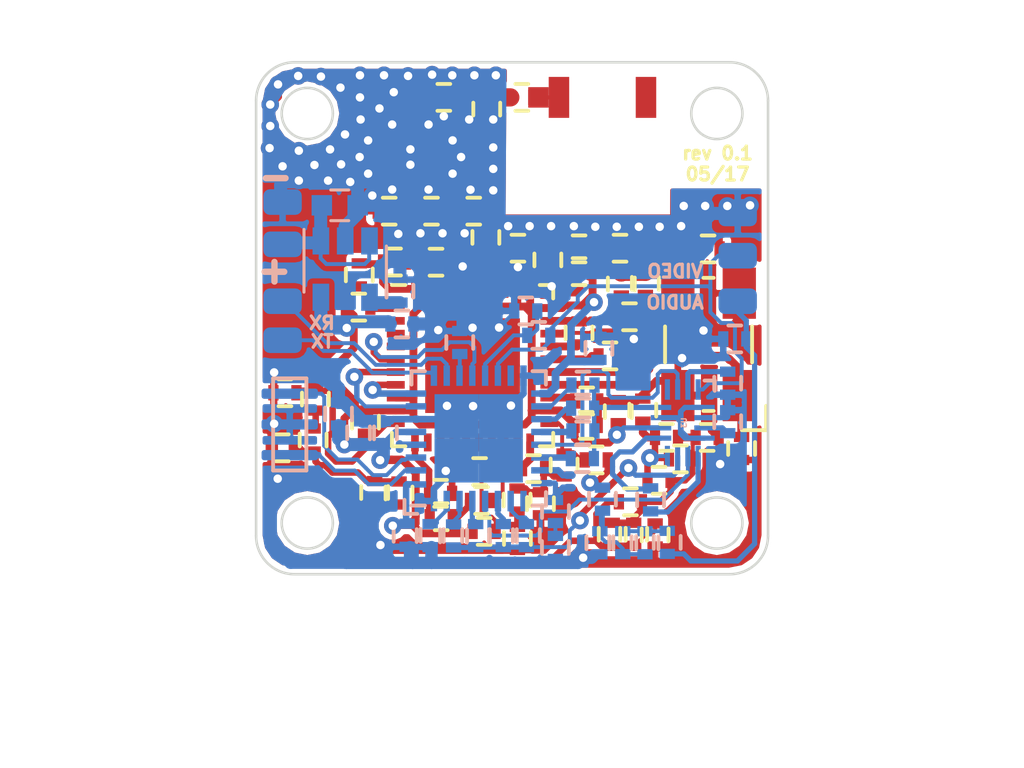
<source format=kicad_pcb>
(kicad_pcb (version 20160815) (host pcbnew "(2016-10-07 revision efdfaeb)-HEAD")
  (layers (0 F.Cu signal hide) (31 B.Cu signal) (34 B.Paste user hide) (35 F.Paste user) (36 B.SilkS user) (37 F.SilkS user) (38 B.Mask user) (39 F.Mask user) (44 Edge.Cuts user))
  (net 0 "")
  (net 1 "Net-(C1-Pad2)")
  (net 2 GND)
  (net 3 3V3)
  (net 4 "Net-(C4-Pad1)")
  (net 5 "Net-(C5-Pad1)")
  (net 6 "Net-(C6-Pad2)")
  (net 7 "Net-(C7-Pad1)")
  (net 8 "Net-(C8-Pad2)")
  (net 9 "Net-(C8-Pad1)")
  (net 10 "Net-(C9-Pad2)")
  (net 11 "Net-(C10-Pad2)")
  (net 12 "Net-(C11-Pad1)")
  (net 13 "Net-(C15-Pad1)")
  (net 14 "Net-(C15-Pad2)")
  (net 15 "Net-(C17-Pad1)")
  (net 16 "Net-(C17-Pad2)")
  (net 17 "Net-(C21-Pad2)")
  (net 18 "Net-(C21-Pad1)")
  (net 19 "Net-(C22-Pad1)")
  (net 20 "Net-(C23-Pad1)")
  (net 21 AUDIO)
  (net 22 "Net-(C26-Pad1)")
  (net 23 VIN)
  (net 24 "Net-(C30-Pad1)")
  (net 25 "Net-(C32-Pad2)")
  (net 26 "Net-(C33-Pad1)")
  (net 27 "Net-(D1-Pad2)")
  (net 28 V_WHITE)
  (net 29 V_BLACK)
  (net 30 "Net-(R26-Pad1)")
  (net 31 SPI_SCK)
  (net 32 SPI_CS)
  (net 33 SPI_MOSI)
  (net 34 "Net-(R35-Pad1)")
  (net 35 UART_RX)
  (net 36 SWRESET)
  (net 37 SWDATA)
  (net 38 VIDEO_OVERLAY_BLACK)
  (net 39 VIDEO_OVERLAY_WHITE)
  (net 40 "Net-(C5-Pad2)")
  (net 41 "Net-(C16-Pad2)")
  (net 42 "Net-(C18-Pad1)")
  (net 43 "Net-(C19-Pad1)")
  (net 44 "Net-(C20-Pad1)")
  (net 45 VIDEO_OUT)
  (net 46 "Net-(R4-Pad2)")
  (net 47 "Net-(R10-Pad2)")
  (net 48 "Net-(R20-Pad1)")
  (net 49 "Net-(R32-Pad1)")
  (net 50 "Net-(R36-Pad1)")
  (net 51 "Net-(U3-Pad1)")
  (net 52 "Net-(U4-Pad3)")
  (net 53 "Net-(U4-Pad2)")
  (net 54 "Net-(ANT1-Pad1)")
  (net 55 "Net-(C40-Pad2)")
  (net 56 "Net-(C40-Pad1)")
  (net 57 VIDEO_IN)
  (net 58 LED)
  (net 59 UART_TX)
  (net 60 V_WHITE_0)
  (net 61 V_WHITE_1)
  (net 62 V_WHITE_2)
  (net 63 V_WHITE_3)
  (net 64 V_BLACK_0)
  (net 65 V_BLACK_1)
  (net 66 V_BLACK_2)
  (net 67 V_BLACK_3)
  (net 68 "Net-(R27-Pad2)")
  (net 69 "Net-(R27-Pad1)")
  (net 70 "Net-(C41-Pad1)")
  (net 71 "Net-(C42-Pad1)")
  (module custom:QFN40_6x6_RTC (layer F.Cu) (at 227.64 134.28)
    (fp_text reference U2 hide)
    (fp_text value RTC6705)
    (pad 1 smd rect (at -3 -2.25) (size 0.7 0.3) (layers F.Cu F.Paste F.Mask) (net 49 "Net-(R32-Pad1)"))
    (pad 2 smd rect (at -3 -1.75) (size 0.7 0.3) (layers F.Cu F.Paste F.Mask))
    (pad 3 smd rect (at -3 -1.25) (size 0.7 0.3) (layers F.Cu F.Paste F.Mask))
    (pad 4 smd rect (at -3 -0.75) (size 0.7 0.3) (layers F.Cu F.Paste F.Mask))
    (pad 5 smd rect (at -3 -0.25) (size 0.7 0.3) (layers F.Cu F.Paste F.Mask) (net 33 SPI_MOSI))
    (pad 6 smd rect (at -3 0.25) (size 0.7 0.3) (layers F.Cu F.Paste F.Mask) (net 32 SPI_CS))
    (pad 7 smd rect (at -3 0.75) (size 0.7 0.3) (layers F.Cu F.Paste F.Mask) (net 31 SPI_SCK))
    (pad 8 smd rect (at -3 1.25) (size 0.7 0.3) (layers F.Cu F.Paste F.Mask) (net 3 3V3))
    (pad 9 smd rect (at -3 1.75) (size 0.7 0.3) (layers F.Cu F.Paste F.Mask) (net 3 3V3))
    (pad 10 smd rect (at -3 2.25) (size 0.7 0.3) (layers F.Cu F.Paste F.Mask) (net 30 "Net-(R26-Pad1)"))
    (pad 11 smd rect (at -2.25 3 90) (size 0.7 0.3) (layers F.Cu F.Paste F.Mask) (net 6 "Net-(C6-Pad2)"))
    (pad 12 smd rect (at -1.75 3 90) (size 0.7 0.3) (layers F.Cu F.Paste F.Mask))
    (pad 13 smd rect (at -1.25 3 90) (size 0.7 0.3) (layers F.Cu F.Paste F.Mask))
    (pad 14 smd rect (at -0.75 3 90) (size 0.7 0.3) (layers F.Cu F.Paste F.Mask))
    (pad 15 smd rect (at -0.25 3 90) (size 0.7 0.3) (layers F.Cu F.Paste F.Mask))
    (pad 16 smd rect (at 0.25 3 90) (size 0.7 0.3) (layers F.Cu F.Paste F.Mask))
    (pad 17 smd rect (at 0.75 3 90) (size 0.7 0.3) (layers F.Cu F.Paste F.Mask) (net 7 "Net-(C7-Pad1)"))
    (pad 18 smd rect (at 1.25 3 90) (size 0.7 0.3) (layers F.Cu F.Paste F.Mask))
    (pad 19 smd rect (at 1.75 3 90) (size 0.7 0.3) (layers F.Cu F.Paste F.Mask) (net 40 "Net-(C5-Pad2)"))
    (pad 20 smd rect (at 2.25 3 90) (size 0.7 0.3) (layers F.Cu F.Paste F.Mask) (net 46 "Net-(R4-Pad2)"))
    (pad 21 smd rect (at 3 2.25) (size 0.7 0.3) (layers F.Cu F.Paste F.Mask) (net 16 "Net-(C17-Pad2)"))
    (pad 22 smd rect (at 3 1.75) (size 0.7 0.3) (layers F.Cu F.Paste F.Mask) (net 3 3V3))
    (pad 23 smd rect (at 3 1.25) (size 0.7 0.3) (layers F.Cu F.Paste F.Mask) (net 41 "Net-(C16-Pad2)"))
    (pad 24 smd rect (at 3 0.75) (size 0.7 0.3) (layers F.Cu F.Paste F.Mask) (net 42 "Net-(C18-Pad1)"))
    (pad 25 smd rect (at 3 0.25) (size 0.7 0.3) (layers F.Cu F.Paste F.Mask) (net 44 "Net-(C20-Pad1)"))
    (pad 26 smd rect (at 3 -0.25) (size 0.7 0.3) (layers F.Cu F.Paste F.Mask) (net 43 "Net-(C19-Pad1)"))
    (pad 27 smd rect (at 3 -0.75) (size 0.7 0.3) (layers F.Cu F.Paste F.Mask) (net 47 "Net-(R10-Pad2)"))
    (pad 28 smd rect (at 3 -1.25) (size 0.7 0.3) (layers F.Cu F.Paste F.Mask) (net 2 GND))
    (pad 29 smd rect (at 3 -1.75) (size 0.7 0.3) (layers F.Cu F.Paste F.Mask) (net 20 "Net-(C23-Pad1)"))
    (pad 30 smd rect (at 3 -2.25) (size 0.7 0.3) (layers F.Cu F.Paste F.Mask) (net 3 3V3))
    (pad 31 smd rect (at 2.25 -3 90) (size 0.7 0.3) (layers F.Cu F.Paste F.Mask) (net 3 3V3))
    (pad 32 smd rect (at 1.75 -3 90) (size 0.7 0.3) (layers F.Cu F.Paste F.Mask) (net 3 3V3))
    (pad 33 smd rect (at 1.25 -3 90) (size 0.7 0.3) (layers F.Cu F.Paste F.Mask) (net 2 GND))
    (pad 34 smd rect (at 0.75 -3 90) (size 0.7 0.3) (layers F.Cu F.Paste F.Mask) (net 8 "Net-(C8-Pad2)"))
    (pad 35 smd rect (at 0.25 -3 90) (size 0.7 0.3) (layers F.Cu F.Paste F.Mask) (net 8 "Net-(C8-Pad2)"))
    (pad 36 smd rect (at -0.25 -3 90) (size 0.7 0.3) (layers F.Cu F.Paste F.Mask))
    (pad 37 smd rect (at -0.75 -3 90) (size 0.7 0.3) (layers F.Cu F.Paste F.Mask))
    (pad 38 smd rect (at -1.25 -3 90) (size 0.7 0.3) (layers F.Cu F.Paste F.Mask) (net 2 GND))
    (pad 39 smd rect (at -1.75 -3 90) (size 0.7 0.3) (layers F.Cu F.Paste F.Mask) (net 3 3V3))
    (pad 40 smd rect (at -2.25 -3 90) (size 0.7 0.3) (layers F.Cu F.Paste F.Mask) (net 4 "Net-(C4-Pad1)"))
    (pad 41 smd rect (at 0.9 0.9) (size 1.9 1.9) (layers F.Cu F.Paste F.Mask) (net 2 GND))
    (pad 41 smd rect (at 0.9 -0.9) (size 1.9 1.9) (layers F.Cu F.Paste F.Mask) (net 2 GND))
    (pad 41 smd rect (at -0.9 -0.9) (size 1.9 1.9) (layers F.Cu F.Paste F.Mask) (net 2 GND))
    (pad 41 smd rect (at -0.9 0.9) (size 1.9 1.9) (layers F.Cu F.Paste F.Mask) (net 2 GND))
  )
  (module custom:LPF20125 (layer F.Cu) (at 225.21 126.13 90)
    (fp_text reference Y1 hide)
    (fp_text value LF2012-A5R5AA)
    (pad 1 thru_hole circle (at -0.65 1.65 90) (size 0.6858 0.6858) (drill 0.3302) (layers *.Cu) (net 2 GND))
    (pad 1 thru_hole circle (at 0.65 1.65 90) (size 0.6858 0.6858) (drill 0.3302) (layers *.Cu) (net 2 GND))
    (pad 1 thru_hole circle (at 0.65 -1.65 90) (size 0.6858 0.6858) (drill 0.3302) (layers *.Cu) (net 2 GND))
    (pad 1 thru_hole circle (at -0.65 -1.65 90) (size 0.6858 0.6858) (drill 0.3302) (layers *.Cu) (net 2 GND))
    (pad 1 thru_hole circle (at 0 1.9812 90) (size 0.6858 0.6858) (drill 0.3302) (layers *.Cu) (net 2 GND))
    (pad 1 thru_hole circle (at 0 -1.9812 90) (size 0.6858 0.6858) (drill 0.3302) (layers *.Cu) (net 2 GND))
    (pad 1 thru_hole circle (at -1.27 0.7112 90) (size 0.6858 0.6858) (drill 0.3302) (layers *.Cu) (net 2 GND))
    (pad 1 thru_hole circle (at 1.27 0.7112 90) (size 0.6858 0.6858) (drill 0.3302) (layers *.Cu) (net 2 GND))
    (pad 1 thru_hole circle (at 1.27 -0.7112 90) (size 0.6858 0.6858) (drill 0.3302) (layers *.Cu) (net 2 GND))
    (pad 1 thru_hole circle (at -1.27 -0.7112 90) (size 0.6858 0.6858) (drill 0.3302) (layers *.Cu) (net 2 GND))
    (pad 1 thru_hole circle (at 0.3 0 90) (size 0.508 0.508) (drill 0.3302) (layers *.Cu) (net 2 GND))
    (pad 1 thru_hole circle (at -0.3 0 90) (size 0.508 0.508) (drill 0.3302) (layers *.Cu) (net 2 GND))
    (pad 8 smd rect (at -1.3 0 180) (size 0.35 1) (layers F.Cu F.Paste F.Mask) (net 13 "Net-(C15-Pad1)"))
    (pad 7 smd rect (at -0.65 -0.9 90) (size 0.35 1) (layers F.Cu F.Paste F.Mask) (net 2 GND))
    (pad 6 smd rect (at 0 -0.9 90) (size 0.35 1) (layers F.Cu F.Paste F.Mask))
    (pad 5 smd rect (at 0.65 -0.9 90) (size 0.35 1) (layers F.Cu F.Paste F.Mask) (net 2 GND))
    (pad 4 smd rect (at 1.3 0 180) (size 0.35 1) (layers F.Cu F.Paste F.Mask) (net 55 "Net-(C40-Pad2)"))
    (pad 3 smd rect (at 0.65 0.9 90) (size 0.35 1) (layers F.Cu F.Paste F.Mask) (net 2 GND))
    (pad 2 smd rect (at 0 0.9 90) (size 0.35 1) (layers F.Cu F.Paste F.Mask))
    (pad 1 smd rect (at -0.65 0.9 90) (size 0.35 1) (layers F.Cu F.Paste F.Mask) (net 2 GND))
  )
  (module custom:CHIPANT_3216 (layer F.Cu) (at 232.7148 123.7996)
    (fp_text reference ANT1 hide)
    (fp_text value 5400AT18A1000E hide)
    (pad 1 smd rect (at -2.5 0) (size 0.8 0.8) (layers F.Cu F.Paste F.Mask) (net 54 "Net-(ANT1-Pad1)"))
    (pad 2 smd rect (at 1.7 0) (size 0.8 1.6) (layers F.Cu F.Paste F.Mask))
    (pad 1 smd rect (at -1.7 0) (size 0.8 1.6) (layers F.Cu F.Paste F.Mask) (net 54 "Net-(ANT1-Pad1)"))
  )
  (module custom:crystal_5032 (layer F.Cu) (at 236.86 133.45 90)
    (fp_text reference X1 hide)
    (fp_text value "8MHZ 20pF 30ppm")
    (pad 1 smd rect (at -2 1.2 90) (size 2 1.3) (layers F.Cu F.Paste F.Mask) (net 42 "Net-(C18-Pad1)"))
    (pad 2 smd rect (at 2 1.2 90) (size 2 1.3) (layers F.Cu F.Paste F.Mask) (net 2 GND))
    (pad 3 smd rect (at 2 -1.2 90) (size 2 1.3) (layers F.Cu F.Paste F.Mask) (net 44 "Net-(C20-Pad1)"))
    (pad 4 smd rect (at -2 -1.2 90) (size 2 1.3) (layers F.Cu F.Paste F.Mask) (net 2 GND))
  )
  (module custom:TP_1.5x1.0 (layer B.Cu) (at 220.218 133.2865 180)
    (fp_text reference TP1 hide)
    (fp_text value UART_TX)
    (pad 1 smd roundrect (at 0 0 180) (size 1.5 1) (layers B.Cu B.Mask) (net 59 UART_TX))
  )
  (module custom:UQFN16 (layer B.Cu) (at 235.8517 136.5123 270)
    (fp_text reference U3 (at 0 -0.05 270) (layer B.SilkS) (effects (font (size 0.2 0.2) (thickness 0.05)) (justify mirror)))
    (fp_text value ts3a44159 hide)
    (pad 16 smd rect (at -1.3 -0.6 270) (size 0.8 0.2) (layers B.Cu B.Paste B.Mask) (net 57 VIDEO_IN))
    (pad 15 smd rect (at -1.3 -0.2 270) (size 0.8 0.2) (layers B.Cu B.Paste B.Mask) (net 34 "Net-(R35-Pad1)"))
    (pad 14 smd rect (at -1.3 0.2 270) (size 0.8 0.2) (layers B.Cu B.Paste B.Mask) (net 39 VIDEO_OVERLAY_WHITE))
    (pad 13 smd rect (at -1.3 0.6 270) (size 0.8 0.2) (layers B.Cu B.Paste B.Mask))
    (pad 12 smd rect (at -0.6 0.85 270) (size 0.2 0.8) (layers B.Cu B.Paste B.Mask) (net 28 V_WHITE))
    (pad 11 smd rect (at -0.2 0.85 270) (size 0.2 0.8) (layers B.Cu B.Paste B.Mask) (net 51 "Net-(U3-Pad1)"))
    (pad 10 smd rect (at 0.2 0.85 270) (size 0.2 0.8) (layers B.Cu B.Paste B.Mask) (net 3 3V3))
    (pad 9 smd rect (at 0.6 0.85 270) (size 0.2 0.8) (layers B.Cu B.Paste B.Mask) (net 68 "Net-(R27-Pad2)"))
    (pad 8 smd rect (at 1.3 0.6 270) (size 0.8 0.2) (layers B.Cu B.Paste B.Mask) (net 45 VIDEO_OUT))
    (pad 7 smd rect (at 1.3 0.2 270) (size 0.8 0.2) (layers B.Cu B.Paste B.Mask) (net 29 V_BLACK))
    (pad 6 smd rect (at 1.3 -0.2 270) (size 0.8 0.2) (layers B.Cu B.Paste B.Mask) (net 38 VIDEO_OVERLAY_BLACK))
    (pad 5 smd rect (at 1.3 -0.6 270) (size 0.8 0.2) (layers B.Cu B.Paste B.Mask) (net 69 "Net-(R27-Pad1)"))
    (pad 4 smd rect (at 0.6 -0.85 270) (size 0.2 0.8) (layers B.Cu B.Paste B.Mask) (net 51 "Net-(U3-Pad1)"))
    (pad 3 smd rect (at 0.2 -0.85 270) (size 0.2 0.8) (layers B.Cu B.Paste B.Mask) (net 50 "Net-(R36-Pad1)"))
    (pad 2 smd rect (at -0.2 -0.85 270) (size 0.2 0.8) (layers B.Cu B.Paste B.Mask) (net 2 GND))
    (pad 1 smd rect (at -0.6 -0.8 270) (size 0.2 0.9) (layers B.Cu B.Paste B.Mask) (net 51 "Net-(U3-Pad1)"))
  )
  (module custom:C_0402_CUSTOM (layer B.Cu) (at 224.8027 131.3688 270)
    (fp_text reference C1 hide)
    (fp_text value 10nF)
    (pad 2 smd rect (at 0.45 0 270) (size 0.4 0.6) (layers B.Cu B.Paste B.Mask) (net 1 "Net-(C1-Pad2)"))
    (pad 1 smd rect (at -0.45 0 270) (size 0.4 0.6) (layers B.Cu B.Paste B.Mask) (net 2 GND))
  )
  (module custom:C_0402_CUSTOM (layer B.Cu) (at 224.8789 132.6515 180)
    (fp_text reference C2 hide)
    (fp_text value 1uF)
    (pad 1 smd rect (at -0.45 0 180) (size 0.4 0.6) (layers B.Cu B.Paste B.Mask) (net 2 GND))
    (pad 2 smd rect (at 0.45 0 180) (size 0.4 0.6) (layers B.Cu B.Paste B.Mask) (net 3 3V3))
  )
  (module custom:C_0402_CUSTOM (layer F.Cu) (at 226.2124 130.2385 180)
    (fp_text reference C3 hide)
    (fp_text value 1uF)
    (pad 2 smd rect (at 0.45 0 180) (size 0.4 0.6) (layers F.Cu F.Paste F.Mask) (net 3 3V3))
    (pad 1 smd rect (at -0.45 0 180) (size 0.4 0.6) (layers F.Cu F.Paste F.Mask) (net 2 GND))
  )
  (module custom:C_0402_CUSTOM (layer F.Cu) (at 223.2152 130.7338 270)
    (fp_text reference C4 hide)
    (fp_text value 1nF)
    (pad 1 smd rect (at -0.45 0 270) (size 0.4 0.6) (layers F.Cu F.Paste F.Mask) (net 4 "Net-(C4-Pad1)"))
    (pad 2 smd rect (at 0.45 0 270) (size 0.4 0.6) (layers F.Cu F.Paste F.Mask) (net 2 GND))
  )
  (module custom:C_0402_CUSTOM (layer F.Cu) (at 227.9904 139.5476)
    (fp_text reference C5 hide)
    (fp_text value 20pF)
    (pad 2 smd rect (at 0.45 0) (size 0.4 0.6) (layers F.Cu F.Paste F.Mask) (net 40 "Net-(C5-Pad2)"))
    (pad 1 smd rect (at -0.45 0) (size 0.4 0.6) (layers F.Cu F.Paste F.Mask) (net 5 "Net-(C5-Pad1)"))
  )
  (module custom:C_0402_CUSTOM (layer F.Cu) (at 226.3902 139.2682 180)
    (fp_text reference C6 hide)
    (fp_text value 6.2pF)
    (pad 1 smd rect (at -0.45 0 180) (size 0.4 0.6) (layers F.Cu F.Paste F.Mask) (net 2 GND))
    (pad 2 smd rect (at 0.45 0 180) (size 0.4 0.6) (layers F.Cu F.Paste F.Mask) (net 6 "Net-(C6-Pad2)"))
  )
  (module custom:C_0402_CUSTOM (layer F.Cu) (at 227.9142 138.4173 180)
    (fp_text reference C7 hide)
    (fp_text value 1uF)
    (pad 1 smd rect (at -0.45 0 180) (size 0.4 0.6) (layers F.Cu F.Paste F.Mask) (net 7 "Net-(C7-Pad1)"))
    (pad 2 smd rect (at 0.45 0 180) (size 0.4 0.6) (layers F.Cu F.Paste F.Mask) (net 2 GND))
  )
  (module custom:C_0402_CUSTOM (layer F.Cu) (at 228.16 129.27 270)
    (fp_text reference C8 hide)
    (fp_text value "3.3pF HF")
    (pad 2 smd rect (at 0.45 0 270) (size 0.4 0.6) (layers F.Cu F.Paste F.Mask) (net 8 "Net-(C8-Pad2)"))
    (pad 1 smd rect (at -0.45 0 270) (size 0.4 0.6) (layers F.Cu F.Paste F.Mask) (net 9 "Net-(C8-Pad1)"))
  )
  (module custom:C_0402_CUSTOM (layer F.Cu) (at 230.5812 130.1496 90)
    (fp_text reference C9 hide)
    (fp_text value "10pF HF")
    (pad 1 smd rect (at -0.45 0 90) (size 0.4 0.6) (layers F.Cu F.Paste F.Mask) (net 2 GND))
    (pad 2 smd rect (at 0.45 0 90) (size 0.4 0.6) (layers F.Cu F.Paste F.Mask) (net 10 "Net-(C9-Pad2)"))
  )
  (module custom:C_0402_CUSTOM (layer F.Cu) (at 230.29164 139.6746 270)
    (fp_text reference C11 hide)
    (fp_text value 1uF)
    (pad 2 smd rect (at 0.45 0 270) (size 0.4 0.6) (layers F.Cu F.Paste F.Mask) (net 2 GND))
    (pad 1 smd rect (at -0.45 0 270) (size 0.4 0.6) (layers F.Cu F.Paste F.Mask) (net 12 "Net-(C11-Pad1)"))
  )
  (module custom:C_0402_CUSTOM (layer F.Cu) (at 232.0798 136.6139)
    (fp_text reference C12 hide)
    (fp_text value 470nF)
    (pad 2 smd rect (at 0.45 0) (size 0.4 0.6) (layers F.Cu F.Paste F.Mask) (net 2 GND))
    (pad 1 smd rect (at -0.45 0) (size 0.4 0.6) (layers F.Cu F.Paste F.Mask) (net 3 3V3))
  )
  (module custom:C_0402_CUSTOM (layer F.Cu) (at 231.8004 130.6068 180)
    (fp_text reference C13 hide)
    (fp_text value 4.7uF)
    (pad 1 smd rect (at -0.45 0 180) (size 0.4 0.6) (layers F.Cu F.Paste F.Mask) (net 3 3V3))
    (pad 2 smd rect (at 0.45 0 180) (size 0.4 0.6) (layers F.Cu F.Paste F.Mask) (net 2 GND))
  )
  (module custom:C_0402_CUSTOM (layer F.Cu) (at 233.4006 129.6924 180)
    (fp_text reference C14 hide)
    (fp_text value "10pF HF")
    (pad 2 smd rect (at 0.45 0 180) (size 0.4 0.6) (layers F.Cu F.Paste F.Mask) (net 3 3V3))
    (pad 1 smd rect (at -0.45 0 180) (size 0.4 0.6) (layers F.Cu F.Paste F.Mask) (net 2 GND))
  )
  (module custom:C_0402_CUSTOM (layer F.Cu) (at 226.0346 128.2446)
    (fp_text reference C15 hide)
    (fp_text value "10pF HF")
    (pad 1 smd rect (at -0.45 0) (size 0.4 0.6) (layers F.Cu F.Paste F.Mask) (net 13 "Net-(C15-Pad1)"))
    (pad 2 smd rect (at 0.45 0) (size 0.4 0.6) (layers F.Cu F.Paste F.Mask) (net 14 "Net-(C15-Pad2)"))
  )
  (module custom:C_0402_CUSTOM (layer F.Cu) (at 232.1 135.66 180)
    (fp_text reference C16 hide)
    (fp_text value 470nF)
    (pad 2 smd rect (at 0.45 0 180) (size 0.4 0.6) (layers F.Cu F.Paste F.Mask) (net 41 "Net-(C16-Pad2)"))
    (pad 1 smd rect (at -0.45 0 180) (size 0.4 0.6) (layers F.Cu F.Paste F.Mask) (net 2 GND))
  )
  (module custom:C_0402_CUSTOM (layer F.Cu) (at 232.47096 137.96264 180)
    (fp_text reference C17 hide)
    (fp_text value 2.2uF)
    (pad 1 smd rect (at -0.45 0 180) (size 0.4 0.6) (layers F.Cu F.Paste F.Mask) (net 15 "Net-(C17-Pad1)"))
    (pad 2 smd rect (at 0.45 0 180) (size 0.4 0.6) (layers F.Cu F.Paste F.Mask) (net 16 "Net-(C17-Pad2)"))
  )
  (module custom:C_0402_CUSTOM (layer F.Cu) (at 238.1504 137.5156 270)
    (fp_text reference C18 hide)
    (fp_text value 33pF)
    (pad 1 smd rect (at -0.45 0 270) (size 0.4 0.6) (layers F.Cu F.Paste F.Mask) (net 42 "Net-(C18-Pad1)"))
    (pad 2 smd rect (at 0.45 0 270) (size 0.4 0.6) (layers F.Cu F.Paste F.Mask) (net 2 GND))
  )
  (module custom:C_0402_CUSTOM (layer F.Cu) (at 233.01 133.9)
    (fp_text reference C19 hide)
    (fp_text value 470nF)
    (pad 2 smd rect (at 0.45 0) (size 0.4 0.6) (layers F.Cu F.Paste F.Mask) (net 2 GND))
    (pad 1 smd rect (at -0.45 0) (size 0.4 0.6) (layers F.Cu F.Paste F.Mask) (net 43 "Net-(C19-Pad1)"))
  )
  (module custom:C_0402_CUSTOM (layer F.Cu) (at 236.84 129.72)
    (fp_text reference C20 hide)
    (fp_text value 33pF)
    (pad 2 smd rect (at 0.45 0) (size 0.4 0.6) (layers F.Cu F.Paste F.Mask) (net 2 GND))
    (pad 1 smd rect (at -0.45 0) (size 0.4 0.6) (layers F.Cu F.Paste F.Mask) (net 44 "Net-(C20-Pad1)"))
  )
  (module custom:C_0402_CUSTOM (layer B.Cu) (at 233.50728 141.19352 270)
    (fp_text reference C21 hide)
    (fp_text value 3.3nF)
    (pad 2 smd rect (at 0.45 0 270) (size 0.4 0.6) (layers B.Cu B.Paste B.Mask) (net 17 "Net-(C21-Pad2)"))
    (pad 1 smd rect (at -0.45 0 270) (size 0.4 0.6) (layers B.Cu B.Paste B.Mask) (net 18 "Net-(C21-Pad1)"))
  )
  (module custom:C_0402_CUSTOM (layer F.Cu) (at 234.3912 131.064 90)
    (fp_text reference C22 hide)
    (fp_text value 4.7uF)
    (pad 2 smd rect (at 0.45 0 90) (size 0.4 0.6) (layers F.Cu F.Paste F.Mask) (net 2 GND))
    (pad 1 smd rect (at -0.45 0 90) (size 0.4 0.6) (layers F.Cu F.Paste F.Mask) (net 19 "Net-(C22-Pad1)"))
  )
  (module custom:C_0402_CUSTOM (layer F.Cu) (at 233.4514 131.0894 90)
    (fp_text reference C23 hide)
    (fp_text value 1uF)
    (pad 1 smd rect (at -0.45 0 90) (size 0.4 0.6) (layers F.Cu F.Paste F.Mask) (net 20 "Net-(C23-Pad1)"))
    (pad 2 smd rect (at 0.45 0 90) (size 0.4 0.6) (layers F.Cu F.Paste F.Mask) (net 2 GND))
  )
  (module custom:C_0402_CUSTOM (layer B.Cu) (at 237.8837 133.2357 180)
    (fp_text reference C24 hide)
    (fp_text value 10pF)
    (pad 2 smd rect (at 0.45 0 180) (size 0.4 0.6) (layers B.Cu B.Paste B.Mask) (net 2 GND))
    (pad 1 smd rect (at -0.45 0 180) (size 0.4 0.6) (layers B.Cu B.Paste B.Mask) (net 21 AUDIO))
  )
  (module custom:C_0402_CUSTOM (layer F.Cu) (at 234.2896 136.017 270)
    (fp_text reference C25 hide)
    (fp_text value 10pF)
    (pad 1 smd rect (at -0.45 0 270) (size 0.4 0.6) (layers F.Cu F.Paste F.Mask) (net 2 GND))
    (pad 2 smd rect (at 0.45 0 270) (size 0.4 0.6) (layers F.Cu F.Paste F.Mask) (net 45 VIDEO_OUT))
  )
  (module custom:C_0402_CUSTOM (layer F.Cu) (at 235.2167 137.0838 180)
    (fp_text reference C26 hide)
    (fp_text value 100pF)
    (pad 2 smd rect (at 0.45 0 180) (size 0.4 0.6) (layers F.Cu F.Paste F.Mask) (net 45 VIDEO_OUT))
    (pad 1 smd rect (at -0.45 0 180) (size 0.4 0.6) (layers F.Cu F.Paste F.Mask) (net 22 "Net-(C26-Pad1)"))
  )
  (module custom:C_0402_CUSTOM (layer F.Cu) (at 234.9246 138.7602 180)
    (fp_text reference C27 hide)
    (fp_text value 820pF)
    (pad 1 smd rect (at -0.45 0 180) (size 0.4 0.6) (layers F.Cu F.Paste F.Mask) (net 22 "Net-(C26-Pad1)"))
    (pad 2 smd rect (at 0.45 0 180) (size 0.4 0.6) (layers F.Cu F.Paste F.Mask) (net 45 VIDEO_OUT))
  )
  (module custom:C_0603_CUSTOM (layer B.Cu) (at 222.45066 128.016)
    (fp_text reference C28 hide)
    (fp_text value "1uF / 25V")
    (pad 2 smd rect (at 0.7 0) (size 0.8 0.8) (layers B.Cu B.Paste B.Mask) (net 2 GND))
    (pad 1 smd rect (at -0.7 0) (size 0.8 0.8) (layers B.Cu B.Paste B.Mask) (net 23 VIN))
  )
  (module custom:C_0402_CUSTOM (layer F.Cu) (at 236.8042 137.0838 180)
    (fp_text reference C29 hide)
    (fp_text value 820pF)
    (pad 2 smd rect (at 0.45 0 180) (size 0.4 0.6) (layers F.Cu F.Paste F.Mask) (net 22 "Net-(C26-Pad1)"))
    (pad 1 smd rect (at -0.45 0 180) (size 0.4 0.6) (layers F.Cu F.Paste F.Mask) (net 2 GND))
  )
  (module custom:C_0402_CUSTOM (layer F.Cu) (at 233.807 139.5984)
    (fp_text reference C30 hide)
    (fp_text value 47pF)
    (pad 1 smd rect (at -0.45 0) (size 0.4 0.6) (layers F.Cu F.Paste F.Mask) (net 24 "Net-(C30-Pad1)"))
    (pad 2 smd rect (at 0.45 0) (size 0.4 0.6) (layers F.Cu F.Paste F.Mask) (net 22 "Net-(C26-Pad1)"))
  )
  (module custom:C_0402_CUSTOM (layer F.Cu) (at 233.0958 140.8684 90)
    (fp_text reference C31 hide)
    (fp_text value 680pF)
    (pad 2 smd rect (at 0.45 0 90) (size 0.4 0.6) (layers F.Cu F.Paste F.Mask) (net 22 "Net-(C26-Pad1)"))
    (pad 1 smd rect (at -0.45 0 90) (size 0.4 0.6) (layers F.Cu F.Paste F.Mask) (net 24 "Net-(C30-Pad1)"))
  )
  (module custom:C_0402_CUSTOM (layer F.Cu) (at 224.76714 139.2555 90)
    (fp_text reference C32 hide)
    (fp_text value 56pF)
    (pad 1 smd rect (at -0.45 0 90) (size 0.4 0.6) (layers F.Cu F.Paste F.Mask) (net 24 "Net-(C30-Pad1)"))
    (pad 2 smd rect (at 0.45 0 90) (size 0.4 0.6) (layers F.Cu F.Paste F.Mask) (net 25 "Net-(C32-Pad2)"))
  )
  (module custom:C_0402_CUSTOM (layer F.Cu) (at 221.4118 137.1854 270)
    (fp_text reference C33 hide)
    (fp_text value 4.7uF)
    (pad 2 smd rect (at 0.45 0 270) (size 0.4 0.6) (layers F.Cu F.Paste F.Mask) (net 25 "Net-(C32-Pad2)"))
    (pad 1 smd rect (at -0.45 0 270) (size 0.4 0.6) (layers F.Cu F.Paste F.Mask) (net 26 "Net-(C33-Pad1)"))
  )
  (module custom:C_0402_CUSTOM (layer B.Cu) (at 222.4024 136.1694 270)
    (fp_text reference C34 hide)
    (fp_text value 1uF)
    (pad 1 smd rect (at -0.45 0 270) (size 0.4 0.6) (layers B.Cu B.Paste B.Mask) (net 2 GND))
    (pad 2 smd rect (at 0.45 0 270) (size 0.4 0.6) (layers B.Cu B.Paste B.Mask) (net 3 3V3))
  )
  (module custom:C_0402_CUSTOM (layer F.Cu) (at 233.33202 136.07542 90)
    (fp_text reference C35 hide)
    (fp_text value 100nF)
    (pad 1 smd rect (at -0.45 0 90) (size 0.4 0.6) (layers F.Cu F.Paste F.Mask) (net 3 3V3))
    (pad 2 smd rect (at 0.45 0 90) (size 0.4 0.6) (layers F.Cu F.Paste F.Mask) (net 2 GND))
  )
  (module custom:C_0402_CUSTOM (layer B.Cu) (at 232.5751 133.604 270)
    (fp_text reference C36 hide)
    (fp_text value 100nF)
    (pad 2 smd rect (at 0.45 0 270) (size 0.4 0.6) (layers B.Cu B.Paste B.Mask) (net 3 3V3))
    (pad 1 smd rect (at -0.45 0 270) (size 0.4 0.6) (layers B.Cu B.Paste B.Mask) (net 2 GND))
  )
  (module custom:C_0402_CUSTOM (layer B.Cu) (at 223.266 136.906 270)
    (fp_text reference C38 hide)
    (fp_text value 10nF)
    (pad 2 smd rect (at 0.45 0 270) (size 0.4 0.6) (layers B.Cu B.Paste B.Mask) (net 3 3V3))
    (pad 1 smd rect (at -0.45 0 270) (size 0.4 0.6) (layers B.Cu B.Paste B.Mask) (net 2 GND))
  )
  (module custom:C_0402_CUSTOM (layer B.Cu) (at 224.155 136.906 270)
    (fp_text reference C39 hide)
    (fp_text value 1uF)
    (pad 2 smd rect (at 0.45 0 270) (size 0.4 0.6) (layers B.Cu B.Paste B.Mask) (net 3 3V3))
    (pad 1 smd rect (at -0.45 0 270) (size 0.4 0.6) (layers B.Cu B.Paste B.Mask) (net 2 GND))
  )
  (module custom:L_0402_CUSTOM (layer B.Cu) (at 230.87584 141.38148 90)
    (fp_text reference D1 hide)
    (fp_text value LED)
    (pad 2 smd rect (at 0.45 0 90) (size 0.4 0.6) (layers B.Cu B.Paste B.Mask) (net 27 "Net-(D1-Pad2)"))
    (pad 1 smd rect (at -0.45 0 90) (size 0.4 0.6) (layers B.Cu B.Paste B.Mask) (net 2 GND))
  )
  (module custom:R_0402_CUSTOM (layer F.Cu) (at 229.4128 129.6924)
    (fp_text reference L1 hide)
    (fp_text value "1.2nH HF")
    (pad 2 smd rect (at 0.45 0) (size 0.4 0.6) (layers F.Cu F.Paste F.Mask) (net 10 "Net-(C9-Pad2)"))
    (pad 1 smd rect (at -0.45 0) (size 0.4 0.6) (layers F.Cu F.Paste F.Mask) (net 8 "Net-(C8-Pad2)"))
  )
  (module custom:R_0402_CUSTOM (layer F.Cu) (at 227.6856 128.2446)
    (fp_text reference L2 hide)
    (fp_text value "1.2nH HF")
    (pad 1 smd rect (at -0.45 0) (size 0.4 0.6) (layers F.Cu F.Paste F.Mask) (net 14 "Net-(C15-Pad2)"))
    (pad 2 smd rect (at 0.45 0) (size 0.4 0.6) (layers F.Cu F.Paste F.Mask) (net 9 "Net-(C8-Pad1)"))
  )
  (module custom:R_0402_CUSTOM (layer F.Cu) (at 224.3836 128.2446 180)
    (fp_text reference L3 hide)
    (fp_text value "1nH HF")
    (pad 1 smd rect (at -0.45 0 180) (size 0.4 0.6) (layers F.Cu F.Paste F.Mask) (net 13 "Net-(C15-Pad1)"))
    (pad 2 smd rect (at 0.45 0 180) (size 0.4 0.6) (layers F.Cu F.Paste F.Mask) (net 2 GND))
  )
  (module custom:R_0402_CUSTOM (layer F.Cu) (at 235.7628 137.922 180)
    (fp_text reference L4 hide)
    (fp_text value 820nH)
    (pad 2 smd rect (at 0.45 0 180) (size 0.4 0.6) (layers F.Cu F.Paste F.Mask) (net 45 VIDEO_OUT))
    (pad 1 smd rect (at -0.45 0 180) (size 0.4 0.6) (layers F.Cu F.Paste F.Mask) (net 22 "Net-(C26-Pad1)"))
  )
  (module custom:R_0402_CUSTOM (layer F.Cu) (at 233.934 140.8684 90)
    (fp_text reference L5 hide)
    (fp_text value 820nH)
    (pad 1 smd rect (at -0.45 0 90) (size 0.4 0.6) (layers F.Cu F.Paste F.Mask) (net 24 "Net-(C30-Pad1)"))
    (pad 2 smd rect (at 0.45 0 90) (size 0.4 0.6) (layers F.Cu F.Paste F.Mask) (net 22 "Net-(C26-Pad1)"))
  )
  (module custom:R_0402_CUSTOM (layer F.Cu) (at 224.59188 130.23088)
    (fp_text reference R1 hide)
    (fp_text value 51R)
    (pad 1 smd rect (at -0.45 0) (size 0.4 0.6) (layers F.Cu F.Paste F.Mask) (net 4 "Net-(C4-Pad1)"))
    (pad 2 smd rect (at 0.45 0) (size 0.4 0.6) (layers F.Cu F.Paste F.Mask) (net 3 3V3))
  )
  (module custom:R_0402_CUSTOM (layer F.Cu) (at 226.4156 140.1826)
    (fp_text reference R2 hide)
    (fp_text value 15K)
    (pad 1 smd rect (at -0.45 0) (size 0.4 0.6) (layers F.Cu F.Paste F.Mask) (net 6 "Net-(C6-Pad2)"))
    (pad 2 smd rect (at 0.45 0) (size 0.4 0.6) (layers F.Cu F.Paste F.Mask) (net 5 "Net-(C5-Pad1)"))
  )
  (module custom:R_0402_CUSTOM (layer F.Cu) (at 228.092 140.7541)
    (fp_text reference R3 hide)
    (fp_text value 3K3)
    (pad 2 smd rect (at 0.45 0) (size 0.4 0.6) (layers F.Cu F.Paste F.Mask) (net 7 "Net-(C7-Pad1)"))
    (pad 1 smd rect (at -0.45 0) (size 0.4 0.6) (layers F.Cu F.Paste F.Mask) (net 3 3V3))
  )
  (module custom:R_0402_CUSTOM (layer F.Cu) (at 230.0224 138.303 180)
    (fp_text reference R4 hide)
    (fp_text value 100K)
    (pad 1 smd rect (at -0.45 0 180) (size 0.4 0.6) (layers F.Cu F.Paste F.Mask) (net 12 "Net-(C11-Pad1)"))
    (pad 2 smd rect (at 0.45 0 180) (size 0.4 0.6) (layers F.Cu F.Paste F.Mask) (net 46 "Net-(R4-Pad2)"))
  )
  (module custom:R_0402_CUSTOM (layer F.Cu) (at 229.37724 139.52982 90)
    (fp_text reference R5 hide)
    (fp_text value 750R)
    (pad 1 smd rect (at -0.45 0 90) (size 0.4 0.6) (layers F.Cu F.Paste F.Mask) (net 11 "Net-(C10-Pad2)"))
    (pad 2 smd rect (at 0.45 0 90) (size 0.4 0.6) (layers F.Cu F.Paste F.Mask) (net 12 "Net-(C11-Pad1)"))
  )
  (module custom:R_0402_CUSTOM (layer F.Cu) (at 231.8004 129.7178)
    (fp_text reference R6 hide)
    (fp_text value 10R)
    (pad 2 smd rect (at 0.45 0) (size 0.4 0.6) (layers F.Cu F.Paste F.Mask) (net 3 3V3))
    (pad 1 smd rect (at -0.45 0) (size 0.4 0.6) (layers F.Cu F.Paste F.Mask) (net 10 "Net-(C9-Pad2)"))
  )
  (module custom:R_0402_CUSTOM (layer F.Cu) (at 231.2162 138.16076 90)
    (fp_text reference R7 hide)
    (fp_text value 51K)
    (pad 2 smd rect (at 0.45 0 90) (size 0.4 0.6) (layers F.Cu F.Paste F.Mask) (net 16 "Net-(C17-Pad2)"))
    (pad 1 smd rect (at -0.45 0 90) (size 0.4 0.6) (layers F.Cu F.Paste F.Mask) (net 12 "Net-(C11-Pad1)"))
  )
  (module custom:R_0402_CUSTOM (layer B.Cu) (at 232.7148 139.4968 90)
    (fp_text reference R8 hide)
    (fp_text value 20K)
    (pad 2 smd rect (at 0.45 0 90) (size 0.4 0.6) (layers B.Cu B.Paste B.Mask) (net 15 "Net-(C17-Pad1)"))
    (pad 1 smd rect (at -0.45 0 90) (size 0.4 0.6) (layers B.Cu B.Paste B.Mask) (net 17 "Net-(C21-Pad2)"))
  )
  (module custom:R_0402_CUSTOM (layer B.Cu) (at 232.6132 141.1986 90)
    (fp_text reference R9 hide)
    (fp_text value 510R)
    (pad 1 smd rect (at -0.45 0 90) (size 0.4 0.6) (layers B.Cu B.Paste B.Mask) (net 2 GND))
    (pad 2 smd rect (at 0.45 0 90) (size 0.4 0.6) (layers B.Cu B.Paste B.Mask) (net 17 "Net-(C21-Pad2)"))
  )
  (module custom:R_0402_CUSTOM (layer F.Cu) (at 231.8 133 270)
    (fp_text reference R10 hide)
    (fp_text value 100K)
    (pad 2 smd rect (at 0.45 0 270) (size 0.4 0.6) (layers F.Cu F.Paste F.Mask) (net 47 "Net-(R10-Pad2)"))
    (pad 1 smd rect (at -0.45 0 270) (size 0.4 0.6) (layers F.Cu F.Paste F.Mask) (net 20 "Net-(C23-Pad1)"))
  )
  (module custom:R_0402_CUSTOM (layer B.Cu) (at 234.37596 141.1986 270)
    (fp_text reference R11 hide)
    (fp_text value 15K)
    (pad 1 smd rect (at -0.45 0 270) (size 0.4 0.6) (layers B.Cu B.Paste B.Mask) (net 18 "Net-(C21-Pad1)"))
    (pad 2 smd rect (at 0.45 0 270) (size 0.4 0.6) (layers B.Cu B.Paste B.Mask) (net 17 "Net-(C21-Pad2)"))
  )
  (module custom:R_0402_CUSTOM (layer F.Cu) (at 233.77 132.37 180)
    (fp_text reference R12 hide)
    (fp_text value 47K)
    (pad 2 smd rect (at 0.45 0 180) (size 0.4 0.6) (layers F.Cu F.Paste F.Mask) (net 20 "Net-(C23-Pad1)"))
    (pad 1 smd rect (at -0.45 0 180) (size 0.4 0.6) (layers F.Cu F.Paste F.Mask) (net 19 "Net-(C22-Pad1)"))
  )
  (module custom:R_0402_CUSTOM (layer B.Cu) (at 235.24464 141.18336 90)
    (fp_text reference R13 hide)
    (fp_text value 5.1K)
    (pad 2 smd rect (at 0.45 0 90) (size 0.4 0.6) (layers B.Cu B.Paste B.Mask) (net 18 "Net-(C21-Pad1)"))
    (pad 1 smd rect (at -0.45 0 90) (size 0.4 0.6) (layers B.Cu B.Paste B.Mask) (net 21 AUDIO))
  )
  (module custom:R_0402_CUSTOM (layer F.Cu) (at 234.7722 140.8938 90)
    (fp_text reference R14 hide)
    (fp_text value 82R)
    (pad 1 smd rect (at -0.45 0 90) (size 0.4 0.6) (layers F.Cu F.Paste F.Mask) (net 2 GND))
    (pad 2 smd rect (at 0.45 0 90) (size 0.4 0.6) (layers F.Cu F.Paste F.Mask) (net 24 "Net-(C30-Pad1)"))
  )
  (module custom:R_0402_CUSTOM (layer B.Cu) (at 231.9528 135.0391)
    (fp_text reference R15 hide)
    (fp_text value 8R)
    (pad 1 smd rect (at -0.45 0) (size 0.4 0.6) (layers B.Cu B.Paste B.Mask) (net 60 V_WHITE_0))
    (pad 2 smd rect (at 0.45 0) (size 0.4 0.6) (layers B.Cu B.Paste B.Mask) (net 28 V_WHITE))
  )
  (module custom:R_0402_CUSTOM (layer B.Cu) (at 231.9401 135.9408)
    (fp_text reference R16 hide)
    (fp_text value 4R)
    (pad 2 smd rect (at 0.45 0) (size 0.4 0.6) (layers B.Cu B.Paste B.Mask) (net 28 V_WHITE))
    (pad 1 smd rect (at -0.45 0) (size 0.4 0.6) (layers B.Cu B.Paste B.Mask) (net 61 V_WHITE_1))
  )
  (module custom:R_0402_CUSTOM (layer F.Cu) (at 223.81464 139.23772 270)
    (fp_text reference R17 hide)
    (fp_text value 1.2K)
    (pad 1 smd rect (at -0.45 0 270) (size 0.4 0.6) (layers F.Cu F.Paste F.Mask) (net 25 "Net-(C32-Pad2)"))
    (pad 2 smd rect (at 0.45 0 270) (size 0.4 0.6) (layers F.Cu F.Paste F.Mask) (net 24 "Net-(C30-Pad1)"))
  )
  (module custom:R_0402_CUSTOM (layer F.Cu) (at 220.2053 137.4902)
    (fp_text reference R18 hide)
    (fp_text value 200R)
    (pad 2 smd rect (at 0.45 0) (size 0.4 0.6) (layers F.Cu F.Paste F.Mask) (net 25 "Net-(C32-Pad2)"))
    (pad 1 smd rect (at -0.45 0) (size 0.4 0.6) (layers F.Cu F.Paste F.Mask) (net 2 GND))
  )
  (module custom:R_0402_CUSTOM (layer B.Cu) (at 231.95 136.83)
    (fp_text reference R19 hide)
    (fp_text value 2R)
    (pad 2 smd rect (at 0.45 0) (size 0.4 0.6) (layers B.Cu B.Paste B.Mask) (net 28 V_WHITE))
    (pad 1 smd rect (at -0.45 0) (size 0.4 0.6) (layers B.Cu B.Paste B.Mask) (net 62 V_WHITE_2))
  )
  (module custom:R_0402_CUSTOM (layer B.Cu) (at 225.9838 140.9192 270)
    (fp_text reference R20 hide)
    (fp_text value 10k)
    (pad 1 smd rect (at -0.45 0 270) (size 0.4 0.6) (layers B.Cu B.Paste B.Mask) (net 48 "Net-(R20-Pad1)"))
    (pad 2 smd rect (at 0.45 0 270) (size 0.4 0.6) (layers B.Cu B.Paste B.Mask) (net 2 GND))
  )
  (module custom:R_0402_CUSTOM (layer B.Cu) (at 231.93 137.91)
    (fp_text reference R21 hide)
    (fp_text value R)
    (pad 1 smd rect (at -0.45 0) (size 0.4 0.6) (layers B.Cu B.Paste B.Mask) (net 63 V_WHITE_3))
    (pad 2 smd rect (at 0.45 0) (size 0.4 0.6) (layers B.Cu B.Paste B.Mask) (net 28 V_WHITE))
  )
  (module custom:R_0402_CUSTOM (layer B.Cu) (at 229.743 140.9192 90)
    (fp_text reference R22 hide)
    (fp_text value 8R)
    (pad 1 smd rect (at -0.45 0 90) (size 0.4 0.6) (layers B.Cu B.Paste B.Mask) (net 29 V_BLACK))
    (pad 2 smd rect (at 0.45 0 90) (size 0.4 0.6) (layers B.Cu B.Paste B.Mask) (net 64 V_BLACK_0))
  )
  (module custom:R_0402_CUSTOM (layer B.Cu) (at 230.2256 133.096)
    (fp_text reference R23 hide)
    (fp_text value 10K)
    (pad 1 smd rect (at -0.45 0) (size 0.4 0.6) (layers B.Cu B.Paste B.Mask) (net 71 "Net-(C42-Pad1)"))
    (pad 2 smd rect (at 0.45 0) (size 0.4 0.6) (layers B.Cu B.Paste B.Mask) (net 57 VIDEO_IN))
  )
  (module custom:R_0402_CUSTOM (layer B.Cu) (at 228.8413 140.9192 90)
    (fp_text reference R24 hide)
    (fp_text value 4R)
    (pad 2 smd rect (at 0.45 0 90) (size 0.4 0.6) (layers B.Cu B.Paste B.Mask) (net 65 V_BLACK_1))
    (pad 1 smd rect (at -0.45 0 90) (size 0.4 0.6) (layers B.Cu B.Paste B.Mask) (net 29 V_BLACK))
  )
  (module custom:R_0402_CUSTOM (layer B.Cu) (at 230.87838 139.9794 270)
    (fp_text reference R25 hide)
    (fp_text value 47R)
    (pad 1 smd rect (at -0.45 0 270) (size 0.4 0.6) (layers B.Cu B.Paste B.Mask) (net 58 LED))
    (pad 2 smd rect (at 0.45 0 270) (size 0.4 0.6) (layers B.Cu B.Paste B.Mask) (net 27 "Net-(D1-Pad2)"))
  )
  (module custom:R_0402_CUSTOM (layer F.Cu) (at 221.5007 135.5852 270)
    (fp_text reference R26 hide)
    (fp_text value 3K3)
    (pad 2 smd rect (at 0.45 0 270) (size 0.4 0.6) (layers F.Cu F.Paste F.Mask) (net 26 "Net-(C33-Pad1)"))
    (pad 1 smd rect (at -0.45 0 270) (size 0.4 0.6) (layers F.Cu F.Paste F.Mask) (net 30 "Net-(R26-Pad1)"))
  )
  (module custom:R_0402_CUSTOM (layer F.Cu) (at 223.4565 136.4869 90)
    (fp_text reference R29 hide)
    (fp_text value 510K)
    (pad 2 smd rect (at 0.45 0 90) (size 0.4 0.6) (layers F.Cu F.Paste F.Mask) (net 3 3V3))
    (pad 1 smd rect (at -0.45 0 90) (size 0.4 0.6) (layers F.Cu F.Paste F.Mask) (net 30 "Net-(R26-Pad1)"))
  )
  (module custom:R_0402_CUSTOM (layer F.Cu) (at 220.30944 135.33882)
    (fp_text reference R30 hide)
    (fp_text value 560K)
    (pad 1 smd rect (at -0.45 0) (size 0.4 0.6) (layers F.Cu F.Paste F.Mask) (net 2 GND))
    (pad 2 smd rect (at 0.45 0) (size 0.4 0.6) (layers F.Cu F.Paste F.Mask) (net 30 "Net-(R26-Pad1)"))
  )
  (module custom:R_0402_CUSTOM (layer F.Cu) (at 223.19488 131.99364 180)
    (fp_text reference R32 hide)
    (fp_text value 1K)
    (pad 2 smd rect (at 0.45 0 180) (size 0.4 0.6) (layers F.Cu F.Paste F.Mask) (net 3 3V3))
    (pad 1 smd rect (at -0.45 0 180) (size 0.4 0.6) (layers F.Cu F.Paste F.Mask) (net 49 "Net-(R32-Pad1)"))
  )
  (module custom:R_0402_CUSTOM (layer B.Cu) (at 227.7618 140.9192 90)
    (fp_text reference R33 hide)
    (fp_text value 2R)
    (pad 2 smd rect (at 0.45 0 90) (size 0.4 0.6) (layers B.Cu B.Paste B.Mask) (net 66 V_BLACK_2))
    (pad 1 smd rect (at -0.45 0 90) (size 0.4 0.6) (layers B.Cu B.Paste B.Mask) (net 29 V_BLACK))
  )
  (module custom:R_0402_CUSTOM (layer B.Cu) (at 226.8982 140.9319 90)
    (fp_text reference R34 hide)
    (fp_text value R)
    (pad 2 smd rect (at 0.45 0 90) (size 0.4 0.6) (layers B.Cu B.Paste B.Mask) (net 67 V_BLACK_3))
    (pad 1 smd rect (at -0.45 0 90) (size 0.4 0.6) (layers B.Cu B.Paste B.Mask) (net 29 V_BLACK))
  )
  (module custom:R_0402_CUSTOM (layer B.Cu) (at 237.60684 134.96544 270)
    (fp_text reference R35 hide)
    (fp_text value 75R)
    (pad 1 smd rect (at -0.45 0 270) (size 0.4 0.6) (layers B.Cu B.Paste B.Mask) (net 34 "Net-(R35-Pad1)"))
    (pad 2 smd rect (at 0.45 0 270) (size 0.4 0.6) (layers B.Cu B.Paste B.Mask) (net 2 GND))
  )
  (module custom:TP_1.5x1.0 (layer B.Cu) (at 220.218 131.7625 180)
    (fp_text reference TP2 hide)
    (fp_text value UART_RX)
    (pad 1 smd roundrect (at 0 0 180) (size 1.5 1) (layers B.Cu B.Mask) (net 35 UART_RX))
  )
  (module custom:TP_1.5x1.0 (layer B.Cu) (at 237.998 129.9845)
    (fp_text reference TP6 hide)
    (fp_text value VIDEO)
    (pad 1 smd roundrect (at 0 0) (size 1.5 1) (layers B.Cu B.Mask) (net 57 VIDEO_IN))
  )
  (module custom:TP_1.5x1.0 (layer B.Cu) (at 220.218 129.54)
    (fp_text reference TP7 hide)
    (fp_text value VCC)
    (pad 1 smd roundrect (at 0 0) (size 1.5 1) (layers B.Cu B.Mask) (net 23 VIN))
  )
  (module custom:TP_1.5x1.0 (layer B.Cu) (at 220.218 127.889)
    (fp_text reference TP8 hide)
    (fp_text value GND)
    (pad 1 smd roundrect (at 0 0) (size 1.5 1) (layers B.Cu B.Mask) (net 2 GND))
  )
  (module TO_SOT_Packages_SMD:SOT-23-5 (layer B.Cu) (at 222.66402 130.50774 270)
    (fp_text reference U1 hide)
    (fp_text value AP131-33)
    (pad 5 smd rect (at 1.1 0.95 270) (size 1.06 0.65) (layers B.Cu B.Paste B.Mask) (net 3 3V3))
    (pad 4 smd rect (at 1.1 -0.95 270) (size 1.06 0.65) (layers B.Cu B.Paste B.Mask) (net 1 "Net-(C1-Pad2)"))
    (pad 3 smd rect (at -1.1 -0.95 270) (size 1.06 0.65) (layers B.Cu B.Paste B.Mask) (net 23 VIN))
    (pad 2 smd rect (at -1.1 0 270) (size 1.06 0.65) (layers B.Cu B.Paste B.Mask) (net 2 GND))
    (pad 1 smd rect (at -1.1 0.95 270) (size 1.06 0.65) (layers B.Cu B.Paste B.Mask) (net 23 VIN))
  )
  (module custom:CSTCE_G_A (layer B.Cu) (at 220.4974 136.5758 90)
    (fp_text reference X2 hide)
    (fp_text value 8MHz)
    (pad 3 smd roundrect (at 1.2 0 90) (size 0.4 2.2) (layers B.Cu B.Paste B.Mask) (net 52 "Net-(U4-Pad3)"))
    (pad 2 smd roundrect (at 0 0 90) (size 0.4 2.2) (layers B.Cu B.Paste B.Mask) (net 2 GND))
    (pad 1 smd roundrect (at -1.2 0 90) (size 0.4 2.2) (layers B.Cu B.Paste B.Mask) (net 53 "Net-(U4-Pad2)"))
  )
  (module custom:R_0402_CUSTOM (layer B.Cu) (at 237.60684 136.46912 90)
    (fp_text reference R36 hide)
    (fp_text value 75R)
    (pad 2 smd rect (at 0.45 0 90) (size 0.4 0.6) (layers B.Cu B.Paste B.Mask) (net 2 GND))
    (pad 1 smd rect (at -0.45 0 90) (size 0.4 0.6) (layers B.Cu B.Paste B.Mask) (net 50 "Net-(R36-Pad1)"))
  )
  (module custom:C_0402_CUSTOM (layer B.Cu) (at 225.0821 140.9065 90)
    (fp_text reference C37 hide)
    (fp_text value 100nF)
    (pad 2 smd rect (at 0.45 0 90) (size 0.4 0.6) (layers B.Cu B.Paste B.Mask) (net 3 3V3))
    (pad 1 smd rect (at -0.45 0 90) (size 0.4 0.6) (layers B.Cu B.Paste B.Mask) (net 2 GND))
  )
  (module custom:UFQFPN32 (layer B.Cu) (at 227.88 137.12)
    (fp_text reference U4 hide)
    (fp_text value STM32F301K8Ux)
    (pad 1 smd rect (at -2.45 1.8) (size 0.8 0.25) (layers B.Cu B.Paste B.Mask) (net 3 3V3))
    (pad 2 smd rect (at -2.45 1.25) (size 0.8 0.25) (layers B.Cu B.Paste B.Mask) (net 53 "Net-(U4-Pad2)"))
    (pad 3 smd rect (at -2.45 0.75) (size 0.8 0.25) (layers B.Cu B.Paste B.Mask) (net 52 "Net-(U4-Pad3)"))
    (pad 4 smd rect (at -2.45 0.25) (size 0.8 0.25) (layers B.Cu B.Paste B.Mask) (net 36 SWRESET))
    (pad 5 smd rect (at -2.45 -0.25) (size 0.8 0.25) (layers B.Cu B.Paste B.Mask) (net 3 3V3))
    (pad 6 smd rect (at -2.45 -0.75) (size 0.8 0.25) (layers B.Cu B.Paste B.Mask) (net 2 GND))
    (pad 7 smd rect (at -2.45 -1.25) (size 0.8 0.25) (layers B.Cu B.Paste B.Mask) (net 32 SPI_CS))
    (pad 8 smd rect (at -2.45 -1.75) (size 0.8 0.25) (layers B.Cu B.Paste B.Mask) (net 31 SPI_SCK))
    (pad 9 smd rect (at -1.75 -2.45 270) (size 0.8 0.25) (layers B.Cu B.Paste B.Mask) (net 59 UART_TX))
    (pad 10 smd rect (at -1.25 -2.45 270) (size 0.8 0.25) (layers B.Cu B.Paste B.Mask) (net 35 UART_RX))
    (pad 11 smd rect (at -0.75 -2.45 270) (size 0.8 0.25) (layers B.Cu B.Paste B.Mask) (net 70 "Net-(C41-Pad1)"))
    (pad 12 smd rect (at -0.25 -2.45 270) (size 0.8 0.25) (layers B.Cu B.Paste B.Mask) (net 33 SPI_MOSI))
    (pad 13 smd rect (at 0.25 -2.45 270) (size 0.8 0.25) (layers B.Cu B.Paste B.Mask) (net 71 "Net-(C42-Pad1)"))
    (pad 14 smd rect (at 0.75 -2.45 270) (size 0.8 0.25) (layers B.Cu B.Paste B.Mask) (net 57 VIDEO_IN))
    (pad 15 smd rect (at 1.25 -2.45 270) (size 0.8 0.25) (layers B.Cu B.Paste B.Mask))
    (pad 16 smd rect (at 1.75 -2.45 270) (size 0.8 0.25) (layers B.Cu B.Paste B.Mask) (net 2 GND))
    (pad 17 smd rect (at 2.45 -1.75) (size 0.8 0.25) (layers B.Cu B.Paste B.Mask) (net 3 3V3))
    (pad 18 smd rect (at 2.45 -1.25) (size 0.8 0.25) (layers B.Cu B.Paste B.Mask) (net 60 V_WHITE_0))
    (pad 19 smd rect (at 2.45 -0.75) (size 0.8 0.25) (layers B.Cu B.Paste B.Mask) (net 61 V_WHITE_1))
    (pad 20 smd rect (at 2.45 -0.25) (size 0.8 0.25) (layers B.Cu B.Paste B.Mask) (net 62 V_WHITE_2))
    (pad 21 smd rect (at 2.45 0.25) (size 0.8 0.25) (layers B.Cu B.Paste B.Mask) (net 39 VIDEO_OVERLAY_WHITE))
    (pad 22 smd rect (at 2.45 0.75) (size 0.8 0.25) (layers B.Cu B.Paste B.Mask) (net 63 V_WHITE_3))
    (pad 23 smd rect (at 2.45 1.25) (size 0.8 0.25) (layers B.Cu B.Paste B.Mask) (net 37 SWDATA))
    (pad 24 smd rect (at 2.45 1.75) (size 0.8 0.25) (layers B.Cu B.Paste B.Mask) (net 58 LED))
    (pad 25 smd rect (at 1.75 2.45 270) (size 0.8 0.25) (layers B.Cu B.Paste B.Mask))
    (pad 26 smd rect (at 1.25 2.45 270) (size 0.8 0.25) (layers B.Cu B.Paste B.Mask) (net 64 V_BLACK_0))
    (pad 27 smd rect (at 0.75 2.45 270) (size 0.8 0.25) (layers B.Cu B.Paste B.Mask) (net 65 V_BLACK_1))
    (pad 28 smd rect (at 0.25 2.45 270) (size 0.8 0.25) (layers B.Cu B.Paste B.Mask) (net 38 VIDEO_OVERLAY_BLACK))
    (pad 29 smd rect (at -0.25 2.45 270) (size 0.8 0.25) (layers B.Cu B.Paste B.Mask) (net 66 V_BLACK_2))
    (pad 30 smd rect (at -0.75 2.45 270) (size 0.8 0.25) (layers B.Cu B.Paste B.Mask) (net 67 V_BLACK_3))
    (pad 31 smd rect (at -1.25 2.45 270) (size 0.8 0.25) (layers B.Cu B.Paste B.Mask) (net 48 "Net-(R20-Pad1)"))
    (pad 32 smd rect (at -1.75 2.45 270) (size 0.8 0.25) (layers B.Cu B.Paste B.Mask) (net 2 GND))
    (pad 33 smd rect (at 0.8625 -0.8625) (size 1.725 1.725) (layers B.Cu B.Paste B.Mask) (net 2 GND))
    (pad 33 smd rect (at 0.8625 0.8625) (size 1.725 1.725) (layers B.Cu B.Paste B.Mask) (net 2 GND))
    (pad 33 smd rect (at -0.8625 -0.8625) (size 1.725 1.725) (layers B.Cu B.Paste B.Mask) (net 2 GND))
    (pad 33 smd rect (at -0.8625 0.8625) (size 1.725 1.725) (layers B.Cu B.Paste B.Mask) (net 2 GND))
  )
  (module custom:C_0402_CUSTOM (layer F.Cu) (at 226.5172 123.7996 180)
    (fp_text reference C40 hide)
    (fp_text value "6.8pF HF")
    (pad 2 smd rect (at 0.45 0 180) (size 0.4 0.6) (layers F.Cu F.Paste F.Mask) (net 55 "Net-(C40-Pad2)"))
    (pad 1 smd rect (at -0.45 0 180) (size 0.4 0.6) (layers F.Cu F.Paste F.Mask) (net 56 "Net-(C40-Pad1)"))
  )
  (module custom:R_0402_CUSTOM (layer F.Cu) (at 228.1936 124.2568 270)
    (fp_text reference L6 hide)
    (fp_text value "2.2nH HF")
    (pad 1 smd rect (at -0.45 0 270) (size 0.4 0.6) (layers F.Cu F.Paste F.Mask) (net 56 "Net-(C40-Pad1)"))
    (pad 2 smd rect (at 0.45 0 270) (size 0.4 0.6) (layers F.Cu F.Paste F.Mask) (net 2 GND))
  )
  (module custom:R_0402_CUSTOM (layer F.Cu) (at 229.5652 123.7996)
    (fp_text reference L7 hide)
    (fp_text value "1nH HF")
    (pad 2 smd rect (at 0.45 0) (size 0.4 0.6) (layers F.Cu F.Paste F.Mask) (net 54 "Net-(ANT1-Pad1)"))
    (pad 1 smd rect (at -0.45 0) (size 0.4 0.6) (layers F.Cu F.Paste F.Mask) (net 56 "Net-(C40-Pad1)"))
  )
  (module custom:TP_smd_0.5x0.3 (layer B.Cu) (at 224.79 137.4394 270)
    (fp_text reference TP3 hide)
    (fp_text value SWRESET hide)
    (pad 1 smd oval (at 0 0 270) (size 0.5 0.3) (layers B.Cu B.Mask) (net 36 SWRESET))
  )
  (module custom:TP_smd_0.5x0.3 (layer B.Cu) (at 231.4194 138.557)
    (fp_text reference TP4 hide)
    (fp_text value SWDATA hide)
    (pad 1 smd oval (at 0 0) (size 0.5 0.3) (layers B.Cu B.Mask) (net 37 SWDATA))
  )
  (module custom:TP_smd_0.5x0.3 (layer B.Cu) (at 231.42956 139.04976)
    (fp_text reference TP5 hide)
    (fp_text value SWCLK hide)
    (pad 1 smd oval (at 0 0) (size 0.5 0.3) (layers B.Cu B.Mask) (net 58 LED))
  )
  (module custom:C_0402_CUSTOM (layer F.Cu) (at 229.39248 141.03096 90)
    (fp_text reference C10 hide)
    (fp_text value 10uF)
    (pad 2 smd rect (at 0.45 0 90) (size 0.4 0.6) (layers F.Cu F.Paste F.Mask) (net 11 "Net-(C10-Pad2)"))
    (pad 1 smd rect (at -0.45 0 90) (size 0.4 0.6) (layers F.Cu F.Paste F.Mask) (net 2 GND))
  )
  (module custom:TP_1.5x1.0 (layer B.Cu) (at 237.998 131.7625)
    (fp_text reference TP9 hide)
    (fp_text value AUDIO_IN)
    (pad 1 smd roundrect (at 0 0) (size 1.5 1) (layers B.Cu B.Mask) (net 21 AUDIO))
  )
  (module custom:TP_1.5x1.0 (layer B.Cu) (at 237.998 128.3335)
    (fp_text reference TP10 hide)
    (fp_text value GND)
    (pad 1 smd roundrect (at 0 0) (size 1.5 1) (layers B.Cu B.Mask) (net 2 GND))
  )
  (module custom:R_0402_CUSTOM (layer B.Cu) (at 234.5944 139.5222 90)
    (fp_text reference R27 hide)
    (fp_text value 0R)
    (pad 2 smd rect (at 0.45 0 90) (size 0.4 0.6) (layers B.Cu B.Paste B.Mask) (net 68 "Net-(R27-Pad2)"))
    (pad 1 smd rect (at -0.45 0 90) (size 0.4 0.6) (layers B.Cu B.Paste B.Mask) (net 69 "Net-(R27-Pad1)"))
  )
  (module custom:C_0402_CUSTOM (layer B.Cu) (at 227.1395 133.3754 90)
    (fp_text reference C41 hide)
    (fp_text value 100nF)
    (pad 1 smd rect (at -0.45 0 90) (size 0.4 0.6) (layers B.Cu B.Paste B.Mask) (net 70 "Net-(C41-Pad1)"))
    (pad 2 smd rect (at 0.45 0 90) (size 0.4 0.6) (layers B.Cu B.Paste B.Mask) (net 2 GND))
  )
  (module custom:C_0402_CUSTOM (layer B.Cu) (at 229.7176 132.1435 180)
    (fp_text reference C42 hide)
    (fp_text value 10nF)
    (pad 1 smd rect (at -0.45 0 180) (size 0.4 0.6) (layers B.Cu B.Paste B.Mask) (net 71 "Net-(C42-Pad1)"))
    (pad 2 smd rect (at 0.45 0 180) (size 0.4 0.6) (layers B.Cu B.Paste B.Mask) (net 2 GND))
  )
  (gr_text VIDEO (at 235.5469 130.5941) (layer B.SilkS) (effects (font (size 0.5 0.5) (thickness 0.125)) (justify mirror)))
  (gr_text "AUDIO\n" (at 235.5469 131.8133) (layer B.SilkS) (effects (font (size 0.5 0.5) (thickness 0.125)) (justify mirror)))
  (gr_text RX (at 221.7547 132.6134) (layer B.SilkS) (effects (font (size 0.5 0.5) (thickness 0.125)) (justify mirror)))
  (gr_text TX (at 221.7674 133.3373) (layer B.SilkS) (effects (font (size 0.5 0.5) (thickness 0.125)) (justify mirror)))
  (gr_text - (at 219.9513 126.8857) (layer B.SilkS) (effects (font (size 1 1) (thickness 0.25))))
  (gr_text + (at 219.9005 130.5433) (layer B.SilkS) (effects (font (size 1 1) (thickness 0.25))))
  (gr_text "rev 0.1\n05/17" (at 237.2106 126.3904) (layer F.SilkS) (effects (font (size 0.508 0.508) (thickness 0.127))))
  (gr_circle (center 221.183 140.4284) (end 221.183 141.4284) (layer Edge.Cuts) (width 0.1))
  (gr_circle (center 237.183 140.4284) (end 238.183 140.4284) (layer Edge.Cuts) (width 0.1))
  (gr_circle (center 237.183 124.4284) (end 238.183 124.4284) (layer Edge.Cuts) (width 0.1))
  (gr_circle (center 221.183 124.4284) (end 221.183 123.4284) (layer Edge.Cuts) (width 0.1))
  (gr_arc (start 220.683 140.9284) (end 220.683 142.4284) (angle 90) (layer Edge.Cuts) (width 0.1))
  (gr_arc (start 237.683 140.9284) (end 239.183 140.9284) (angle 90) (layer Edge.Cuts) (width 0.1))
  (gr_arc (start 237.683 123.9284) (end 237.683 122.4284) (angle 90) (layer Edge.Cuts) (width 0.1))
  (gr_arc (start 220.683 123.9284) (end 219.183 123.9284) (angle 90) (layer Edge.Cuts) (width 0.1))
  (gr_line (start 220.683 122.4284) (end 237.683 122.4284) (angle 90) (layer Edge.Cuts) (width 0.1))
  (gr_line (start 239.183 123.9284) (end 239.183 140.9284) (angle 90) (layer Edge.Cuts) (width 0.1))
  (gr_line (start 220.683 142.4284) (end 237.683 142.4284) (angle 90) (layer Edge.Cuts) (width 0.1))
  (gr_line (start 219.183 123.9284) (end 219.183 140.9284) (angle 90) (layer Edge.Cuts) (width 0.1))
  (segment (start 224.8027 131.8188) (end 223.7438 131.8188) (width 0.508) (layer B.Cu) (net 1))
  (segment (start 223.7438 131.8188) (end 223.6064 131.6814) (width 0.508) (layer B.Cu) (net 1))
  (segment (start 220.853 127.0508) (end 221.996 127.0508) (width 0.1524) (layer F.Cu) (net 2))
  (segment (start 222.504 126.4158) (end 222.4786 126.4158) (width 0.1524) (layer B.Cu) (net 2))
  (via (at 222.504 126.4158) (size 0.6858) (drill 0.3302) (layers F.Cu B.Cu) (net 2))
  (segment (start 222.504 126.746) (end 222.504 126.4158) (width 0.1524) (layer F.Cu) (net 2))
  (segment (start 222.8596 127.1016) (end 222.504 126.746) (width 0.1524) (layer F.Cu) (net 2))
  (via (at 222.8596 127.1016) (size 0.6858) (drill 0.3302) (layers F.Cu B.Cu) (net 2))
  (segment (start 222.0468 127.1016) (end 222.8596 127.1016) (width 0.1524) (layer B.Cu) (net 2))
  (segment (start 221.996 127.0508) (end 222.0468 127.1016) (width 0.1524) (layer B.Cu) (net 2))
  (via (at 221.996 127.0508) (size 0.6858) (drill 0.3302) (layers F.Cu B.Cu) (net 2))
  (segment (start 233.4514 130.6394) (end 234.1372 129.9536) (width 0.7112) (layer F.Cu) (net 2))
  (segment (start 234.1372 129.9536) (end 234.1372 130.36) (width 0.7112) (layer F.Cu) (net 2))
  (segment (start 234.3912 130.614) (end 233.4768 130.614) (width 0.7112) (layer F.Cu) (net 2))
  (segment (start 233.4768 130.614) (end 233.4514 130.6394) (width 0.7112) (layer F.Cu) (net 2))
  (segment (start 234.1372 128.8542) (end 234.1372 130.36) (width 0.7112) (layer F.Cu) (net 2))
  (segment (start 234.1372 130.36) (end 234.3912 130.614) (width 0.7112) (layer F.Cu) (net 2))
  (segment (start 233.8506 129.6924) (end 234.2388 129.6924) (width 0.7112) (layer F.Cu) (net 2))
  (segment (start 234.1372 129.5908) (end 234.1372 128.8542) (width 0.7112) (layer F.Cu) (net 2))
  (segment (start 234.2388 129.6924) (end 234.1372 129.5908) (width 0.7112) (layer F.Cu) (net 2))
  (segment (start 230.2764 130.5996) (end 230.5812 130.5996) (width 0.3048) (layer F.Cu) (net 2))
  (segment (start 229.4128 130.429) (end 229.5834 130.5996) (width 0.3048) (layer F.Cu) (net 2))
  (segment (start 229.5834 130.5996) (end 230.2764 130.5996) (width 0.3048) (layer F.Cu) (net 2))
  (segment (start 229.4128 130.429) (end 230.4106 130.429) (width 0.3048) (layer F.Cu) (net 2))
  (segment (start 230.4106 130.429) (end 230.5812 130.5996) (width 0.3048) (layer F.Cu) (net 2))
  (segment (start 231.3504 130.6068) (end 230.5884 130.6068) (width 0.7112) (layer F.Cu) (net 2))
  (segment (start 230.5884 130.6068) (end 230.5812 130.5996) (width 0.7112) (layer F.Cu) (net 2))
  (segment (start 230.5812 130.5996) (end 230.5812 131.0312) (width 0.7112) (layer F.Cu) (net 2))
  (segment (start 230.5812 131.0312) (end 230.73 131.18) (width 0.7112) (layer F.Cu) (net 2))
  (segment (start 226.11 126.78) (end 225.6622 126.78) (width 0.254) (layer F.Cu) (net 2))
  (segment (start 225.6622 126.78) (end 225.3122 126.43) (width 0.254) (layer F.Cu) (net 2))
  (segment (start 225.3122 126.43) (end 225.21 126.43) (width 0.254) (layer F.Cu) (net 2))
  (segment (start 224.31 126.78) (end 224.7814 126.78) (width 0.254) (layer F.Cu) (net 2))
  (segment (start 224.7814 126.78) (end 225.1314 126.43) (width 0.254) (layer F.Cu) (net 2))
  (segment (start 225.1314 126.43) (end 225.21 126.43) (width 0.254) (layer F.Cu) (net 2))
  (segment (start 225.21 125.83) (end 225.2996 125.83) (width 0.254) (layer F.Cu) (net 2))
  (segment (start 225.2996 125.83) (end 225.6496 125.48) (width 0.254) (layer F.Cu) (net 2))
  (segment (start 225.6496 125.48) (end 226.11 125.48) (width 0.254) (layer F.Cu) (net 2))
  (segment (start 224.31 125.48) (end 224.7432 125.48) (width 0.254) (layer F.Cu) (net 2))
  (segment (start 224.7432 125.48) (end 225.0932 125.83) (width 0.254) (layer F.Cu) (net 2))
  (segment (start 225.0932 125.83) (end 225.21 125.83) (width 0.254) (layer F.Cu) (net 2))
  (segment (start 225.21 126.43) (end 225.21 125.83) (width 0.3048) (layer F.Cu) (net 2))
  (segment (start 224.31 126.78) (end 224.31 127.2112) (width 0.3048) (layer F.Cu) (net 2))
  (segment (start 224.31 127.2112) (end 224.4988 127.4) (width 0.3048) (layer F.Cu) (net 2))
  (segment (start 226.11 126.78) (end 226.86 126.78) (width 0.3048) (layer F.Cu) (net 2))
  (segment (start 226.11 125.48) (end 226.86 125.48) (width 0.3048) (layer F.Cu) (net 2))
  (segment (start 225.9212 124.86) (end 225.9212 125.2912) (width 0.3048) (layer F.Cu) (net 2))
  (segment (start 225.9212 125.2912) (end 226.11 125.48) (width 0.3048) (layer F.Cu) (net 2))
  (segment (start 224.31 125.48) (end 224.31 125.0488) (width 0.3048) (layer F.Cu) (net 2))
  (segment (start 224.31 125.0488) (end 224.4988 124.86) (width 0.3048) (layer F.Cu) (net 2))
  (segment (start 224.31 126.78) (end 223.56 126.78) (width 0.3048) (layer F.Cu) (net 2))
  (segment (start 223.56 126.78) (end 223.2288 126.4488) (width 0.3048) (layer F.Cu) (net 2))
  (segment (start 223.2288 126.4488) (end 223.2288 125.8112) (width 0.3048) (layer F.Cu) (net 2))
  (segment (start 223.2288 125.8112) (end 223.56 125.48) (width 0.3048) (layer F.Cu) (net 2))
  (segment (start 223.56 125.48) (end 224.31 125.48) (width 0.3048) (layer F.Cu) (net 2))
  (segment (start 225.9212 127.4) (end 227.5522 127.4) (width 0.3048) (layer F.Cu) (net 2))
  (segment (start 227.584 127.4318) (end 228.4476 127.4318) (width 0.3048) (layer B.Cu) (net 2))
  (segment (start 227.5586 127.4064) (end 227.584 127.4318) (width 0.3048) (layer B.Cu) (net 2))
  (via (at 227.5586 127.4064) (size 0.6858) (drill 0.3302) (layers F.Cu B.Cu) (net 2))
  (segment (start 227.5522 127.4) (end 227.5586 127.4064) (width 0.3048) (layer F.Cu) (net 2))
  (segment (start 220.853 127.0508) (end 220.853 125.8824) (width 0.3048) (layer B.Cu) (net 2))
  (segment (start 222.4786 123.4186) (end 222.4532 123.4186) (width 0.3048) (layer F.Cu) (net 2))
  (via (at 222.4786 123.4186) (size 0.6858) (drill 0.3302) (layers F.Cu B.Cu) (net 2))
  (segment (start 222.1484 123.4186) (end 222.4786 123.4186) (width 0.3048) (layer B.Cu) (net 2))
  (segment (start 221.7166 122.9868) (end 222.1484 123.4186) (width 0.3048) (layer B.Cu) (net 2))
  (via (at 221.7166 122.9868) (size 0.6858) (drill 0.3302) (layers F.Cu B.Cu) (net 2))
  (segment (start 220.853 122.9868) (end 221.7166 122.9868) (width 0.3048) (layer F.Cu) (net 2))
  (segment (start 220.8276 122.9614) (end 220.853 122.9868) (width 0.3048) (layer F.Cu) (net 2))
  (via (at 220.8276 122.9614) (size 0.6858) (drill 0.3302) (layers F.Cu B.Cu) (net 2))
  (segment (start 220.3704 122.9614) (end 220.8276 122.9614) (width 0.3048) (layer B.Cu) (net 2))
  (segment (start 220.0402 123.2916) (end 220.3704 122.9614) (width 0.3048) (layer B.Cu) (net 2))
  (via (at 220.0402 123.2916) (size 0.6858) (drill 0.3302) (layers F.Cu B.Cu) (net 2))
  (segment (start 220.0402 123.7742) (end 220.0402 123.2916) (width 0.3048) (layer F.Cu) (net 2))
  (segment (start 219.7354 124.079) (end 220.0402 123.7742) (width 0.3048) (layer F.Cu) (net 2))
  (via (at 219.7354 124.079) (size 0.6858) (drill 0.3302) (layers F.Cu B.Cu) (net 2))
  (segment (start 219.7354 124.9172) (end 219.7354 124.079) (width 0.3048) (layer B.Cu) (net 2))
  (via (at 219.7354 124.9172) (size 0.6858) (drill 0.3302) (layers F.Cu B.Cu) (net 2))
  (segment (start 219.7354 125.7554) (end 219.7354 124.9172) (width 0.3048) (layer F.Cu) (net 2))
  (segment (start 219.71 125.7808) (end 219.7354 125.7554) (width 0.3048) (layer F.Cu) (net 2))
  (via (at 219.71 125.7808) (size 0.6858) (drill 0.3302) (layers F.Cu B.Cu) (net 2))
  (segment (start 219.71 125.984) (end 219.71 125.7808) (width 0.3048) (layer B.Cu) (net 2))
  (segment (start 220.218 126.492) (end 219.71 125.984) (width 0.3048) (layer B.Cu) (net 2))
  (via (at 220.218 126.492) (size 0.6858) (drill 0.3302) (layers F.Cu B.Cu) (net 2))
  (segment (start 220.2434 126.492) (end 220.218 126.492) (width 0.3048) (layer F.Cu) (net 2))
  (segment (start 220.853 125.8824) (end 220.2434 126.492) (width 0.3048) (layer F.Cu) (net 2))
  (via (at 220.853 125.8824) (size 0.6858) (drill 0.3302) (layers F.Cu B.Cu) (net 2))
  (segment (start 223.266 124.6632) (end 223.2406 124.6632) (width 0.3048) (layer B.Cu) (net 2))
  (via (at 220.853 127.0508) (size 0.6858) (drill 0.3302) (layers F.Cu B.Cu) (net 2))
  (segment (start 221.4626 126.4412) (end 220.853 127.0508) (width 0.3048) (layer F.Cu) (net 2))
  (via (at 221.4626 126.4412) (size 0.6858) (drill 0.3302) (layers F.Cu B.Cu) (net 2))
  (segment (start 222.0722 125.8316) (end 221.4626 126.4412) (width 0.3048) (layer B.Cu) (net 2))
  (via (at 222.0722 125.8316) (size 0.6858) (drill 0.3302) (layers F.Cu B.Cu) (net 2))
  (segment (start 222.6564 125.2474) (end 222.0722 125.8316) (width 0.3048) (layer F.Cu) (net 2))
  (via (at 222.6564 125.2474) (size 0.6858) (drill 0.3302) (layers F.Cu B.Cu) (net 2))
  (segment (start 223.2406 124.6632) (end 222.6564 125.2474) (width 0.3048) (layer B.Cu) (net 2))
  (segment (start 220.853 127.0508) (end 220.853 127.1016) (width 0.3048) (layer B.Cu) (net 2))
  (segment (start 220.853 127.1016) (end 220.853 127.0508) (width 0.3048) (layer B.Cu) (net 2))
  (segment (start 220.853 127.0508) (end 220.853 127.1016) (width 0.3048) (layer B.Cu) (net 2))
  (segment (start 224.5614 123.5964) (end 224.5614 123.6726) (width 0.3048) (layer F.Cu) (net 2))
  (segment (start 224.5614 123.6726) (end 224.0026 124.2314) (width 0.3048) (layer F.Cu) (net 2))
  (via (at 224.0026 124.2314) (size 0.6858) (drill 0.3302) (layers F.Cu B.Cu) (net 2))
  (segment (start 223.5708 124.6632) (end 223.266 124.6632) (width 0.3048) (layer B.Cu) (net 2))
  (segment (start 224.0026 124.2314) (end 223.5708 124.6632) (width 0.3048) (layer B.Cu) (net 2))
  (segment (start 223.56 125.48) (end 223.56 124.9572) (width 0.3048) (layer F.Cu) (net 2))
  (segment (start 224.0026 123.1138) (end 224.0026 124.2314) (width 0.3048) (layer F.Cu) (net 2))
  (segment (start 223.266 124.6632) (end 223.2406 124.6378) (width 0.3048) (layer B.Cu) (net 2))
  (segment (start 223.2406 124.6378) (end 223.2406 123.7996) (width 0.3048) (layer B.Cu) (net 2))
  (via (at 223.2406 123.7996) (size 0.6858) (drill 0.3302) (layers F.Cu B.Cu) (net 2))
  (segment (start 223.2406 123.7996) (end 223.2406 122.936) (width 0.3048) (layer F.Cu) (net 2))
  (via (at 223.2406 122.936) (size 0.6858) (drill 0.3302) (layers F.Cu B.Cu) (net 2))
  (segment (start 223.2406 122.936) (end 224.1804 122.936) (width 0.3048) (layer B.Cu) (net 2))
  (via (at 224.1804 122.936) (size 0.6858) (drill 0.3302) (layers F.Cu B.Cu) (net 2))
  (segment (start 224.1804 122.936) (end 224.0026 123.1138) (width 0.3048) (layer F.Cu) (net 2))
  (via (at 223.266 124.6632) (size 0.6858) (drill 0.3302) (layers F.Cu B.Cu) (net 2))
  (segment (start 223.56 124.9572) (end 223.266 124.6632) (width 0.3048) (layer F.Cu) (net 2))
  (segment (start 223.9336 128.2446) (end 223.9336 127.8454) (width 0.3048) (layer F.Cu) (net 2))
  (segment (start 223.9336 127.8454) (end 223.7232 127.635) (width 0.3048) (layer F.Cu) (net 2))
  (segment (start 224.56 127.38) (end 223.9782 127.38) (width 0.3048) (layer B.Cu) (net 2))
  (segment (start 223.7232 127.635) (end 223.9336 127.8454) (width 0.3048) (layer F.Cu) (net 2))
  (via (at 223.7232 127.635) (size 0.6858) (drill 0.3302) (layers F.Cu B.Cu) (net 2))
  (segment (start 223.9782 127.38) (end 223.7232 127.635) (width 0.3048) (layer B.Cu) (net 2))
  (segment (start 226.4664 129.1082) (end 227.33 129.1082) (width 0.3048) (layer B.Cu) (net 2))
  (segment (start 227.203 130.3528) (end 227.203 130.2258) (width 0.3048) (layer B.Cu) (net 2))
  (segment (start 227.2538 130.4036) (end 227.203 130.3528) (width 0.3048) (layer B.Cu) (net 2))
  (via (at 227.2538 130.4036) (size 0.6858) (drill 0.3302) (layers F.Cu B.Cu) (net 2))
  (segment (start 227.2538 129.1844) (end 227.2538 130.4036) (width 0.3048) (layer F.Cu) (net 2))
  (segment (start 227.33 129.1082) (end 227.2538 129.1844) (width 0.3048) (layer F.Cu) (net 2))
  (via (at 227.33 129.1082) (size 0.6858) (drill 0.3302) (layers F.Cu B.Cu) (net 2))
  (segment (start 228.1936 124.7068) (end 227.5514 124.7068) (width 0.3048) (layer F.Cu) (net 2))
  (segment (start 227.4824 124.6632) (end 227.33 124.6632) (width 0.3048) (layer B.Cu) (net 2))
  (segment (start 227.5078 124.6632) (end 227.4824 124.6632) (width 0.3048) (layer B.Cu) (net 2))
  (via (at 227.5078 124.6632) (size 0.6858) (drill 0.3302) (layers F.Cu B.Cu) (net 2))
  (segment (start 227.5514 124.7068) (end 227.5078 124.6632) (width 0.3048) (layer F.Cu) (net 2))
  (segment (start 227.33 124.6632) (end 228.4476 124.6632) (width 0.3048) (layer B.Cu) (net 2))
  (via (at 228.4476 124.6632) (size 0.6858) (drill 0.3302) (layers F.Cu B.Cu) (net 2))
  (segment (start 228.4476 124.6632) (end 228.404 124.7068) (width 0.3048) (layer F.Cu) (net 2))
  (segment (start 228.404 124.7068) (end 228.1936 124.7068) (width 0.3048) (layer F.Cu) (net 2))
  (segment (start 225.86 124.88) (end 226.1734 124.88) (width 0.3048) (layer B.Cu) (net 2))
  (segment (start 226.1734 124.88) (end 226.5172 124.5362) (width 0.3048) (layer B.Cu) (net 2))
  (segment (start 226.6442 124.6632) (end 227.33 124.6632) (width 0.3048) (layer F.Cu) (net 2))
  (segment (start 226.5172 124.5362) (end 226.6442 124.6632) (width 0.3048) (layer F.Cu) (net 2))
  (via (at 226.5172 124.5362) (size 0.6858) (drill 0.3302) (layers F.Cu B.Cu) (net 2))
  (segment (start 227.33 124.6632) (end 227.33 125.2982) (width 0.3048) (layer B.Cu) (net 2))
  (segment (start 227.33 125.2982) (end 227.1482 125.48) (width 0.3048) (layer B.Cu) (net 2))
  (segment (start 227.1482 125.48) (end 226.86 125.48) (width 0.3048) (layer B.Cu) (net 2))
  (segment (start 224.56 124.88) (end 224.56 124.8142) (width 0.3048) (layer F.Cu) (net 2))
  (segment (start 224.56 124.8142) (end 223.9264 124.1806) (width 0.3048) (layer F.Cu) (net 2))
  (via (at 224.5614 123.5964) (size 0.6858) (drill 0.3302) (layers F.Cu B.Cu) (net 2))
  (segment (start 224.5614 123.5202) (end 224.5614 123.5964) (width 0.3048) (layer B.Cu) (net 2))
  (segment (start 225.1202 122.9614) (end 224.5614 123.5202) (width 0.3048) (layer B.Cu) (net 2))
  (via (at 225.1202 122.9614) (size 0.6858) (drill 0.3302) (layers F.Cu B.Cu) (net 2))
  (segment (start 226.0092 122.9614) (end 225.1202 122.9614) (width 0.3048) (layer F.Cu) (net 2))
  (segment (start 226.06 122.9106) (end 226.0092 122.9614) (width 0.3048) (layer F.Cu) (net 2))
  (via (at 226.06 122.9106) (size 0.6858) (drill 0.3302) (layers F.Cu B.Cu) (net 2))
  (segment (start 226.822 122.9106) (end 226.06 122.9106) (width 0.3048) (layer B.Cu) (net 2))
  (segment (start 226.8474 122.936) (end 226.822 122.9106) (width 0.3048) (layer B.Cu) (net 2))
  (via (at 226.8474 122.936) (size 0.6858) (drill 0.3302) (layers F.Cu B.Cu) (net 2))
  (segment (start 227.711 122.936) (end 226.8474 122.936) (width 0.3048) (layer F.Cu) (net 2))
  (via (at 227.711 122.936) (size 0.6858) (drill 0.3302) (layers F.Cu B.Cu) (net 2))
  (segment (start 228.5492 122.936) (end 227.711 122.936) (width 0.3048) (layer B.Cu) (net 2))
  (via (at 228.5492 122.936) (size 0.6858) (drill 0.3302) (layers F.Cu B.Cu) (net 2))
  (segment (start 224.4598 122.936) (end 228.5492 122.936) (width 0.3048) (layer F.Cu) (net 2))
  (segment (start 223.9264 123.4694) (end 224.4598 122.936) (width 0.3048) (layer F.Cu) (net 2))
  (segment (start 223.9264 124.1806) (end 223.9264 123.4694) (width 0.3048) (layer F.Cu) (net 2))
  (segment (start 226.86 126.78) (end 227.7958 126.78) (width 0.3048) (layer B.Cu) (net 2))
  (segment (start 228.1936 125.5014) (end 228.1936 124.7068) (width 0.3048) (layer F.Cu) (net 2))
  (segment (start 228.4476 125.7554) (end 228.1936 125.5014) (width 0.3048) (layer F.Cu) (net 2))
  (via (at 228.4476 125.7554) (size 0.6858) (drill 0.3302) (layers F.Cu B.Cu) (net 2))
  (segment (start 228.4476 126.5936) (end 228.4476 125.7554) (width 0.3048) (layer B.Cu) (net 2))
  (via (at 228.4476 126.5936) (size 0.6858) (drill 0.3302) (layers F.Cu B.Cu) (net 2))
  (segment (start 228.4476 127.4318) (end 228.4476 126.5936) (width 0.3048) (layer F.Cu) (net 2))
  (via (at 228.4476 127.4318) (size 0.6858) (drill 0.3302) (layers F.Cu B.Cu) (net 2))
  (segment (start 227.7958 126.78) (end 228.4476 127.4318) (width 0.3048) (layer B.Cu) (net 2))
  (segment (start 234.95 128.8542) (end 235.7628 128.8542) (width 0.508) (layer B.Cu) (net 2))
  (segment (start 237.5916 128.0414) (end 238.4806 128.016) (width 0.508) (layer B.Cu) (net 2))
  (via (at 237.5916 128.0414) (size 0.6858) (drill 0.3302) (layers F.Cu B.Cu) (net 2))
  (segment (start 237.49 128.0414) (end 237.5916 128.0414) (width 0.508) (layer F.Cu) (net 2))
  (segment (start 236.728 128.0414) (end 237.49 128.0414) (width 0.508) (layer F.Cu) (net 2))
  (via (at 236.728 128.0414) (size 0.6858) (drill 0.3302) (layers F.Cu B.Cu) (net 2))
  (segment (start 236.601 128.0414) (end 236.728 128.0414) (width 0.508) (layer B.Cu) (net 2))
  (segment (start 235.8898 128.0414) (end 236.601 128.0414) (width 0.508) (layer B.Cu) (net 2))
  (via (at 235.8898 128.0414) (size 0.6858) (drill 0.3302) (layers F.Cu B.Cu) (net 2))
  (segment (start 235.8898 128.7272) (end 235.8898 128.0414) (width 0.508) (layer F.Cu) (net 2))
  (segment (start 235.7882 128.8288) (end 235.8898 128.7272) (width 0.508) (layer F.Cu) (net 2))
  (via (at 235.7882 128.8288) (size 0.6858) (drill 0.3302) (layers F.Cu B.Cu) (net 2))
  (segment (start 235.7628 128.8542) (end 235.7882 128.8288) (width 0.508) (layer B.Cu) (net 2))
  (via (at 231.5972 128.8288) (size 0.6858) (drill 0.3302) (layers F.Cu B.Cu) (net 2))
  (segment (start 229.3112 129.1082) (end 229.0318 128.8288) (width 0.508) (layer B.Cu) (net 2))
  (via (at 229.0318 128.8288) (size 0.6858) (drill 0.3302) (layers F.Cu B.Cu) (net 2))
  (segment (start 229.0318 128.8288) (end 229.0826 128.8796) (width 0.508) (layer F.Cu) (net 2))
  (segment (start 229.0826 128.8796) (end 229.87 128.8288) (width 0.508) (layer F.Cu) (net 2))
  (via (at 229.87 128.8288) (size 0.6858) (drill 0.3302) (layers F.Cu B.Cu) (net 2))
  (segment (start 229.87 128.8288) (end 230.7082 128.8288) (width 0.508) (layer B.Cu) (net 2))
  (via (at 230.7082 128.8288) (size 0.6858) (drill 0.3302) (layers F.Cu B.Cu) (net 2))
  (segment (start 230.7082 128.8288) (end 231.5972 128.8288) (width 0.508) (layer F.Cu) (net 2))
  (segment (start 229.3112 129.54) (end 229.3112 129.1082) (width 0.508) (layer B.Cu) (net 2))
  (segment (start 234.95 128.8542) (end 235.077 128.8542) (width 0.508) (layer B.Cu) (net 2))
  (via (at 234.95 128.8542) (size 0.6858) (drill 0.3302) (layers F.Cu B.Cu) (net 2))
  (segment (start 234.1372 128.8542) (end 234.95 128.8542) (width 0.508) (layer F.Cu) (net 2))
  (via (at 234.1372 128.8542) (size 0.6858) (drill 0.3302) (layers F.Cu B.Cu) (net 2))
  (segment (start 233.2736 128.8542) (end 234.1372 128.8542) (width 0.508) (layer B.Cu) (net 2))
  (via (at 233.2736 128.8542) (size 0.6858) (drill 0.3302) (layers F.Cu B.Cu) (net 2))
  (segment (start 232.4354 128.8542) (end 233.2736 128.8542) (width 0.508) (layer F.Cu) (net 2))
  (via (at 232.4354 128.8542) (size 0.6858) (drill 0.3302) (layers F.Cu B.Cu) (net 2))
  (segment (start 231.6226 128.8542) (end 232.4354 128.8542) (width 0.508) (layer B.Cu) (net 2))
  (segment (start 231.5972 128.8288) (end 231.6226 128.8542) (width 0.508) (layer B.Cu) (net 2))
  (segment (start 233.1212 129.494502) (end 233.126502 129.494502) (width 0.508) (layer B.Cu) (net 2))
  (segment (start 233.1212 129.494502) (end 230.759 129.494502) (width 0.508) (layer B.Cu) (net 2))
  (segment (start 233.4514 130.6394) (end 234.3658 130.6394) (width 0.3048) (layer F.Cu) (net 2))
  (segment (start 234.3658 130.6394) (end 234.3912 130.614) (width 0.3048) (layer F.Cu) (net 2))
  (segment (start 229.4128 130.429) (end 230.5122 130.429) (width 0.3048) (layer F.Cu) (net 2))
  (segment (start 230.5122 130.429) (end 230.5812 130.498) (width 0.3048) (layer F.Cu) (net 2))
  (segment (start 228.1936 124.7068) (end 228.1936 125.8824) (width 0.7112) (layer F.Cu) (net 2))
  (segment (start 227.946 126.13) (end 227.1912 126.13) (width 0.7112) (layer F.Cu) (net 2))
  (segment (start 228.1936 125.8824) (end 227.946 126.13) (width 0.7112) (layer F.Cu) (net 2))
  (segment (start 226.65944 130.55092) (end 226.65944 129.30124) (width 0.3048) (layer F.Cu) (net 2))
  (segment (start 226.65944 129.30124) (end 226.4664 129.1082) (width 0.3048) (layer F.Cu) (net 2))
  (segment (start 224.79 129.4384) (end 224.8027 129.4384) (width 0.508) (layer B.Cu) (net 2))
  (via (at 226.4664 129.1082) (size 0.6858) (drill 0.3302) (layers F.Cu B.Cu) (net 2))
  (segment (start 226.4664 129.1082) (end 225.6028 129.1082) (width 0.508) (layer B.Cu) (net 2))
  (via (at 225.6028 129.1082) (size 0.6858) (drill 0.3302) (layers F.Cu B.Cu) (net 2))
  (segment (start 225.6028 129.1082) (end 224.7392 129.1336) (width 0.508) (layer F.Cu) (net 2))
  (via (at 224.7392 129.1336) (size 0.6858) (drill 0.3302) (layers F.Cu B.Cu) (net 2))
  (segment (start 224.7392 129.1336) (end 224.8027 129.1971) (width 0.508) (layer B.Cu) (net 2))
  (segment (start 224.8027 129.1971) (end 224.8027 129.4257) (width 0.508) (layer B.Cu) (net 2))
  (segment (start 224.8027 129.4257) (end 224.79 129.4384) (width 0.508) (layer B.Cu) (net 2))
  (segment (start 233.126502 129.494502) (end 235.820998 129.494502) (width 0.508) (layer B.Cu) (net 2))
  (segment (start 235.820998 129.494502) (end 236.982 128.3335) (width 0.508) (layer B.Cu) (net 2))
  (segment (start 236.982 128.3335) (end 237.998 128.3335) (width 0.508) (layer B.Cu) (net 2))
  (segment (start 237.4337 133.2357) (end 236.98962 133.2357) (width 0.2032) (layer B.Cu) (net 2))
  (segment (start 236.98962 133.2357) (end 236.66196 132.90804) (width 0.2032) (layer B.Cu) (net 2))
  (segment (start 236.66196 132.90804) (end 237.74908 132.90804) (width 0.508) (layer F.Cu) (net 2))
  (segment (start 238.06 132.59712) (end 238.06 131.45) (width 0.508) (layer F.Cu) (net 2))
  (segment (start 237.74908 132.90804) (end 238.06 132.59712) (width 0.508) (layer F.Cu) (net 2))
  (segment (start 233.94 133.24) (end 236.33 133.24) (width 0.508) (layer B.Cu) (net 2))
  (segment (start 236.33 133.24) (end 236.66196 132.90804) (width 0.508) (layer B.Cu) (net 2))
  (segment (start 233.94 133.24) (end 235.07876 133.24) (width 0.508) (layer B.Cu) (net 2))
  (segment (start 235.07876 133.24) (end 235.82376 133.985) (width 0.508) (layer B.Cu) (net 2))
  (segment (start 235.66 135.45) (end 235.66 134.14876) (width 0.254) (layer F.Cu) (net 2))
  (segment (start 235.82376 133.985) (end 235.07876 133.24) (width 0.254) (layer B.Cu) (net 2))
  (via (at 235.82376 133.985) (size 0.6858) (drill 0.3302) (layers F.Cu B.Cu) (net 2))
  (segment (start 235.66 134.14876) (end 235.82376 133.985) (width 0.254) (layer F.Cu) (net 2))
  (segment (start 232.55 135.66) (end 233.29744 135.66) (width 0.254) (layer F.Cu) (net 2))
  (segment (start 233.29744 135.66) (end 233.33202 135.62542) (width 0.254) (layer F.Cu) (net 2))
  (segment (start 228.74 133.18) (end 228.02 133.18) (width 0.254) (layer F.Cu) (net 2))
  (segment (start 228.02 133.18) (end 227.64 132.8) (width 0.254) (layer F.Cu) (net 2))
  (segment (start 228.74 133.18) (end 226.54 133.18) (width 0.254) (layer F.Cu) (net 2))
  (segment (start 223.393 131.21428) (end 220.14392 131.21428) (width 0.254) (layer F.Cu) (net 2))
  (segment (start 220.14392 131.21428) (end 219.8878 131.4704) (width 0.254) (layer F.Cu) (net 2))
  (segment (start 226.8402 139.2682) (end 226.8402 138.6387) (width 0.254) (layer F.Cu) (net 2))
  (segment (start 226.8402 138.6387) (end 226.5934 138.3919) (width 0.254) (layer F.Cu) (net 2))
  (segment (start 234.7722 141.3438) (end 234.7722 141.95298) (width 0.254) (layer F.Cu) (net 2))
  (segment (start 234.7722 141.95298) (end 234.7722 141.7574) (width 0.254) (layer F.Cu) (net 2))
  (segment (start 236.982 136.0424) (end 236.982 136.8116) (width 0.3048) (layer F.Cu) (net 2))
  (segment (start 236.982 136.8116) (end 237.2542 137.0838) (width 0.3048) (layer F.Cu) (net 2))
  (segment (start 237.29188 137.5918) (end 237.3122 137.61212) (width 0.3048) (layer F.Cu) (net 2))
  (segment (start 237.3122 137.61212) (end 237.3122 138.1252) (width 0.3048) (layer F.Cu) (net 2))
  (segment (start 237.3122 138.1252) (end 237.4718 137.9656) (width 0.3048) (layer F.Cu) (net 2))
  (segment (start 237.4718 137.9656) (end 238.1504 137.9656) (width 0.3048) (layer F.Cu) (net 2))
  (segment (start 238.00132 138.590681) (end 237.777681 138.590681) (width 0.3048) (layer F.Cu) (net 2))
  (segment (start 235.1278 141.95298) (end 234.57662 141.95298) (width 0.3048) (layer F.Cu) (net 2))
  (segment (start 237.70082 141.95298) (end 238.6584 140.9954) (width 0.3048) (layer F.Cu) (net 2))
  (segment (start 238.6584 140.9954) (end 238.6584 139.03452) (width 0.3048) (layer F.Cu) (net 2))
  (segment (start 238.6584 139.03452) (end 238.00132 138.590681) (width 0.3048) (layer F.Cu) (net 2))
  (segment (start 235.1278 141.95298) (end 237.70082 141.95298) (width 0.3048) (layer F.Cu) (net 2))
  (segment (start 237.777681 138.590681) (end 237.3122 138.1252) (width 0.3048) (layer F.Cu) (net 2))
  (segment (start 237.29 129.72) (end 237.7418 129.72) (width 0.1524) (layer F.Cu) (net 2))
  (segment (start 237.7418 129.72) (end 238.06 129.4018) (width 0.1524) (layer F.Cu) (net 2))
  (segment (start 225.298 141.986) (end 225.298 141.4708) (width 0.4826) (layer B.Cu) (net 2))
  (segment (start 225.298 141.4708) (end 225.1964 141.3692) (width 0.4826) (layer B.Cu) (net 2))
  (segment (start 225.43 136.37) (end 224.241 136.37) (width 0.254) (layer B.Cu) (net 2))
  (segment (start 224.241 136.37) (end 224.155 136.456) (width 0.254) (layer B.Cu) (net 2))
  (segment (start 225.43 136.37) (end 226.905 136.37) (width 0.254) (layer B.Cu) (net 2))
  (segment (start 226.905 136.37) (end 227.0175 136.2575) (width 0.254) (layer B.Cu) (net 2))
  (segment (start 229.63 134.67) (end 229.63 135.37) (width 0.254) (layer B.Cu) (net 2))
  (segment (start 229.63 135.37) (end 228.7425 136.2575) (width 0.254) (layer B.Cu) (net 2))
  (segment (start 237.60684 136.01912) (end 238.11188 136.01912) (width 0.2032) (layer B.Cu) (net 2))
  (segment (start 238.11188 136.01912) (end 238.2012 136.10844) (width 0.2032) (layer B.Cu) (net 2))
  (segment (start 237.8456 137.77976) (end 237.3122 138.1252) (width 0.2032) (layer B.Cu) (net 2))
  (segment (start 238.2012 137.42416) (end 237.8456 137.77976) (width 0.2032) (layer B.Cu) (net 2))
  (segment (start 238.2012 136.10844) (end 238.2012 137.42416) (width 0.2032) (layer B.Cu) (net 2))
  (segment (start 237.60684 136.01912) (end 237.60684 135.41544) (width 0.2032) (layer B.Cu) (net 2))
  (segment (start 236.7017 136.3123) (end 237.5757 136.3123) (width 0.2032) (layer B.Cu) (net 2))
  (segment (start 237.60684 136.28116) (end 237.60684 136.01912) (width 0.2032) (layer B.Cu) (net 2))
  (segment (start 237.5757 136.3123) (end 237.60684 136.28116) (width 0.2032) (layer B.Cu) (net 2))
  (segment (start 229.2676 132.1435) (end 229.2676 132.1998) (width 0.1524) (layer B.Cu) (net 2))
  (segment (start 229.2676 132.1998) (end 228.6762 132.7912) (width 0.1524) (layer B.Cu) (net 2))
  (segment (start 227.076 132.2705) (end 228.1555 132.2705) (width 0.508) (layer B.Cu) (net 2))
  (segment (start 228.1555 132.2705) (end 228.6762 132.7912) (width 0.508) (layer B.Cu) (net 2))
  (segment (start 226.3 132.2705) (end 227.076 132.2705) (width 0.508) (layer B.Cu) (net 2))
  (segment (start 227.076 132.2705) (end 227.1105 132.2705) (width 0.508) (layer B.Cu) (net 2))
  (via (at 227.64 132.8) (size 0.6858) (drill 0.3302) (layers F.Cu B.Cu) (net 2))
  (segment (start 227.64 132.8) (end 227.26 133.18) (width 0.1524) (layer F.Cu) (net 2))
  (segment (start 227.1105 132.2705) (end 227.64 132.8) (width 0.508) (layer B.Cu) (net 2))
  (segment (start 226.3 131.8895) (end 226.3 132.2705) (width 0.508) (layer B.Cu) (net 2))
  (segment (start 226.3 132.2705) (end 226.3 132.348) (width 0.508) (layer B.Cu) (net 2))
  (segment (start 225.9965 132.6515) (end 225.3289 132.6515) (width 0.508) (layer B.Cu) (net 2))
  (segment (start 226.3 132.348) (end 225.9965 132.6515) (width 0.508) (layer B.Cu) (net 2))
  (segment (start 226.06 129.54) (end 226.3 129.78) (width 0.508) (layer B.Cu) (net 2))
  (segment (start 226.3 129.78) (end 226.3 131.8895) (width 0.508) (layer B.Cu) (net 2))
  (segment (start 226.3 131.8895) (end 226.3 132.89) (width 0.508) (layer B.Cu) (net 2))
  (segment (start 230.2355 129.5245) (end 230.22 129.54) (width 0.508) (layer B.Cu) (net 2))
  (segment (start 230.22 129.54) (end 229.3112 129.54) (width 0.508) (layer B.Cu) (net 2))
  (segment (start 229.3112 129.54) (end 226.06 129.54) (width 0.508) (layer B.Cu) (net 2))
  (segment (start 226.06 129.54) (end 225.044 129.54) (width 0.508) (layer B.Cu) (net 2))
  (segment (start 225.044 129.54) (end 224.8027 129.54) (width 0.508) (layer B.Cu) (net 2))
  (segment (start 230.759 129.494502) (end 230.73 129.523502) (width 0.508) (layer B.Cu) (net 2))
  (segment (start 230.73 129.523502) (end 230.73 131.18) (width 0.508) (layer B.Cu) (net 2))
  (segment (start 230.265498 129.494502) (end 230.2355 129.5245) (width 0.508) (layer B.Cu) (net 2))
  (segment (start 230.2355 129.5245) (end 229.4128 130.429) (width 0.508) (layer B.Cu) (net 2))
  (segment (start 230.759 129.494502) (end 230.265498 129.494502) (width 0.508) (layer B.Cu) (net 2))
  (segment (start 236.982 128.3335) (end 237.998 128.3335) (width 0.508) (layer B.Cu) (net 2))
  (segment (start 237.998 128.3335) (end 238.4171 128.0795) (width 0.508) (layer B.Cu) (net 2))
  (segment (start 238.4171 128.0795) (end 238.4806 128.016) (width 0.508) (layer B.Cu) (net 2))
  (segment (start 238.4806 128.016) (end 238.0615 128.27) (width 0.1524) (layer B.Cu) (net 2))
  (segment (start 238.0615 128.27) (end 237.998 128.3335) (width 0.1524) (layer B.Cu) (net 2))
  (segment (start 237.998 128.3335) (end 238.4171 128.0795) (width 0.1524) (layer B.Cu) (net 2))
  (segment (start 238.4171 128.0795) (end 238.4806 128.016) (width 0.1524) (layer B.Cu) (net 2))
  (segment (start 232.5751 133.154) (end 232.6611 133.24) (width 0.508) (layer B.Cu) (net 2))
  (segment (start 232.6611 133.24) (end 233.94 133.24) (width 0.508) (layer B.Cu) (net 2))
  (segment (start 238.06 131.45) (end 238.06 129.4018) (width 0.508) (layer F.Cu) (net 2))
  (segment (start 238.06 129.4018) (end 238.4791 128.0175) (width 0.508) (layer F.Cu) (net 2))
  (segment (start 238.4791 128.0175) (end 238.4806 128.016) (width 0.508) (layer F.Cu) (net 2))
  (via (at 238.4806 128.016) (size 0.6858) (drill 0.3302) (layers F.Cu B.Cu) (net 2))
  (via (at 236.66196 132.90804) (size 0.6858) (drill 0.3302) (layers F.Cu B.Cu) (net 2))
  (segment (start 231.96042 141.7828) (end 232.283 141.7828) (width 0.4826) (layer B.Cu) (net 2))
  (segment (start 232.283 141.7828) (end 232.3592 141.7066) (width 0.4826) (layer B.Cu) (net 2))
  (segment (start 226.0346 141.3692) (end 226.0346 141.986) (width 0.4826) (layer B.Cu) (net 2))
  (segment (start 226.0346 141.986) (end 226.0346 141.7574) (width 0.4826) (layer B.Cu) (net 2))
  (segment (start 231.96042 141.7828) (end 231.75722 141.986) (width 0.4826) (layer B.Cu) (net 2))
  (segment (start 222.7072 141.986) (end 222.7072 141.96568) (width 0.4826) (layer B.Cu) (net 2))
  (segment (start 231.75722 141.986) (end 225.298 141.986) (width 0.4826) (layer B.Cu) (net 2))
  (segment (start 225.298 141.986) (end 222.7072 141.986) (width 0.4826) (layer B.Cu) (net 2))
  (segment (start 220.0275 138.6967) (end 219.74302 138.98118) (width 0.508) (layer B.Cu) (net 2))
  (segment (start 219.74302 138.98118) (end 219.74302 141.1732) (width 0.508) (layer B.Cu) (net 2))
  (segment (start 219.74302 141.1732) (end 220.5355 141.96568) (width 0.508) (layer B.Cu) (net 2))
  (segment (start 220.5355 141.96568) (end 222.7072 141.96568) (width 0.508) (layer B.Cu) (net 2))
  (segment (start 223.36252 141.96568) (end 224.0407 141.2875) (width 0.508) (layer B.Cu) (net 2))
  (segment (start 224.23416 141.48096) (end 229.39248 141.48096) (width 0.3048) (layer F.Cu) (net 2))
  (via (at 224.0407 141.2875) (size 0.6858) (drill 0.3302) (layers F.Cu B.Cu) (net 2))
  (segment (start 224.0407 141.2875) (end 224.23416 141.48096) (width 0.3048) (layer F.Cu) (net 2))
  (segment (start 222.7072 141.96568) (end 223.36252 141.96568) (width 0.508) (layer B.Cu) (net 2))
  (segment (start 224.155 136.456) (end 223.352698 136.456) (width 0.508) (layer B.Cu) (net 2))
  (segment (start 223.352698 136.456) (end 222.616098 135.7194) (width 0.508) (layer B.Cu) (net 2))
  (segment (start 222.616098 135.7194) (end 222.4024 135.7194) (width 0.508) (layer B.Cu) (net 2))
  (segment (start 219.8878 134.5438) (end 219.958922 134.614922) (width 0.508) (layer B.Cu) (net 2))
  (segment (start 221.863922 134.614922) (end 222.4024 135.1534) (width 0.508) (layer B.Cu) (net 2))
  (segment (start 219.958922 134.614922) (end 221.863922 134.614922) (width 0.508) (layer B.Cu) (net 2))
  (segment (start 222.4024 135.1534) (end 222.4024 135.7194) (width 0.508) (layer B.Cu) (net 2))
  (segment (start 222.66402 129.40774) (end 222.66402 128.83896) (width 0.508) (layer B.Cu) (net 2))
  (segment (start 222.66402 128.83896) (end 223.15066 128.35232) (width 0.508) (layer B.Cu) (net 2))
  (segment (start 223.15066 128.35232) (end 223.15066 128.016) (width 0.508) (layer B.Cu) (net 2))
  (segment (start 223.15066 128.016) (end 223.15066 127.12342) (width 0.508) (layer B.Cu) (net 2))
  (segment (start 220.1418 127.22352) (end 220.1418 127.889) (width 0.508) (layer B.Cu) (net 2))
  (segment (start 220.26372 127.1016) (end 220.1418 127.22352) (width 0.508) (layer B.Cu) (net 2))
  (segment (start 223.12884 127.1016) (end 220.853 127.1016) (width 0.508) (layer B.Cu) (net 2))
  (segment (start 220.853 127.1016) (end 220.26372 127.1016) (width 0.508) (layer B.Cu) (net 2))
  (segment (start 223.15066 127.12342) (end 223.12884 127.1016) (width 0.508) (layer B.Cu) (net 2))
  (segment (start 224.8027 130.9188) (end 224.8027 129.54) (width 0.508) (layer B.Cu) (net 2))
  (segment (start 224.8027 129.54) (end 224.8027 129.4384) (width 0.508) (layer B.Cu) (net 2))
  (segment (start 224.8027 129.4384) (end 224.8027 128.5621) (width 0.508) (layer B.Cu) (net 2))
  (segment (start 224.2566 128.016) (end 223.15066 128.016) (width 0.508) (layer B.Cu) (net 2))
  (segment (start 224.8027 128.5621) (end 224.2566 128.016) (width 0.508) (layer B.Cu) (net 2))
  (segment (start 226.39 131.28) (end 226.39 130.82036) (width 0.3048) (layer F.Cu) (net 2))
  (segment (start 226.65944 130.55092) (end 226.65944 130.24146) (width 0.3048) (layer F.Cu) (net 2))
  (segment (start 226.39 130.82036) (end 226.65944 130.55092) (width 0.3048) (layer F.Cu) (net 2))
  (segment (start 226.65944 130.24146) (end 226.6624 130.2385) (width 0.3048) (layer F.Cu) (net 2))
  (segment (start 219.83912 137.49528) (end 219.83912 136.59908) (width 0.1524) (layer F.Cu) (net 2))
  (segment (start 219.83912 136.59908) (end 219.8878 136.5504) (width 0.1524) (layer F.Cu) (net 2))
  (segment (start 219.85944 135.33882) (end 219.85944 136.52204) (width 0.1524) (layer F.Cu) (net 2))
  (segment (start 219.85944 136.52204) (end 219.8878 136.5504) (width 0.1524) (layer F.Cu) (net 2))
  (segment (start 232.6767 141.6105) (end 232.13272 141.6105) (width 0.1524) (layer B.Cu) (net 2))
  (segment (start 232.13272 141.6105) (end 231.96042 141.7828) (width 0.1524) (layer B.Cu) (net 2))
  (segment (start 232.13272 141.6105) (end 231.96042 141.7828) (width 0.1524) (layer B.Cu) (net 2))
  (segment (start 234.7722 141.7574) (end 234.57662 141.95298) (width 0.1524) (layer F.Cu) (net 2))
  (segment (start 236.982 136.0424) (end 236.982 135.5344) (width 0.3048) (layer F.Cu) (net 2))
  (segment (start 236.8976 135.45) (end 235.66 135.45) (width 0.3048) (layer F.Cu) (net 2))
  (segment (start 236.982 135.5344) (end 236.8976 135.45) (width 0.3048) (layer F.Cu) (net 2))
  (segment (start 226.0346 141.7574) (end 226.24288 141.96568) (width 0.254) (layer B.Cu) (net 2))
  (segment (start 226.8402 138.6387) (end 226.5934 138.3919) (width 0.1524) (layer F.Cu) (net 2))
  (segment (start 222.4024 135.7194) (end 222.795702 135.7194) (width 0.254) (layer B.Cu) (net 2))
  (segment (start 222.795702 135.7194) (end 223.128851 136.052549) (width 0.254) (layer B.Cu) (net 2))
  (segment (start 222.4024 135.1534) (end 222.4024 135.7194) (width 0.254) (layer B.Cu) (net 2))
  (segment (start 223.266 136.456) (end 223.266 136.189698) (width 0.254) (layer B.Cu) (net 2))
  (segment (start 223.266 136.189698) (end 223.128851 136.052549) (width 0.254) (layer B.Cu) (net 2))
  (segment (start 219.9132 136.5758) (end 219.8878 136.5504) (width 0.3048) (layer B.Cu) (net 2))
  (via (at 219.8878 136.5504) (size 0.6858) (drill 0.3302) (layers F.Cu B.Cu) (net 2))
  (segment (start 219.9132 136.5758) (end 220.4974 136.5758) (width 0.3048) (layer B.Cu) (net 2))
  (segment (start 223.1644 141.96568) (end 220.62948 141.96568) (width 0.3048) (layer B.Cu) (net 2))
  (segment (start 225.43 136.37) (end 224.5386 136.37) (width 0.254) (layer B.Cu) (net 2))
  (segment (start 224.5386 136.37) (end 224.4526 136.456) (width 0.254) (layer B.Cu) (net 2))
  (segment (start 224.4526 136.456) (end 224.155 136.456) (width 0.254) (layer B.Cu) (net 2))
  (segment (start 224.155 136.456) (end 223.266 136.456) (width 0.254) (layer B.Cu) (net 2))
  (segment (start 226.905 136.37) (end 227.0175 136.2575) (width 0.254) (layer B.Cu) (net 2))
  (segment (start 226.13 139.57) (end 226.13 139.08898) (width 0.254) (layer B.Cu) (net 2))
  (segment (start 226.13 139.08898) (end 227.0175 138.20148) (width 0.254) (layer B.Cu) (net 2))
  (segment (start 227.0175 138.20148) (end 227.0175 137.9825) (width 0.254) (layer B.Cu) (net 2))
  (segment (start 226.5934 138.3919) (end 227.19538 138.3919) (width 0.3048) (layer F.Cu) (net 2))
  (segment (start 227.19538 138.3919) (end 227.4388 138.3919) (width 0.3048) (layer F.Cu) (net 2))
  (segment (start 227.4388 138.3919) (end 227.4642 138.4173) (width 0.3048) (layer F.Cu) (net 2))
  (segment (start 228.69906 141.4526) (end 229.96906 141.4526) (width 0.3048) (layer F.Cu) (net 2))
  (segment (start 230.29164 141.13002) (end 230.29164 140.1246) (width 0.3048) (layer F.Cu) (net 2))
  (segment (start 229.96906 141.4526) (end 230.29164 141.13002) (width 0.3048) (layer F.Cu) (net 2))
  (segment (start 228.69906 141.4526) (end 229.36412 141.4526) (width 0.3048) (layer F.Cu) (net 2))
  (segment (start 229.36412 141.4526) (end 229.39248 141.48096) (width 0.3048) (layer F.Cu) (net 2))
  (segment (start 234.57662 141.95298) (end 234.40644 141.95298) (width 0.3048) (layer F.Cu) (net 2))
  (segment (start 237.26056 137.17228) (end 237.29188 137.2036) (width 0.3048) (layer F.Cu) (net 2))
  (segment (start 237.29188 137.2036) (end 237.29188 137.5918) (width 0.3048) (layer F.Cu) (net 2))
  (segment (start 234.40644 141.96568) (end 234.40644 141.95298) (width 0.3048) (layer F.Cu) (net 2))
  (segment (start 232.1433 141.96568) (end 231.96042 141.7828) (width 0.3048) (layer F.Cu) (net 2))
  (via (at 231.96042 141.7828) (size 0.6858) (drill 0.3302) (layers F.Cu B.Cu) (net 2))
  (segment (start 231.96042 141.7828) (end 231.77754 141.96568) (width 0.3048) (layer B.Cu) (net 2))
  (segment (start 231.77754 141.96568) (end 229.60584 141.96568) (width 0.3048) (layer B.Cu) (net 2))
  (segment (start 234.40644 141.96568) (end 232.2195 141.96568) (width 0.3048) (layer F.Cu) (net 2))
  (segment (start 225.02368 141.96568) (end 226.24288 141.96568) (width 0.3048) (layer B.Cu) (net 2))
  (segment (start 226.24288 141.96568) (end 229.60584 141.96568) (width 0.3048) (layer B.Cu) (net 2))
  (segment (start 232.2195 141.96568) (end 232.1433 141.96568) (width 0.3048) (layer F.Cu) (net 2))
  (segment (start 225.02368 141.96568) (end 224.77476 141.96568) (width 0.3048) (layer B.Cu) (net 2))
  (segment (start 224.77476 141.96568) (end 223.1644 141.96568) (width 0.3048) (layer B.Cu) (net 2))
  (segment (start 237.9218 137.70356) (end 237.31728 138.12012) (width 0.1524) (layer B.Cu) (net 2))
  (segment (start 238.11188 136.01912) (end 238.252 136.15924) (width 0.1524) (layer B.Cu) (net 2))
  (segment (start 238.252 136.15924) (end 238.252 137.37336) (width 0.1524) (layer B.Cu) (net 2))
  (segment (start 238.252 137.37336) (end 237.9218 137.70356) (width 0.1524) (layer B.Cu) (net 2))
  (segment (start 237.31728 138.12012) (end 237.3122 138.1252) (width 0.1524) (layer B.Cu) (net 2))
  (via (at 237.3122 138.1252) (size 0.6858) (drill 0.3302) (layers F.Cu B.Cu) (net 2))
  (segment (start 232.55 135.66) (end 233.958 135.66) (width 0.3048) (layer F.Cu) (net 2))
  (segment (start 233.958 135.66) (end 234.04208 135.66) (width 0.3048) (layer F.Cu) (net 2))
  (segment (start 234.82808 134.874) (end 235.084 134.874) (width 0.3048) (layer F.Cu) (net 2))
  (segment (start 234.04208 135.66) (end 234.82808 134.874) (width 0.3048) (layer F.Cu) (net 2))
  (segment (start 235.084 134.874) (end 235.66 135.45) (width 0.3048) (layer F.Cu) (net 2))
  (segment (start 232.54 136.48) (end 232.54 135.67) (width 0.3048) (layer F.Cu) (net 2))
  (segment (start 232.54 135.67) (end 232.55 135.66) (width 0.3048) (layer F.Cu) (net 2))
  (segment (start 236.7017 136.3123) (end 237.46394 136.3123) (width 0.1524) (layer B.Cu) (net 2))
  (segment (start 237.60684 136.1694) (end 237.60684 135.41544) (width 0.1524) (layer B.Cu) (net 2))
  (segment (start 237.46394 136.3123) (end 237.60684 136.1694) (width 0.1524) (layer B.Cu) (net 2))
  (segment (start 226.5426 138.3411) (end 226.5426 138.3157) (width 0.1524) (layer F.Cu) (net 2))
  (segment (start 226.5934 138.3919) (end 226.5426 138.3411) (width 0.1524) (layer F.Cu) (net 2))
  (via (at 226.5934 138.3919) (size 0.6858) (drill 0.3302) (layers F.Cu B.Cu) (net 2))
  (segment (start 226.5934 138.3462) (end 226.5934 138.3919) (width 0.1524) (layer B.Cu) (net 2))
  (segment (start 226.5591 138.3119) (end 226.5934 138.3462) (width 0.1524) (layer B.Cu) (net 2))
  (segment (start 226.54 133.13) (end 226.8673 133.2435) (width 0.1524) (layer F.Cu) (net 2))
  (segment (start 226.8673 133.2435) (end 227.0373 133.6835) (width 0.1524) (layer F.Cu) (net 2))
  (segment (start 226.54 133.13) (end 227.26 133.18) (width 0.1524) (layer F.Cu) (net 2))
  (segment (start 227.0252 133.5786) (end 228.3762 133.0412) (width 0.1524) (layer F.Cu) (net 2))
  (segment (start 228.3762 133.0412) (end 228.4362 133.0412) (width 0.1524) (layer F.Cu) (net 2))
  (segment (start 228.6762 132.7912) (end 228.5862 132.7912) (width 0.1524) (layer B.Cu) (net 2))
  (via (at 229.14 135.84) (size 0.6858) (drill 0.3302) (layers F.Cu B.Cu) (net 2))
  (segment (start 227.2173 133.2435) (end 226.3 132.89) (width 0.1524) (layer F.Cu) (net 2))
  (via (at 227.66 135.86) (size 0.6858) (drill 0.3302) (layers F.Cu B.Cu) (net 2))
  (segment (start 226.3 132.89) (end 226.28 132.91) (width 0.1524) (layer B.Cu) (net 2))
  (via (at 226.3 132.89) (size 0.6858) (drill 0.3302) (layers F.Cu B.Cu) (net 2))
  (segment (start 228.64 133.18) (end 228.4362 133.0412) (width 0.1524) (layer F.Cu) (net 2))
  (segment (start 226.54 133.13) (end 227.2173 133.2435) (width 0.1524) (layer F.Cu) (net 2))
  (segment (start 228 133.18) (end 228.6762 132.7912) (width 0.1524) (layer F.Cu) (net 2))
  (via (at 228.6762 132.7912) (size 0.6858) (drill 0.3302) (layers F.Cu B.Cu) (net 2))
  (segment (start 228.6762 132.7912) (end 228.6462 132.7612) (width 0.1524) (layer B.Cu) (net 2))
  (segment (start 228.6462 132.7612) (end 228.6462 132.7412) (width 0.1524) (layer B.Cu) (net 2))
  (segment (start 226.54 135.38) (end 227.08 135.38) (width 0.1524) (layer F.Cu) (net 2))
  (segment (start 227.08 135.38) (end 226.64 135.85) (width 0.1524) (layer F.Cu) (net 2))
  (via (at 226.64 135.85) (size 0.6858) (drill 0.3302) (layers F.Cu B.Cu) (net 2))
  (segment (start 226.64 135.85) (end 227.1225 136.2575) (width 0.1524) (layer B.Cu) (net 2))
  (segment (start 227.1225 136.2575) (end 227.0175 136.2575) (width 0.1524) (layer B.Cu) (net 2))
  (segment (start 233.46 133.28) (end 233.9 133.28) (width 0.3048) (layer F.Cu) (net 2))
  (segment (start 233.9 133.28) (end 233.94 133.24) (width 0.3048) (layer F.Cu) (net 2))
  (via (at 233.94 133.24) (size 0.6858) (drill 0.3302) (layers F.Cu B.Cu) (net 2))
  (segment (start 233.73 133.18) (end 233.72 133.19) (width 0.3048) (layer B.Cu) (net 2))
  (segment (start 233.94 133.24) (end 233.88 133.18) (width 0.3048) (layer B.Cu) (net 2))
  (segment (start 233.88 133.18) (end 233.73 133.18) (width 0.3048) (layer B.Cu) (net 2))
  (segment (start 232.63 132.98) (end 233.16 132.98) (width 0.3048) (layer F.Cu) (net 2))
  (segment (start 233.46 133.28) (end 233.46 133.9) (width 0.3048) (layer F.Cu) (net 2))
  (segment (start 233.16 132.98) (end 233.46 133.28) (width 0.3048) (layer F.Cu) (net 2))
  (segment (start 232.44 132.98) (end 232.63 132.98) (width 0.3048) (layer F.Cu) (net 2))
  (segment (start 232.42 133) (end 232.44 132.98) (width 0.3048) (layer F.Cu) (net 2))
  (segment (start 229.045 130.435) (end 229.1328 130.429) (width 0.3048) (layer F.Cu) (net 2))
  (segment (start 229.1328 130.429) (end 229.4128 130.429) (width 0.3048) (layer F.Cu) (net 2))
  (via (at 229.4128 130.429) (size 0.6858) (drill 0.3302) (layers F.Cu B.Cu) (net 2))
  (segment (start 230.57 131.16) (end 230.71 131.16) (width 0.1524) (layer F.Cu) (net 2))
  (segment (start 230.57 131.16) (end 230.57 131.23) (width 0.3048) (layer F.Cu) (net 2))
  (segment (start 230.71 131.16) (end 230.73 131.18) (width 0.1524) (layer F.Cu) (net 2))
  (segment (start 230.77 131.14) (end 230.77 130.98) (width 0.1524) (layer B.Cu) (net 2))
  (segment (start 230.73 131.18) (end 230.77 131.14) (width 0.1524) (layer B.Cu) (net 2))
  (via (at 230.73 131.18) (size 0.6858) (drill 0.3302) (layers F.Cu B.Cu) (net 2))
  (segment (start 231.16 133.03) (end 231.19 133) (width 0.1524) (layer F.Cu) (net 2))
  (segment (start 232.42 133) (end 232.43 132.99) (width 0.1524) (layer F.Cu) (net 2))
  (segment (start 231.19 133) (end 232.42 133) (width 0.1524) (layer F.Cu) (net 2))
  (segment (start 230.64 133.03) (end 231.16 133.03) (width 0.3048) (layer F.Cu) (net 2))
  (segment (start 231.16 133.03) (end 231.17 133.02) (width 0.3048) (layer F.Cu) (net 2))
  (segment (start 230.57 131.23) (end 230.74 131.4) (width 0.3048) (layer F.Cu) (net 2))
  (segment (start 228.89 131.28) (end 228.89 130.59) (width 0.3048) (layer F.Cu) (net 2))
  (segment (start 228.89 130.59) (end 229.045 130.435) (width 0.3048) (layer F.Cu) (net 2))
  (segment (start 229.045 130.435) (end 229.1028 130.459) (width 0.3048) (layer F.Cu) (net 2))
  (segment (start 230.74 131.4) (end 230.57 131.23) (width 0.254) (layer F.Cu) (net 2))
  (segment (start 228.89 130.58) (end 229.1028 130.449) (width 0.1524) (layer F.Cu) (net 2))
  (segment (start 229.1028 130.449) (end 229.1028 130.459) (width 0.1524) (layer F.Cu) (net 2))
  (segment (start 228.89 131.28) (end 228.89 130.58) (width 0.1524) (layer F.Cu) (net 2))
  (segment (start 228.89 130.59) (end 229.1028 130.459) (width 0.254) (layer F.Cu) (net 2))
  (segment (start 219.8878 134.5438) (end 219.8878 134.2136) (width 0.254) (layer F.Cu) (net 2))
  (via (at 219.8878 134.5438) (size 0.6858) (drill 0.3302) (layers F.Cu B.Cu) (net 2))
  (segment (start 219.8878 134.2136) (end 219.8624 134.2136) (width 0.254) (layer F.Cu) (net 2))
  (segment (start 219.8624 134.2136) (end 219.8878 134.2136) (width 0.254) (layer F.Cu) (net 2))
  (segment (start 219.8878 136.5504) (end 219.8878 134.2136) (width 0.254) (layer F.Cu) (net 2))
  (segment (start 219.8878 134.2136) (end 219.8878 131.4704) (width 0.254) (layer F.Cu) (net 2))
  (segment (start 219.8878 131.4704) (end 219.9132 131.445) (width 0.254) (layer F.Cu) (net 2))
  (via (at 220.0275 138.6967) (size 0.6858) (drill 0.3302) (layers F.Cu B.Cu) (net 2))
  (segment (start 219.8878 138.557) (end 219.8878 136.5504) (width 0.3048) (layer F.Cu) (net 2))
  (segment (start 219.8878 138.557) (end 220.0275 138.6967) (width 0.3048) (layer F.Cu) (net 2))
  (segment (start 220.62948 141.96568) (end 219.7354 141.0716) (width 0.3048) (layer B.Cu) (net 2))
  (segment (start 219.7354 141.0716) (end 219.7354 138.9888) (width 0.3048) (layer B.Cu) (net 2))
  (segment (start 219.7354 138.9888) (end 220.0275 138.6967) (width 0.3048) (layer B.Cu) (net 2))
  (segment (start 220.0275 138.6967) (end 220.0656 138.6586) (width 0.3048) (layer B.Cu) (net 2))
  (segment (start 231.6298 136.6139) (end 231.6298 137.1037) (width 0.3048) (layer F.Cu) (net 3))
  (segment (start 232.97388 137.287) (end 233.27868 136.9822) (width 0.3048) (layer F.Cu) (net 3))
  (segment (start 231.8131 137.287) (end 232.97388 137.287) (width 0.3048) (layer F.Cu) (net 3))
  (segment (start 231.6298 137.1037) (end 231.8131 137.287) (width 0.3048) (layer F.Cu) (net 3))
  (segment (start 225.43 138.92) (end 225.0747 138.92) (width 0.254) (layer B.Cu) (net 3))
  (segment (start 225.0747 138.92) (end 225.044 138.9507) (width 0.254) (layer B.Cu) (net 3))
  (segment (start 225.044 138.9507) (end 225.044 140.3295) (width 0.254) (layer B.Cu) (net 3))
  (segment (start 225.044 140.3295) (end 225.171 140.4565) (width 0.254) (layer B.Cu) (net 3))
  (segment (start 225.43 136.87) (end 224.641 136.87) (width 0.254) (layer B.Cu) (net 3))
  (segment (start 224.641 136.87) (end 224.155 137.356) (width 0.254) (layer B.Cu) (net 3))
  (segment (start 232.2504 130.6068) (end 232.2504 129.7178) (width 0.7112) (layer F.Cu) (net 3))
  (segment (start 232.2504 129.7178) (end 232.9252 129.7178) (width 0.7112) (layer F.Cu) (net 3))
  (segment (start 232.9252 129.7178) (end 232.9506 129.6924) (width 0.7112) (layer F.Cu) (net 3))
  (segment (start 233.33202 136.52542) (end 233.33202 136.92886) (width 0.254) (layer F.Cu) (net 3))
  (segment (start 233.33202 136.92886) (end 233.27868 136.9822) (width 0.254) (layer F.Cu) (net 3))
  (segment (start 235.0017 136.7123) (end 233.54858 136.7123) (width 0.2032) (layer B.Cu) (net 3))
  (segment (start 233.54858 136.7123) (end 233.27868 136.9822) (width 0.2032) (layer B.Cu) (net 3))
  (segment (start 231.18445 134.27075) (end 231.4829 133.9723) (width 0.3048) (layer B.Cu) (net 3))
  (segment (start 231.4829 132.7023) (end 232.3846 131.8006) (width 0.3048) (layer B.Cu) (net 3))
  (segment (start 231.4829 133.9723) (end 231.4829 132.7023) (width 0.3048) (layer B.Cu) (net 3))
  (segment (start 224.155 137.356) (end 224.155 137.8458) (width 0.508) (layer B.Cu) (net 3))
  (segment (start 224.155 137.8458) (end 224.028 137.9728) (width 0.508) (layer B.Cu) (net 3))
  (segment (start 223.266 137.356) (end 224.155 137.356) (width 0.508) (layer B.Cu) (net 3))
  (segment (start 222.631 137.3632) (end 223.2588 137.3632) (width 0.508) (layer B.Cu) (net 3))
  (segment (start 223.2588 137.3632) (end 223.266 137.356) (width 0.508) (layer B.Cu) (net 3))
  (segment (start 222.4024 136.6194) (end 222.4024 137.1346) (width 0.508) (layer B.Cu) (net 3))
  (segment (start 222.4024 137.1346) (end 222.631 137.3632) (width 0.508) (layer B.Cu) (net 3))
  (segment (start 221.71402 131.60774) (end 221.71402 132.4762) (width 0.508) (layer B.Cu) (net 3))
  (segment (start 222.74488 132.78908) (end 222.74488 131.99364) (width 0.508) (layer F.Cu) (net 3))
  (segment (start 222.72498 132.80898) (end 222.74488 132.78908) (width 0.508) (layer F.Cu) (net 3))
  (via (at 222.72498 132.80898) (size 0.6858) (drill 0.3302) (layers F.Cu B.Cu) (net 3))
  (segment (start 222.0468 132.80898) (end 222.72498 132.80898) (width 0.508) (layer B.Cu) (net 3))
  (segment (start 221.71402 132.4762) (end 222.0468 132.80898) (width 0.508) (layer B.Cu) (net 3))
  (segment (start 224.4289 132.6515) (end 224.34254 132.56514) (width 0.508) (layer B.Cu) (net 3))
  (segment (start 224.34254 132.56514) (end 221.91472 132.56514) (width 0.508) (layer B.Cu) (net 3))
  (segment (start 221.91472 132.56514) (end 221.71402 132.36444) (width 0.508) (layer B.Cu) (net 3))
  (segment (start 221.71402 132.36444) (end 221.71402 131.60774) (width 0.508) (layer B.Cu) (net 3))
  (segment (start 227.4642 140.7541) (end 227.38546 140.83284) (width 0.3048) (layer F.Cu) (net 3))
  (segment (start 227.38546 140.83284) (end 225.62566 140.83284) (width 0.3048) (layer F.Cu) (net 3))
  (segment (start 225.62566 140.83284) (end 225.32594 140.53312) (width 0.3048) (layer F.Cu) (net 3))
  (segment (start 224.5233 140.53312) (end 225.32594 140.53312) (width 0.254) (layer F.Cu) (net 3))
  (segment (start 225.32594 140.53312) (end 225.41738 140.44168) (width 0.254) (layer F.Cu) (net 3))
  (segment (start 224.028 137.9728) (end 224.917 137.9728) (width 0.3048) (layer F.Cu) (net 3))
  (segment (start 225.41738 140.44168) (end 225.32594 140.53312) (width 0.3048) (layer F.Cu) (net 3))
  (segment (start 225.41738 138.47318) (end 225.41738 140.44168) (width 0.3048) (layer F.Cu) (net 3))
  (segment (start 224.917 137.9728) (end 225.41738 138.47318) (width 0.3048) (layer F.Cu) (net 3))
  (segment (start 224.64 135.53) (end 225.33 135.53) (width 0.3048) (layer F.Cu) (net 3))
  (segment (start 224.64 136.03) (end 223.13676 136.03) (width 0.3048) (layer F.Cu) (net 3))
  (segment (start 223.13676 136.03) (end 223.04756 135.9408) (width 0.3048) (layer F.Cu) (net 3))
  (segment (start 223.04756 135.9408) (end 223.0374 135.9408) (width 0.3048) (layer F.Cu) (net 3))
  (segment (start 222.631 136.3472) (end 222.631 137.3632) (width 0.3048) (layer F.Cu) (net 3))
  (segment (start 223.0374 135.9408) (end 222.631 136.3472) (width 0.3048) (layer F.Cu) (net 3))
  (segment (start 222.74488 131.99364) (end 222.74488 132.07196) (width 0.3048) (layer F.Cu) (net 3))
  (segment (start 222.74488 132.07196) (end 222.9993 132.32638) (width 0.3048) (layer F.Cu) (net 3))
  (segment (start 223.04756 135.69442) (end 223.04756 135.9408) (width 0.3048) (layer F.Cu) (net 3))
  (segment (start 222.306049 134.952909) (end 223.04756 135.69442) (width 0.3048) (layer F.Cu) (net 3))
  (segment (start 222.306049 134.289631) (end 222.306049 134.952909) (width 0.3048) (layer F.Cu) (net 3))
  (segment (start 222.9993 133.59638) (end 222.306049 134.289631) (width 0.3048) (layer F.Cu) (net 3))
  (segment (start 222.9993 132.32638) (end 222.9993 133.59638) (width 0.3048) (layer F.Cu) (net 3))
  (segment (start 223.04756 135.9408) (end 223.04756 136) (width 0.3048) (layer F.Cu) (net 3))
  (segment (start 225.89 131.28) (end 225.89 130.80764) (width 0.3048) (layer F.Cu) (net 3))
  (segment (start 225.7624 130.68004) (end 225.7624 130.2385) (width 0.3048) (layer F.Cu) (net 3))
  (segment (start 225.89 130.80764) (end 225.7624 130.68004) (width 0.3048) (layer F.Cu) (net 3))
  (segment (start 225.04188 130.23088) (end 225.75478 130.23088) (width 0.3048) (layer F.Cu) (net 3))
  (segment (start 225.75478 130.23088) (end 225.7624 130.2385) (width 0.3048) (layer F.Cu) (net 3))
  (segment (start 225.6028 140.80998) (end 225.32594 140.53312) (width 0.254) (layer F.Cu) (net 3))
  (segment (start 225.6028 140.80998) (end 227.40832 140.80998) (width 0.254) (layer F.Cu) (net 3))
  (segment (start 227.40832 140.80998) (end 227.4642 140.7541) (width 0.254) (layer F.Cu) (net 3))
  (segment (start 224.48012 137.922) (end 224.8662 137.922) (width 0.254) (layer F.Cu) (net 3))
  (segment (start 224.8662 137.922) (end 225.44532 138.50112) (width 0.254) (layer F.Cu) (net 3))
  (segment (start 225.10496 140.53312) (end 224.5233 140.53312) (width 0.254) (layer F.Cu) (net 3))
  (segment (start 225.44532 140.19276) (end 225.10496 140.53312) (width 0.254) (layer F.Cu) (net 3))
  (segment (start 225.44532 138.50112) (end 225.44532 140.19276) (width 0.254) (layer F.Cu) (net 3))
  (via (at 224.028 137.9728) (size 0.6858) (drill 0.3302) (layers F.Cu B.Cu) (net 3))
  (segment (start 224.155 137.8458) (end 224.028 137.9728) (width 0.254) (layer B.Cu) (net 3))
  (segment (start 224.028 137.9728) (end 224.0788 137.922) (width 0.254) (layer F.Cu) (net 3))
  (segment (start 224.0788 137.922) (end 224.48012 137.922) (width 0.254) (layer F.Cu) (net 3))
  (segment (start 225.1964 140.4692) (end 225.1964 140.3604) (width 0.254) (layer B.Cu) (net 3))
  (segment (start 225.1964 140.4692) (end 224.6177 140.43872) (width 0.254) (layer B.Cu) (net 3))
  (via (at 224.5233 140.53312) (size 0.6858) (drill 0.3302) (layers F.Cu B.Cu) (net 3))
  (segment (start 224.6177 140.43872) (end 224.5233 140.53312) (width 0.254) (layer B.Cu) (net 3))
  (segment (start 222.4024 136.6194) (end 222.4024 136.7536) (width 0.254) (layer B.Cu) (net 3))
  (segment (start 222.4024 136.7536) (end 222.631 136.9822) (width 0.254) (layer B.Cu) (net 3))
  (segment (start 222.631 136.9822) (end 222.631 137.3632) (width 0.254) (layer B.Cu) (net 3))
  (segment (start 223.266 137.356) (end 222.6382 137.356) (width 0.254) (layer B.Cu) (net 3))
  (segment (start 222.6382 137.356) (end 222.631 137.3632) (width 0.254) (layer B.Cu) (net 3))
  (segment (start 222.9782 136) (end 223.04756 136) (width 0.254) (layer F.Cu) (net 3))
  (segment (start 222.6056 136.3726) (end 222.9782 136) (width 0.254) (layer F.Cu) (net 3))
  (segment (start 222.6056 137.3378) (end 222.6056 136.3726) (width 0.254) (layer F.Cu) (net 3))
  (segment (start 222.631 137.3632) (end 222.6056 137.3378) (width 0.254) (layer F.Cu) (net 3))
  (segment (start 223.04756 136) (end 223.51 136) (width 0.254) (layer F.Cu) (net 3))
  (via (at 222.631 137.3632) (size 0.6858) (drill 0.3302) (layers F.Cu B.Cu) (net 3))
  (segment (start 224.64 136.03) (end 223.54 136.03) (width 0.254) (layer F.Cu) (net 3))
  (segment (start 223.54 136.03) (end 223.51 136) (width 0.254) (layer F.Cu) (net 3))
  (segment (start 233.54858 136.7123) (end 233.27868 136.9822) (width 0.1524) (layer B.Cu) (net 3))
  (via (at 233.27868 136.9822) (size 0.6858) (drill 0.3302) (layers F.Cu B.Cu) (net 3))
  (segment (start 231.4067 131.93) (end 232.2552 131.93) (width 0.3048) (layer F.Cu) (net 3))
  (segment (start 232.2552 131.93) (end 232.3846 131.8006) (width 0.3048) (layer F.Cu) (net 3))
  (via (at 232.3846 131.8006) (size 0.6858) (drill 0.3302) (layers F.Cu B.Cu) (net 3))
  (segment (start 230.33 135.37) (end 230.61352 135.37) (width 0.3048) (layer B.Cu) (net 3))
  (segment (start 230.61352 135.37) (end 230.88092 135.1026) (width 0.3048) (layer B.Cu) (net 3))
  (segment (start 230.88092 135.1026) (end 230.88092 134.57428) (width 0.3048) (layer B.Cu) (net 3))
  (segment (start 230.88092 134.57428) (end 231.18445 134.27075) (width 0.3048) (layer B.Cu) (net 3))
  (segment (start 231.18445 134.27075) (end 231.3377 134.1175) (width 0.3048) (layer B.Cu) (net 3))
  (segment (start 231.3377 134.1175) (end 232.0163 134.1175) (width 0.3048) (layer B.Cu) (net 3))
  (segment (start 232.72242 134.1175) (end 232.0163 134.1175) (width 0.3048) (layer B.Cu) (net 3))
  (segment (start 230.64 136.03) (end 231.08 136.03) (width 0.3048) (layer F.Cu) (net 3))
  (segment (start 231.08 136.03) (end 231.53 136.48) (width 0.3048) (layer F.Cu) (net 3))
  (segment (start 231.53 136.48) (end 231.64 136.48) (width 0.3048) (layer F.Cu) (net 3))
  (segment (start 232.33 131.32) (end 232.33 130.46) (width 0.3048) (layer F.Cu) (net 3))
  (segment (start 232.33 130.46) (end 232.27 130.4) (width 0.3048) (layer F.Cu) (net 3))
  (segment (start 232.33 131.32) (end 232.33 131.53) (width 0.3048) (layer F.Cu) (net 3))
  (segment (start 232.33 131.53) (end 231.93 131.93) (width 0.3048) (layer F.Cu) (net 3))
  (segment (start 231.93 131.93) (end 231.4067 131.93) (width 0.3048) (layer F.Cu) (net 3))
  (segment (start 231.4067 131.93) (end 231.24 131.93) (width 0.3048) (layer F.Cu) (net 3))
  (segment (start 231.24 131.93) (end 231.14 132.03) (width 0.3048) (layer F.Cu) (net 3))
  (segment (start 231.14 132.03) (end 230.64 132.03) (width 0.3048) (layer F.Cu) (net 3))
  (segment (start 230.64 136.03) (end 230.11 136.03) (width 0.3048) (layer F.Cu) (net 3))
  (segment (start 230.11 136.03) (end 229.95 136.03) (width 0.3048) (layer F.Cu) (net 3))
  (segment (start 229.95 136.03) (end 230.03 136.03) (width 0.3048) (layer F.Cu) (net 3))
  (segment (start 230.03 136.03) (end 229.95 136.03) (width 0.3048) (layer F.Cu) (net 3))
  (segment (start 224.64 135.53) (end 224.98 135.53) (width 0.3048) (layer F.Cu) (net 3))
  (segment (start 224.98 135.53) (end 225.33 135.53) (width 0.3048) (layer F.Cu) (net 3))
  (segment (start 225.33 135.53) (end 225.19 135.53) (width 0.3048) (layer F.Cu) (net 3))
  (segment (start 225.19 135.53) (end 225.33 135.53) (width 0.3048) (layer F.Cu) (net 3))
  (segment (start 224.64 136.03) (end 225.18 136.03) (width 0.3048) (layer F.Cu) (net 3))
  (segment (start 225.18 136.03) (end 225.33 135.88) (width 0.3048) (layer F.Cu) (net 3))
  (segment (start 225.89 131.28) (end 225.89 131.8) (width 0.3048) (layer F.Cu) (net 3))
  (segment (start 225.89 131.8) (end 226.06 131.97) (width 0.3048) (layer F.Cu) (net 3))
  (segment (start 230.64 132.03) (end 229.89 132.03) (width 0.3048) (layer F.Cu) (net 3))
  (segment (start 229.89 132.03) (end 229.97 132.03) (width 0.3048) (layer F.Cu) (net 3))
  (segment (start 229.97 132.03) (end 229.89 132.03) (width 0.3048) (layer F.Cu) (net 3))
  (segment (start 229.89 131.28) (end 229.89 132.03) (width 0.3048) (layer F.Cu) (net 3))
  (segment (start 229.89 132.03) (end 229.89 132.17) (width 0.3048) (layer F.Cu) (net 3))
  (segment (start 229.89 132.17) (end 229.88 132.16) (width 0.3048) (layer F.Cu) (net 3))
  (segment (start 229.39 131.28) (end 229.39 131.94) (width 0.3048) (layer F.Cu) (net 3))
  (segment (start 229.69 131.97) (end 229.22 131.97) (width 0.3048) (layer F.Cu) (net 3))
  (segment (start 229.95 132.23) (end 229.88 132.16) (width 0.3048) (layer F.Cu) (net 3))
  (segment (start 229.88 132.16) (end 229.69 131.97) (width 0.3048) (layer F.Cu) (net 3))
  (segment (start 229.95 136.31) (end 229.95 136.03) (width 0.3048) (layer F.Cu) (net 3))
  (segment (start 229.95 136.03) (end 229.95 132.23) (width 0.3048) (layer F.Cu) (net 3))
  (segment (start 229.68 136.58) (end 229.95 136.31) (width 0.3048) (layer F.Cu) (net 3))
  (segment (start 225.59 136.58) (end 229.68 136.58) (width 0.3048) (layer F.Cu) (net 3))
  (segment (start 225.33 136.32) (end 225.59 136.58) (width 0.3048) (layer F.Cu) (net 3))
  (segment (start 225.33 132.25) (end 225.33 135.53) (width 0.3048) (layer F.Cu) (net 3))
  (segment (start 226.06 131.97) (end 225.61 131.97) (width 0.3048) (layer F.Cu) (net 3))
  (segment (start 225.61 131.97) (end 225.33 132.25) (width 0.3048) (layer F.Cu) (net 3))
  (segment (start 225.33 135.53) (end 225.33 135.88) (width 0.3048) (layer F.Cu) (net 3))
  (segment (start 225.33 135.88) (end 225.33 136.32) (width 0.3048) (layer F.Cu) (net 3))
  (segment (start 229.36 131.97) (end 226.06 131.97) (width 0.3048) (layer F.Cu) (net 3))
  (segment (start 229.39 131.94) (end 229.36 131.97) (width 0.3048) (layer F.Cu) (net 3))
  (segment (start 223.393 130.31428) (end 224.05848 130.31428) (width 0.3048) (layer F.Cu) (net 4))
  (segment (start 224.05848 130.31428) (end 224.14188 130.23088) (width 0.3048) (layer F.Cu) (net 4))
  (segment (start 225.39 131.28) (end 224.40148 131.28) (width 0.3048) (layer F.Cu) (net 4))
  (segment (start 224.14188 131.0204) (end 224.14188 130.23088) (width 0.3048) (layer F.Cu) (net 4))
  (segment (start 224.40148 131.28) (end 224.14188 131.0204) (width 0.3048) (layer F.Cu) (net 4))
  (segment (start 226.8656 140.1826) (end 227.076 140.1826) (width 0.254) (layer F.Cu) (net 5))
  (segment (start 227.076 140.1826) (end 227.4642 139.7944) (width 0.254) (layer F.Cu) (net 5))
  (segment (start 227.4642 139.7944) (end 227.4642 139.5476) (width 0.254) (layer F.Cu) (net 5))
  (segment (start 227.076 140.1826) (end 227.4642 139.7944) (width 0.1524) (layer F.Cu) (net 5))
  (segment (start 227.4642 139.7944) (end 227.4642 139.5476) (width 0.1524) (layer F.Cu) (net 5))
  (segment (start 225.9402 139.2682) (end 225.9402 140.1572) (width 0.254) (layer F.Cu) (net 6))
  (segment (start 225.9402 140.1572) (end 225.9656 140.1826) (width 0.254) (layer F.Cu) (net 6))
  (segment (start 225.39 137.28) (end 225.39 137.83514) (width 0.254) (layer F.Cu) (net 6))
  (segment (start 225.9402 138.38534) (end 225.9402 139.2682) (width 0.254) (layer F.Cu) (net 6))
  (segment (start 225.39 137.83514) (end 225.9402 138.38534) (width 0.254) (layer F.Cu) (net 6))
  (segment (start 225.9584 139.25) (end 225.9402 139.2682) (width 0.1524) (layer F.Cu) (net 6))
  (segment (start 225.9656 140.1826) (end 225.9656 139.2936) (width 0.1524) (layer F.Cu) (net 6))
  (segment (start 225.9656 139.2936) (end 225.9402 139.2682) (width 0.1524) (layer F.Cu) (net 6))
  (segment (start 227.9904 139.9667) (end 227.9904 139.9794) (width 0.1524) (layer F.Cu) (net 7))
  (segment (start 228.542 140.3405) (end 228.542 140.7541) (width 0.1524) (layer F.Cu) (net 7))
  (segment (start 228.3841 140.1826) (end 228.542 140.3405) (width 0.1524) (layer F.Cu) (net 7))
  (segment (start 228.1936 140.1826) (end 228.3841 140.1826) (width 0.1524) (layer F.Cu) (net 7))
  (segment (start 227.9904 139.9794) (end 228.1936 140.1826) (width 0.1524) (layer F.Cu) (net 7))
  (segment (start 228.3642 138.4173) (end 228.2317 138.4173) (width 0.1524) (layer F.Cu) (net 7))
  (segment (start 228.2317 138.4173) (end 227.9904 138.6586) (width 0.1524) (layer F.Cu) (net 7))
  (segment (start 227.9904 138.6586) (end 227.9904 139.9667) (width 0.1524) (layer F.Cu) (net 7))
  (segment (start 228.3642 138.4173) (end 228.3642 137.3058) (width 0.1524) (layer F.Cu) (net 7))
  (segment (start 228.3642 137.3058) (end 228.39 137.28) (width 0.1524) (layer F.Cu) (net 7))
  (segment (start 228.1809 130.7465) (end 228.1809 131.4323) (width 0.3048) (layer F.Cu) (net 8))
  (segment (start 228.1809 131.4323) (end 228.1428 131.4704) (width 0.3048) (layer F.Cu) (net 8))
  (segment (start 228.39 131.28) (end 228.39 130.9556) (width 0.3048) (layer F.Cu) (net 8))
  (segment (start 228.39 130.9556) (end 228.1809 130.7465) (width 0.3048) (layer F.Cu) (net 8))
  (segment (start 228.1809 130.7465) (end 228.1428 130.7084) (width 0.3048) (layer F.Cu) (net 8))
  (segment (start 227.89 131.28) (end 227.89 130.9612) (width 0.3048) (layer F.Cu) (net 8))
  (segment (start 227.89 130.9612) (end 228.1428 130.7084) (width 0.3048) (layer F.Cu) (net 8))
  (segment (start 228.9628 129.6924) (end 228.1876 129.6924) (width 0.7112) (layer F.Cu) (net 8))
  (segment (start 228.1876 129.6924) (end 228.1428 129.7372) (width 0.7112) (layer F.Cu) (net 8))
  (segment (start 228.1428 129.7372) (end 228.1428 130.7084) (width 0.7112) (layer F.Cu) (net 8))
  (segment (start 228.1428 130.7084) (end 228.1428 130.8608) (width 0.7112) (layer F.Cu) (net 8))
  (segment (start 228.1356 128.2446) (end 228.1356 128.7956) (width 0.7112) (layer F.Cu) (net 9))
  (segment (start 228.1356 128.7956) (end 228.16 128.82) (width 0.7112) (layer F.Cu) (net 9))
  (segment (start 229.8628 129.6924) (end 230.574 129.6924) (width 0.1524) (layer F.Cu) (net 10))
  (segment (start 230.574 129.6924) (end 230.5812 129.6996) (width 0.1524) (layer F.Cu) (net 10))
  (segment (start 230.5812 129.6996) (end 229.87 129.6996) (width 0.1524) (layer F.Cu) (net 10))
  (segment (start 229.87 129.6996) (end 229.8628 129.6924) (width 0.1524) (layer F.Cu) (net 10))
  (segment (start 229.8628 129.6924) (end 231.325 129.6924) (width 0.7112) (layer F.Cu) (net 10))
  (segment (start 231.325 129.6924) (end 231.3504 129.7178) (width 0.7112) (layer F.Cu) (net 10))
  (segment (start 229.39248 140.1826) (end 229.39248 140.58096) (width 0.254) (layer F.Cu) (net 11))
  (segment (start 229.39248 140.1826) (end 229.39248 139.99506) (width 0.1524) (layer F.Cu) (net 11))
  (segment (start 229.39248 139.99506) (end 229.37724 139.97982) (width 0.1524) (layer F.Cu) (net 11))
  (segment (start 230.4216 138.29538) (end 230.49738 138.29538) (width 0.254) (layer F.Cu) (net 12))
  (segment (start 230.49738 138.29538) (end 230.81276 138.61076) (width 0.254) (layer F.Cu) (net 12))
  (segment (start 230.81276 138.61076) (end 231.2162 138.61076) (width 0.254) (layer F.Cu) (net 12))
  (segment (start 230.4216 138.29538) (end 230.4216 139.09464) (width 0.254) (layer F.Cu) (net 12))
  (segment (start 230.4216 139.09464) (end 230.29164 139.2246) (width 0.254) (layer F.Cu) (net 12))
  (segment (start 229.37724 139.07982) (end 229.6994 139.07982) (width 0.254) (layer F.Cu) (net 12))
  (segment (start 229.6994 139.07982) (end 229.84418 139.2246) (width 0.254) (layer F.Cu) (net 12))
  (segment (start 229.84418 139.2246) (end 230.29164 139.2246) (width 0.254) (layer F.Cu) (net 12))
  (segment (start 231.2162 138.61076) (end 231.12264 138.61076) (width 0.1524) (layer F.Cu) (net 12))
  (segment (start 230.4216 139.09464) (end 230.29164 139.2246) (width 0.1524) (layer F.Cu) (net 12))
  (segment (start 229.84418 139.2246) (end 230.29164 139.2246) (width 0.1524) (layer F.Cu) (net 12))
  (segment (start 229.6994 139.07982) (end 229.84418 139.2246) (width 0.1524) (layer F.Cu) (net 12))
  (segment (start 225.21 127.43) (end 225.21 127.6232) (width 0.3048) (layer F.Cu) (net 13))
  (segment (start 225.21 127.6232) (end 225.5846 127.9978) (width 0.3048) (layer F.Cu) (net 13))
  (segment (start 225.5846 127.9978) (end 225.5846 128.2446) (width 0.3048) (layer F.Cu) (net 13))
  (segment (start 225.21 127.43) (end 225.21 127.6214) (width 0.3048) (layer F.Cu) (net 13))
  (segment (start 225.21 127.6214) (end 224.8336 127.9978) (width 0.3048) (layer F.Cu) (net 13))
  (segment (start 224.8336 127.9978) (end 224.8336 128.2446) (width 0.3048) (layer F.Cu) (net 13))
  (segment (start 225.5846 128.2446) (end 224.8336 128.2446) (width 0.7112) (layer F.Cu) (net 13))
  (segment (start 226.4846 128.2446) (end 227.2356 128.2446) (width 0.7112) (layer F.Cu) (net 14))
  (segment (start 232.22712 138.85164) (end 232.48112 138.85164) (width 0.254) (layer F.Cu) (net 15))
  (segment (start 232.48112 138.85164) (end 232.92096 138.4118) (width 0.254) (layer F.Cu) (net 15))
  (segment (start 232.92096 138.4118) (end 232.92096 137.96264) (width 0.254) (layer F.Cu) (net 15))
  (segment (start 232.73004 139.00616) (end 232.38164 139.00616) (width 0.1524) (layer B.Cu) (net 15))
  (segment (start 232.92096 138.4118) (end 232.92096 137.96264) (width 0.1524) (layer F.Cu) (net 15))
  (via (at 232.22712 138.85164) (size 0.6858) (drill 0.3302) (layers F.Cu B.Cu) (net 15))
  (segment (start 232.38164 139.00616) (end 232.22712 138.85164) (width 0.1524) (layer B.Cu) (net 15))
  (segment (start 232.02096 137.96264) (end 231.81564 137.96264) (width 0.254) (layer F.Cu) (net 16))
  (segment (start 231.81564 137.96264) (end 231.56376 137.71076) (width 0.254) (layer F.Cu) (net 16))
  (segment (start 231.56376 137.71076) (end 231.2162 137.71076) (width 0.254) (layer F.Cu) (net 16))
  (segment (start 230.64 136.53) (end 230.9926 136.53) (width 0.1524) (layer F.Cu) (net 16))
  (segment (start 231.14 136.6774) (end 231.14 137.63456) (width 0.1524) (layer F.Cu) (net 16))
  (segment (start 230.9926 136.53) (end 231.14 136.6774) (width 0.1524) (layer F.Cu) (net 16))
  (segment (start 231.14 137.63456) (end 231.2162 137.71076) (width 0.1524) (layer F.Cu) (net 16))
  (segment (start 231.2162 137.71076) (end 231.56376 137.71076) (width 0.1524) (layer F.Cu) (net 16))
  (segment (start 231.56376 137.71076) (end 231.81564 137.96264) (width 0.1524) (layer F.Cu) (net 16))
  (segment (start 232.6767 140.7105) (end 232.6767 139.9595) (width 0.2032) (layer B.Cu) (net 17))
  (segment (start 232.6767 139.9595) (end 232.73004 139.90616) (width 0.2032) (layer B.Cu) (net 17))
  (segment (start 233.50728 141.64352) (end 234.37088 141.64352) (width 0.1524) (layer B.Cu) (net 17))
  (segment (start 234.37088 141.64352) (end 234.37596 141.6486) (width 0.1524) (layer B.Cu) (net 17))
  (segment (start 233.50728 141.64352) (end 233.50728 141.43228) (width 0.1524) (layer B.Cu) (net 17))
  (segment (start 232.6767 141.0081) (end 232.6767 140.7105) (width 0.1524) (layer B.Cu) (net 17))
  (segment (start 232.8418 141.1732) (end 232.6767 141.0081) (width 0.1524) (layer B.Cu) (net 17))
  (segment (start 233.2482 141.1732) (end 232.8418 141.1732) (width 0.1524) (layer B.Cu) (net 17))
  (segment (start 233.50728 141.43228) (end 233.2482 141.1732) (width 0.1524) (layer B.Cu) (net 17))
  (segment (start 232.73004 139.90616) (end 232.73004 140.65716) (width 0.1524) (layer B.Cu) (net 17))
  (segment (start 232.73004 140.65716) (end 232.6767 140.7105) (width 0.1524) (layer B.Cu) (net 17))
  (segment (start 234.37596 140.7486) (end 235.2294 140.7486) (width 0.1524) (layer B.Cu) (net 18))
  (segment (start 235.2294 140.7486) (end 235.24464 140.73336) (width 0.1524) (layer B.Cu) (net 18))
  (segment (start 234.37596 140.7486) (end 233.51236 140.7486) (width 0.1524) (layer B.Cu) (net 18))
  (segment (start 233.51236 140.7486) (end 233.50728 140.74352) (width 0.1524) (layer B.Cu) (net 18))
  (segment (start 234.3912 131.514) (end 234.3912 131.7752) (width 0.3048) (layer F.Cu) (net 19))
  (segment (start 234.22 131.9464) (end 234.22 132.37) (width 0.3048) (layer F.Cu) (net 19))
  (segment (start 234.3912 131.7752) (end 234.22 131.9464) (width 0.3048) (layer F.Cu) (net 19))
  (segment (start 233.32 132.37) (end 233.32 131.6692) (width 0.3048) (layer F.Cu) (net 20))
  (segment (start 231.8 132.55) (end 232.2194 132.55) (width 0.3048) (layer F.Cu) (net 20))
  (segment (start 232.2576 132.5118) (end 233.1782 132.5118) (width 0.3048) (layer F.Cu) (net 20))
  (segment (start 232.2194 132.55) (end 232.2576 132.5118) (width 0.3048) (layer F.Cu) (net 20))
  (segment (start 233.1782 132.5118) (end 233.32 132.37) (width 0.3048) (layer F.Cu) (net 20))
  (segment (start 231.8509 132.4991) (end 231.8 132.55) (width 0.3048) (layer F.Cu) (net 20))
  (segment (start 231.8 132.55) (end 231.99 132.55) (width 0.3048) (layer F.Cu) (net 20))
  (segment (start 230.64 132.53) (end 231.78 132.53) (width 0.3048) (layer F.Cu) (net 20))
  (segment (start 231.78 132.53) (end 231.8 132.55) (width 0.3048) (layer F.Cu) (net 20))
  (segment (start 238.3337 133.2357) (end 238.3337 132.5173) (width 0.2032) (layer B.Cu) (net 21))
  (segment (start 238.3337 132.5173) (end 237.998 132.1816) (width 0.2032) (layer B.Cu) (net 21))
  (segment (start 237.998 132.1816) (end 237.998 131.7625) (width 0.2032) (layer B.Cu) (net 21))
  (segment (start 235.24464 141.63336) (end 235.89276 141.63336) (width 0.2032) (layer B.Cu) (net 21))
  (segment (start 238.3337 133.5587) (end 238.3337 133.2357) (width 0.2032) (layer B.Cu) (net 21))
  (segment (start 238.6584 133.8834) (end 238.3337 133.5587) (width 0.2032) (layer B.Cu) (net 21))
  (segment (start 238.6584 141.23924) (end 238.6584 133.8834) (width 0.2032) (layer B.Cu) (net 21))
  (segment (start 237.98784 141.9098) (end 238.6584 141.23924) (width 0.2032) (layer B.Cu) (net 21))
  (segment (start 236.1692 141.9098) (end 237.98784 141.9098) (width 0.2032) (layer B.Cu) (net 21))
  (segment (start 235.89276 141.63336) (end 236.1692 141.9098) (width 0.2032) (layer B.Cu) (net 21))
  (segment (start 235.24464 141.63336) (end 235.49652 141.63336) (width 0.1524) (layer B.Cu) (net 21))
  (segment (start 237.98276 131.63804) (end 237.98276 131.7498) (width 0.1524) (layer B.Cu) (net 21))
  (segment (start 235.6667 137.0838) (end 236.3542 137.0838) (width 0.3048) (layer F.Cu) (net 22))
  (segment (start 235.3746 138.7602) (end 235.3746 139.1992) (width 0.254) (layer F.Cu) (net 22))
  (segment (start 234.9754 139.5984) (end 234.257 139.5984) (width 0.254) (layer F.Cu) (net 22))
  (segment (start 235.3746 139.1992) (end 234.9754 139.5984) (width 0.254) (layer F.Cu) (net 22))
  (segment (start 235.908 137.0838) (end 236.3542 137.0838) (width 0.254) (layer F.Cu) (net 22))
  (segment (start 236.2128 137.922) (end 236.2128 138.488) (width 0.254) (layer F.Cu) (net 22))
  (segment (start 235.9406 138.7602) (end 235.3746 138.7602) (width 0.254) (layer F.Cu) (net 22))
  (segment (start 236.2128 138.488) (end 235.9406 138.7602) (width 0.254) (layer F.Cu) (net 22))
  (segment (start 233.0958 140.4184) (end 233.934 140.4184) (width 0.254) (layer F.Cu) (net 22))
  (segment (start 234.257 139.5984) (end 234.257 139.9104) (width 0.254) (layer F.Cu) (net 22))
  (segment (start 234.257 139.9104) (end 233.934 140.2334) (width 0.254) (layer F.Cu) (net 22))
  (segment (start 233.934 140.2334) (end 233.934 140.4184) (width 0.254) (layer F.Cu) (net 22))
  (segment (start 233.8832 140.4184) (end 232.9434 140.4184) (width 0.1524) (layer F.Cu) (net 22))
  (segment (start 234.257 139.9104) (end 233.8832 140.2842) (width 0.1524) (layer F.Cu) (net 22))
  (segment (start 233.8832 140.2842) (end 233.8832 140.4184) (width 0.1524) (layer F.Cu) (net 22))
  (segment (start 235.3746 138.7602) (end 235.458 138.7602) (width 0.1524) (layer F.Cu) (net 22))
  (segment (start 236.2128 138.0054) (end 236.2128 137.922) (width 0.1524) (layer F.Cu) (net 22))
  (segment (start 236.2128 137.922) (end 236.2128 137.6244) (width 0.1524) (layer F.Cu) (net 22))
  (segment (start 236.2128 137.6244) (end 236.2454 137.5918) (width 0.1524) (layer F.Cu) (net 22))
  (segment (start 236.3542 137.0838) (end 236.2454 137.1926) (width 0.1524) (layer F.Cu) (net 22))
  (segment (start 236.2454 137.1926) (end 236.2454 137.5918) (width 0.1524) (layer F.Cu) (net 22))
  (segment (start 223.6064 129.4814) (end 223.60128 129.48652) (width 0.1524) (layer B.Cu) (net 23))
  (segment (start 223.60128 129.48652) (end 223.60128 130.13944) (width 0.1524) (layer B.Cu) (net 23))
  (segment (start 223.60128 130.13944) (end 223.42856 130.31216) (width 0.1524) (layer B.Cu) (net 23))
  (segment (start 223.42856 130.31216) (end 221.92996 130.31216) (width 0.1524) (layer B.Cu) (net 23))
  (segment (start 221.92996 130.31216) (end 221.7064 130.0886) (width 0.1524) (layer B.Cu) (net 23))
  (segment (start 221.7064 130.0886) (end 221.7064 129.4814) (width 0.1524) (layer B.Cu) (net 23))
  (segment (start 221.75066 128.016) (end 221.7064 128.06026) (width 0.508) (layer B.Cu) (net 23))
  (segment (start 221.7064 128.06026) (end 221.7064 129.4814) (width 0.508) (layer B.Cu) (net 23))
  (segment (start 220.1418 129.413) (end 220.2102 129.4814) (width 0.508) (layer B.Cu) (net 23))
  (segment (start 220.2102 129.4814) (end 221.7064 129.4814) (width 0.508) (layer B.Cu) (net 23))
  (segment (start 223.81464 139.68772) (end 224.74936 139.68772) (width 0.254) (layer F.Cu) (net 24))
  (segment (start 224.74936 139.68772) (end 224.76714 139.7055) (width 0.254) (layer F.Cu) (net 24))
  (segment (start 232.48147 141.1224) (end 231.4702 141.1224) (width 0.254) (layer F.Cu) (net 24))
  (segment (start 223.81464 140.47216) (end 223.81464 139.68772) (width 0.254) (layer F.Cu) (net 24))
  (segment (start 223.393 140.8938) (end 223.81464 140.47216) (width 0.254) (layer F.Cu) (net 24))
  (segment (start 223.393 141.7066) (end 223.393 140.8938) (width 0.254) (layer F.Cu) (net 24))
  (segment (start 223.647 141.9606) (end 223.393 141.7066) (width 0.254) (layer F.Cu) (net 24))
  (segment (start 230.632 141.9606) (end 223.647 141.9606) (width 0.254) (layer F.Cu) (net 24))
  (segment (start 231.4702 141.1224) (end 230.632 141.9606) (width 0.254) (layer F.Cu) (net 24))
  (segment (start 233.0958 141.3184) (end 232.6568 141.3184) (width 0.254) (layer F.Cu) (net 24))
  (segment (start 232.95934 139.5984) (end 233.357 139.5984) (width 0.254) (layer F.Cu) (net 24))
  (segment (start 232.48147 140.07627) (end 232.95934 139.5984) (width 0.254) (layer F.Cu) (net 24))
  (segment (start 232.48147 141.14307) (end 232.48147 141.1224) (width 0.254) (layer F.Cu) (net 24))
  (segment (start 232.48147 141.1224) (end 232.48147 140.07627) (width 0.254) (layer F.Cu) (net 24))
  (segment (start 232.6568 141.3184) (end 232.48147 141.14307) (width 0.254) (layer F.Cu) (net 24))
  (segment (start 233.0958 141.3184) (end 233.934 141.3184) (width 0.254) (layer F.Cu) (net 24))
  (segment (start 224.76714 139.7055) (end 223.83242 139.7055) (width 0.1524) (layer F.Cu) (net 24))
  (segment (start 223.83242 139.7055) (end 223.81464 139.68772) (width 0.1524) (layer F.Cu) (net 24))
  (segment (start 233.934 141.3184) (end 233.9666 141.3184) (width 0.1524) (layer F.Cu) (net 24))
  (segment (start 233.9666 141.3184) (end 234.442 140.843) (width 0.1524) (layer F.Cu) (net 24))
  (segment (start 234.7722 140.7414) (end 234.7722 140.4438) (width 0.1524) (layer F.Cu) (net 24))
  (segment (start 234.6706 140.843) (end 234.7722 140.7414) (width 0.1524) (layer F.Cu) (net 24))
  (segment (start 234.442 140.843) (end 234.6706 140.843) (width 0.1524) (layer F.Cu) (net 24))
  (segment (start 233.357 139.5984) (end 232.9688 139.5984) (width 0.1524) (layer F.Cu) (net 24))
  (segment (start 232.9688 139.5984) (end 232.537 140.0302) (width 0.1524) (layer F.Cu) (net 24))
  (segment (start 232.537 140.0302) (end 232.537 141.1986) (width 0.1524) (layer F.Cu) (net 24))
  (segment (start 232.6894 141.351) (end 233.0632 141.351) (width 0.1524) (layer F.Cu) (net 24))
  (segment (start 232.537 141.1986) (end 232.6894 141.351) (width 0.1524) (layer F.Cu) (net 24))
  (segment (start 233.0632 141.351) (end 233.0958 141.3184) (width 0.1524) (layer F.Cu) (net 24))
  (segment (start 221.87373 138.17127) (end 221.65345 138.17127) (width 0.254) (layer F.Cu) (net 25))
  (segment (start 221.65345 138.17127) (end 221.50578 138.0236) (width 0.254) (layer F.Cu) (net 25))
  (segment (start 223.1644 138.4554) (end 223.49672 138.78772) (width 0.254) (layer F.Cu) (net 25))
  (segment (start 222.15786 138.4554) (end 223.1644 138.4554) (width 0.254) (layer F.Cu) (net 25))
  (segment (start 221.87373 138.17127) (end 222.15786 138.4554) (width 0.254) (layer F.Cu) (net 25))
  (segment (start 220.73912 137.49528) (end 220.88348 137.49528) (width 0.254) (layer F.Cu) (net 25))
  (segment (start 220.88348 137.49528) (end 221.0236 137.6354) (width 0.254) (layer F.Cu) (net 25))
  (segment (start 221.0236 137.6354) (end 221.4118 137.6354) (width 0.254) (layer F.Cu) (net 25))
  (segment (start 223.81464 138.78772) (end 223.49672 138.78772) (width 0.254) (layer F.Cu) (net 25))
  (segment (start 221.50578 138.0236) (end 221.50578 137.77764) (width 0.254) (layer F.Cu) (net 25))
  (segment (start 223.81464 138.78772) (end 223.81464 138.69162) (width 0.254) (layer F.Cu) (net 25))
  (segment (start 224.76714 138.8055) (end 223.83242 138.8055) (width 0.254) (layer F.Cu) (net 25))
  (segment (start 223.83242 138.8055) (end 223.81464 138.78772) (width 0.254) (layer F.Cu) (net 25))
  (segment (start 220.73912 137.49528) (end 220.9038 137.49528) (width 0.1524) (layer F.Cu) (net 25))
  (segment (start 220.9038 137.49528) (end 221.18616 137.77764) (width 0.1524) (layer F.Cu) (net 25))
  (segment (start 221.18616 137.77764) (end 221.50578 137.77764) (width 0.1524) (layer F.Cu) (net 25))
  (segment (start 221.61288 137.77764) (end 221.50578 137.77764) (width 0.1524) (layer F.Cu) (net 25))
  (segment (start 223.83242 138.8055) (end 223.81464 138.78772) (width 0.1524) (layer F.Cu) (net 25))
  (segment (start 221.51086 136.1622) (end 221.51086 136.63634) (width 0.254) (layer F.Cu) (net 26))
  (segment (start 221.51086 136.63634) (end 221.4118 136.7354) (width 0.254) (layer F.Cu) (net 26))
  (segment (start 221.50578 136.16728) (end 221.51086 136.1622) (width 0.254) (layer F.Cu) (net 26))
  (segment (start 221.54134 136.19268) (end 221.51086 136.1622) (width 0.1524) (layer F.Cu) (net 26))
  (segment (start 230.87584 140.93148) (end 230.87584 140.43194) (width 0.1524) (layer B.Cu) (net 27))
  (segment (start 230.87584 140.43194) (end 230.87838 140.4294) (width 0.1524) (layer B.Cu) (net 27))
  (segment (start 235.0017 135.9123) (end 232.45162 135.9123) (width 0.2032) (layer B.Cu) (net 28))
  (segment (start 232.45162 135.9123) (end 232.39264 135.97128) (width 0.2032) (layer B.Cu) (net 28))
  (segment (start 232.3901 135.9154) (end 234.9986 135.9154) (width 0.1524) (layer B.Cu) (net 28))
  (segment (start 234.9986 135.9154) (end 235.0017 135.9123) (width 0.1524) (layer B.Cu) (net 28))
  (segment (start 232.3901 135.9154) (end 232.3901 135.0137) (width 0.1524) (layer B.Cu) (net 28))
  (segment (start 232.4 136.83) (end 232.4 135.9253) (width 0.1524) (layer B.Cu) (net 28))
  (segment (start 232.4 135.9253) (end 232.3901 135.9154) (width 0.1524) (layer B.Cu) (net 28))
  (segment (start 232.4 136.83) (end 232.4 137.89) (width 0.1524) (layer B.Cu) (net 28))
  (segment (start 232.4 137.89) (end 232.38 137.91) (width 0.1524) (layer B.Cu) (net 28))
  (segment (start 232.38 137.91) (end 232.38 135.0238) (width 0.1524) (layer B.Cu) (net 28))
  (segment (start 232.38 135.0238) (end 232.3901 135.0137) (width 0.1524) (layer B.Cu) (net 28))
  (segment (start 231.83596 140.32992) (end 231.83596 140.14704) (width 0.254) (layer F.Cu) (net 29))
  (segment (start 233.7054 138.2776) (end 233.7308 138.2776) (width 0.254) (layer F.Cu) (net 29))
  (segment (start 231.83596 140.14704) (end 233.7054 138.2776) (width 0.254) (layer F.Cu) (net 29))
  (segment (start 228.8413 141.3692) (end 229.743 141.3692) (width 0.2032) (layer B.Cu) (net 29))
  (segment (start 227.7618 141.3692) (end 228.8413 141.3692) (width 0.2032) (layer B.Cu) (net 29))
  (segment (start 226.89566 141.38444) (end 227.74656 141.38444) (width 0.2032) (layer B.Cu) (net 29))
  (segment (start 227.74656 141.38444) (end 227.7618 141.3692) (width 0.2032) (layer B.Cu) (net 29))
  (segment (start 235.6517 138.39124) (end 235.4834 138.55954) (width 0.2032) (layer B.Cu) (net 29))
  (segment (start 235.4834 138.55954) (end 234.01274 138.55954) (width 0.2032) (layer B.Cu) (net 29))
  (segment (start 235.6517 137.8123) (end 235.6517 138.39124) (width 0.2032) (layer B.Cu) (net 29))
  (segment (start 234.01274 138.55954) (end 233.7308 138.2776) (width 0.2032) (layer B.Cu) (net 29))
  (segment (start 231.51465 140.64361) (end 231.52227 140.64361) (width 0.1524) (layer B.Cu) (net 29))
  (segment (start 233.7308 138.2776) (end 234.01274 138.55954) (width 0.1524) (layer B.Cu) (net 29))
  (via (at 233.7308 138.2776) (size 0.6858) (drill 0.3302) (layers F.Cu B.Cu) (net 29))
  (via (at 231.83596 140.32992) (size 0.6858) (drill 0.3302) (layers F.Cu B.Cu) (net 29))
  (segment (start 231.52227 140.64361) (end 231.83596 140.32992) (width 0.1524) (layer B.Cu) (net 29))
  (segment (start 231.02316 141.3692) (end 231.30722 141.3692) (width 0.1524) (layer B.Cu) (net 29))
  (segment (start 229.743 141.3692) (end 231.02316 141.3692) (width 0.1524) (layer B.Cu) (net 29))
  (segment (start 231.30722 141.3692) (end 231.43972 141.2367) (width 0.1524) (layer B.Cu) (net 29))
  (segment (start 231.43972 141.2367) (end 231.43972 140.71854) (width 0.1524) (layer B.Cu) (net 29))
  (segment (start 231.43972 140.71854) (end 231.51465 140.64361) (width 0.1524) (layer B.Cu) (net 29))
  (segment (start 231.51465 140.64361) (end 231.53116 140.6271) (width 0.1524) (layer B.Cu) (net 29))
  (segment (start 229.743 141.3692) (end 229.9898 141.3692) (width 0.1524) (layer B.Cu) (net 29))
  (segment (start 221.51086 135.2622) (end 220.83606 135.2622) (width 0.254) (layer F.Cu) (net 30))
  (segment (start 220.83606 135.2622) (end 220.75944 135.33882) (width 0.254) (layer F.Cu) (net 30))
  (segment (start 221.996 137.2108) (end 221.996 137.058398) (width 0.254) (layer F.Cu) (net 30))
  (segment (start 222.1738 135.43788) (end 221.99812 135.2622) (width 0.254) (layer F.Cu) (net 30))
  (segment (start 222.1738 136.880598) (end 222.1738 135.43788) (width 0.254) (layer F.Cu) (net 30))
  (segment (start 221.996 137.058398) (end 222.1738 136.880598) (width 0.254) (layer F.Cu) (net 30))
  (segment (start 221.99812 135.2622) (end 221.51086 135.2622) (width 0.254) (layer F.Cu) (net 30))
  (segment (start 223.4565 136.9369) (end 223.4565 137.5029) (width 0.254) (layer F.Cu) (net 30))
  (segment (start 221.996 137.7188) (end 221.996 137.2108) (width 0.254) (layer F.Cu) (net 30))
  (segment (start 222.3008 138.0236) (end 221.996 137.7188) (width 0.254) (layer F.Cu) (net 30))
  (segment (start 222.9358 138.0236) (end 222.3008 138.0236) (width 0.254) (layer F.Cu) (net 30))
  (segment (start 223.4565 137.5029) (end 222.9358 138.0236) (width 0.254) (layer F.Cu) (net 30))
  (segment (start 224.64 136.53) (end 224.27446 136.53) (width 0.254) (layer F.Cu) (net 30))
  (segment (start 224.27446 136.53) (end 223.86756 136.9369) (width 0.254) (layer F.Cu) (net 30))
  (segment (start 223.86756 136.9369) (end 223.4565 136.9369) (width 0.254) (layer F.Cu) (net 30))
  (segment (start 220.75944 135.33882) (end 221.43424 135.33882) (width 0.254) (layer F.Cu) (net 30))
  (segment (start 221.43424 135.33882) (end 221.51086 135.2622) (width 0.254) (layer F.Cu) (net 30))
  (segment (start 221.51086 135.2622) (end 221.99812 135.2622) (width 0.1524) (layer F.Cu) (net 30))
  (segment (start 220.75944 135.33882) (end 221.05366 135.33882) (width 0.1524) (layer F.Cu) (net 30))
  (segment (start 221.13028 135.2622) (end 221.51086 135.2622) (width 0.1524) (layer F.Cu) (net 30))
  (segment (start 221.05366 135.33882) (end 221.13028 135.2622) (width 0.1524) (layer F.Cu) (net 30))
  (segment (start 223.86756 136.9369) (end 223.4565 136.9369) (width 0.1524) (layer F.Cu) (net 30))
  (segment (start 224.64 135.03) (end 223.9355 135.03) (width 0.254) (layer F.Cu) (net 31))
  (segment (start 223.9355 135.03) (end 223.7359 135.2296) (width 0.254) (layer F.Cu) (net 31))
  (segment (start 225.43 135.37) (end 223.8763 135.37) (width 0.254) (layer B.Cu) (net 31))
  (segment (start 223.8763 135.37) (end 223.7359 135.2296) (width 0.254) (layer B.Cu) (net 31))
  (via (at 223.7359 135.2296) (size 0.6858) (drill 0.3302) (layers F.Cu B.Cu) (net 31))
  (segment (start 223.7359 135.2296) (end 223.9355 135.03) (width 0.1524) (layer F.Cu) (net 31))
  (segment (start 223.8763 135.37) (end 223.7359 135.2296) (width 0.1524) (layer B.Cu) (net 31))
  (segment (start 224.64 134.53) (end 223.21122 134.53) (width 0.254) (layer F.Cu) (net 32))
  (segment (start 223.21122 134.53) (end 223.02216 134.71906) (width 0.254) (layer F.Cu) (net 32))
  (segment (start 223.3041 135.7249) (end 223.14916 135.56996) (width 0.1524) (layer B.Cu) (net 32))
  (via (at 223.02216 134.71906) (size 0.6858) (drill 0.3302) (layers F.Cu B.Cu) (net 32))
  (segment (start 223.14916 134.84606) (end 223.02216 134.71906) (width 0.1524) (layer B.Cu) (net 32))
  (segment (start 223.14916 135.56996) (end 223.14916 134.84606) (width 0.1524) (layer B.Cu) (net 32))
  (segment (start 224.8916 135.87) (end 223.4492 135.87) (width 0.1524) (layer B.Cu) (net 32))
  (segment (start 223.0882 134.7851) (end 222.9612 134.6581) (width 0.1524) (layer B.Cu) (net 32))
  (segment (start 223.0882 135.509) (end 223.0882 134.7851) (width 0.1524) (layer B.Cu) (net 32))
  (segment (start 223.4492 135.87) (end 223.3041 135.7249) (width 0.1524) (layer B.Cu) (net 32))
  (segment (start 223.3041 135.7249) (end 223.0882 135.509) (width 0.1524) (layer B.Cu) (net 32))
  (segment (start 225.43 135.87) (end 224.8916 135.87) (width 0.1524) (layer B.Cu) (net 32))
  (segment (start 223.0374 134.5819) (end 222.9612 134.6581) (width 0.1524) (layer B.Cu) (net 32))
  (segment (start 224.64 134.03) (end 224.0476 134.03) (width 0.254) (layer F.Cu) (net 33))
  (segment (start 223.77908 133.76148) (end 223.77908 133.35) (width 0.254) (layer F.Cu) (net 33))
  (segment (start 224.0476 134.03) (end 223.77908 133.76148) (width 0.254) (layer F.Cu) (net 33))
  (segment (start 224.010216 133.944356) (end 225.503744 133.944356) (width 0.1524) (layer B.Cu) (net 33))
  (via (at 223.77908 133.35) (size 0.6858) (drill 0.3302) (layers F.Cu B.Cu) (net 33))
  (segment (start 223.85782 133.42874) (end 223.77908 133.35) (width 0.1524) (layer B.Cu) (net 33))
  (segment (start 223.85782 133.78434) (end 223.85782 133.42874) (width 0.1524) (layer B.Cu) (net 33))
  (segment (start 224.010216 133.944356) (end 223.85782 133.79196) (width 0.1524) (layer B.Cu) (net 33))
  (segment (start 223.85782 133.79196) (end 223.85782 133.78434) (width 0.1524) (layer B.Cu) (net 33))
  (segment (start 227.63 134.2184) (end 227.63 134.67) (width 0.1524) (layer B.Cu) (net 33))
  (segment (start 227.711 134.1374) (end 227.63 134.2184) (width 0.1524) (layer B.Cu) (net 33))
  (segment (start 227.711 133.5659) (end 227.711 134.1374) (width 0.1524) (layer B.Cu) (net 33))
  (segment (start 227.5078 133.3627) (end 227.711 133.5659) (width 0.1524) (layer B.Cu) (net 33))
  (segment (start 226.7458 133.3627) (end 227.5078 133.3627) (width 0.1524) (layer B.Cu) (net 33))
  (segment (start 226.441 133.6675) (end 226.7458 133.3627) (width 0.1524) (layer B.Cu) (net 33))
  (segment (start 225.7806 133.6675) (end 226.441 133.6675) (width 0.1524) (layer B.Cu) (net 33))
  (segment (start 225.503744 133.944356) (end 225.7806 133.6675) (width 0.1524) (layer B.Cu) (net 33))
  (segment (start 236.0517 135.2123) (end 236.0517 134.59526) (width 0.2032) (layer B.Cu) (net 34))
  (segment (start 236.0517 134.59526) (end 236.13152 134.51544) (width 0.2032) (layer B.Cu) (net 34))
  (segment (start 236.13152 134.51544) (end 237.60684 134.51544) (width 0.2032) (layer B.Cu) (net 34))
  (segment (start 236.13152 134.51544) (end 237.60684 134.51544) (width 0.1524) (layer B.Cu) (net 34))
  (segment (start 236.0517 134.59526) (end 236.13152 134.51544) (width 0.1524) (layer B.Cu) (net 34))
  (segment (start 226.63 134.67) (end 226.63 134.2248) (width 0.1524) (layer B.Cu) (net 35))
  (segment (start 226.4156 134.0104) (end 226.0854 134.0104) (width 0.1524) (layer B.Cu) (net 35))
  (segment (start 226.63 134.2248) (end 226.4156 134.0104) (width 0.1524) (layer B.Cu) (net 35))
  (segment (start 224.2312 134.249158) (end 223.860358 134.249158) (width 0.1524) (layer B.Cu) (net 35))
  (segment (start 225.629998 134.249158) (end 225.868756 134.0104) (width 0.1524) (layer B.Cu) (net 35))
  (segment (start 225.868756 134.0104) (end 226.0854 134.0104) (width 0.1524) (layer B.Cu) (net 35))
  (segment (start 224.2312 134.249158) (end 225.629998 134.249158) (width 0.1524) (layer B.Cu) (net 35))
  (segment (start 223.860358 134.249158) (end 223.012 133.4008) (width 0.1524) (layer B.Cu) (net 35))
  (segment (start 223.012 133.4008) (end 221.9452 133.4008) (width 0.1524) (layer B.Cu) (net 35))
  (segment (start 221.9452 133.4008) (end 220.3069 131.7625) (width 0.1524) (layer B.Cu) (net 35))
  (segment (start 220.3069 131.7625) (end 220.218 131.7625) (width 0.1524) (layer B.Cu) (net 35))
  (segment (start 220.23578 131.7752) (end 220.1418 131.7752) (width 0.1524) (layer B.Cu) (net 35))
  (segment (start 225.43 137.37) (end 224.8594 137.37) (width 0.254) (layer B.Cu) (net 36))
  (segment (start 224.8594 137.37) (end 224.79 137.4394) (width 0.254) (layer B.Cu) (net 36))
  (segment (start 230.33 138.37) (end 230.98348 138.37) (width 0.254) (layer B.Cu) (net 37))
  (segment (start 230.98348 138.37) (end 231.17048 138.557) (width 0.254) (layer B.Cu) (net 37))
  (segment (start 231.17048 138.557) (end 231.4194 138.557) (width 0.254) (layer B.Cu) (net 37))
  (segment (start 231.2162 139.9794) (end 231.3432 139.9794) (width 0.1524) (layer B.Cu) (net 38))
  (segment (start 231.81056 139.51204) (end 235.07954 139.51204) (width 0.1524) (layer B.Cu) (net 38))
  (segment (start 231.3432 139.9794) (end 231.81056 139.51204) (width 0.1524) (layer B.Cu) (net 38))
  (segment (start 236.0517 137.8123) (end 236.0517 138.53988) (width 0.1524) (layer B.Cu) (net 38))
  (segment (start 230.13416 140.9192) (end 229.57536 140.9192) (width 0.1524) (layer B.Cu) (net 38))
  (segment (start 228.13 139.57) (end 228.13 140.0047) (width 0.1524) (layer B.Cu) (net 38))
  (segment (start 228.4222 140.9192) (end 229.57536 140.9192) (width 0.1524) (layer B.Cu) (net 38))
  (segment (start 228.2952 140.7922) (end 228.4222 140.9192) (width 0.1524) (layer B.Cu) (net 38))
  (segment (start 228.2952 140.1699) (end 228.2952 140.7922) (width 0.1524) (layer B.Cu) (net 38))
  (segment (start 228.13 140.0047) (end 228.2952 140.1699) (width 0.1524) (layer B.Cu) (net 38))
  (segment (start 229.57536 140.9192) (end 229.73284 140.9192) (width 0.1524) (layer B.Cu) (net 38))
  (segment (start 229.73284 140.9192) (end 229.7811 140.9192) (width 0.1524) (layer B.Cu) (net 38))
  (segment (start 236.0517 138.53988) (end 235.44276 139.14882) (width 0.1524) (layer B.Cu) (net 38))
  (segment (start 230.30434 140.74902) (end 230.13416 140.9192) (width 0.1524) (layer B.Cu) (net 38))
  (segment (start 230.30434 140.0937) (end 230.30434 140.74902) (width 0.1524) (layer B.Cu) (net 38))
  (segment (start 231.07396 139.9794) (end 231.2162 139.9794) (width 0.1524) (layer B.Cu) (net 38))
  (segment (start 235.44276 139.14882) (end 235.07954 139.51204) (width 0.1524) (layer B.Cu) (net 38))
  (segment (start 230.41864 139.9794) (end 230.30434 140.0937) (width 0.1524) (layer B.Cu) (net 38))
  (segment (start 231.07396 139.9794) (end 230.41864 139.9794) (width 0.1524) (layer B.Cu) (net 38))
  (segment (start 231.93248 134.7851) (end 231.93248 134.658522) (width 0.1524) (layer B.Cu) (net 39))
  (segment (start 232.9434 134.62) (end 232.9434 135.001) (width 0.1524) (layer B.Cu) (net 39))
  (segment (start 232.821902 134.498502) (end 232.9434 134.62) (width 0.1524) (layer B.Cu) (net 39))
  (segment (start 232.0925 134.498502) (end 232.821902 134.498502) (width 0.1524) (layer B.Cu) (net 39))
  (segment (start 231.93248 134.658522) (end 232.0925 134.498502) (width 0.1524) (layer B.Cu) (net 39))
  (segment (start 234.8738 134.62) (end 235.00334 134.49046) (width 0.1524) (layer B.Cu) (net 39))
  (segment (start 234.8738 135.3312) (end 234.8738 134.62) (width 0.1524) (layer B.Cu) (net 39))
  (segment (start 234.6706 135.5344) (end 234.8738 135.3312) (width 0.1524) (layer B.Cu) (net 39))
  (segment (start 233.0704 135.5344) (end 234.6706 135.5344) (width 0.1524) (layer B.Cu) (net 39))
  (segment (start 232.9434 135.4074) (end 233.0704 135.5344) (width 0.1524) (layer B.Cu) (net 39))
  (segment (start 232.9434 135.001) (end 232.9434 135.4074) (width 0.1524) (layer B.Cu) (net 39))
  (segment (start 230.33 137.37) (end 231.79868 137.37) (width 0.1524) (layer B.Cu) (net 39))
  (segment (start 235.6517 134.60288) (end 235.6517 135.2123) (width 0.1524) (layer B.Cu) (net 39))
  (segment (start 235.53928 134.49046) (end 235.6517 134.60288) (width 0.1524) (layer B.Cu) (net 39))
  (segment (start 235.00334 134.49046) (end 235.53928 134.49046) (width 0.1524) (layer B.Cu) (net 39))
  (segment (start 231.93248 137.2362) (end 231.93248 134.7851) (width 0.1524) (layer B.Cu) (net 39))
  (segment (start 231.79868 137.37) (end 231.93248 137.2362) (width 0.1524) (layer B.Cu) (net 39))
  (segment (start 229.39 137.28) (end 229.39 137.6273) (width 0.1524) (layer F.Cu) (net 40))
  (segment (start 229.39 137.6273) (end 228.8159 138.2014) (width 0.1524) (layer F.Cu) (net 40))
  (segment (start 228.8159 138.2014) (end 228.8159 139.319) (width 0.1524) (layer F.Cu) (net 40))
  (segment (start 228.8159 139.319) (end 228.5873 139.5476) (width 0.1524) (layer F.Cu) (net 40))
  (segment (start 228.5873 139.5476) (end 228.3642 139.5476) (width 0.1524) (layer F.Cu) (net 40))
  (segment (start 230.64 135.53) (end 231.49 135.53) (width 0.3048) (layer F.Cu) (net 41))
  (segment (start 231.49 135.53) (end 231.62 135.66) (width 0.3048) (layer F.Cu) (net 41))
  (segment (start 234.654411 134.182171) (end 235.532302 133.30428) (width 0.3048) (layer F.Cu) (net 42))
  (segment (start 237.67168 134.06) (end 237.67168 134.01168) (width 0.3048) (layer F.Cu) (net 42))
  (segment (start 237.50524 133.89356) (end 237.67168 134.06) (width 0.3048) (layer F.Cu) (net 42))
  (segment (start 236.7026 133.89356) (end 237.50524 133.89356) (width 0.3048) (layer F.Cu) (net 42))
  (segment (start 236.11332 133.30428) (end 236.7026 133.89356) (width 0.3048) (layer F.Cu) (net 42))
  (segment (start 235.532302 133.30428) (end 236.11332 133.30428) (width 0.3048) (layer F.Cu) (net 42))
  (segment (start 238.1504 137.0656) (end 238.06 136.9752) (width 0.1524) (layer F.Cu) (net 42))
  (segment (start 238.06 136.9752) (end 238.06 135.45) (width 0.1524) (layer F.Cu) (net 42))
  (segment (start 230.64 135.03) (end 233.926582 135.03) (width 0.3048) (layer F.Cu) (net 42))
  (segment (start 238.06 134.4) (end 238.06 135.45) (width 0.3048) (layer F.Cu) (net 42))
  (segment (start 237.67168 134.01168) (end 238.06 134.4) (width 0.3048) (layer F.Cu) (net 42))
  (segment (start 234.543291 134.293291) (end 234.654411 134.182171) (width 0.3048) (layer F.Cu) (net 42))
  (segment (start 234.543291 134.413291) (end 234.543291 134.293291) (width 0.3048) (layer F.Cu) (net 42))
  (segment (start 233.926582 135.03) (end 234.543291 134.413291) (width 0.3048) (layer F.Cu) (net 42))
  (segment (start 230.64 134.03) (end 232.17 134.03) (width 0.3048) (layer F.Cu) (net 43))
  (segment (start 232.3 133.9) (end 232.56 133.9) (width 0.3048) (layer F.Cu) (net 43))
  (segment (start 232.17 134.03) (end 232.3 133.9) (width 0.3048) (layer F.Cu) (net 43))
  (segment (start 234.78236 133.1214) (end 234.78236 133.06044) (width 0.3048) (layer F.Cu) (net 44))
  (segment (start 234.78236 133.06044) (end 235.66 132.1828) (width 0.3048) (layer F.Cu) (net 44))
  (segment (start 235.66 132.1828) (end 235.66 131.45) (width 0.3048) (layer F.Cu) (net 44))
  (segment (start 234.39462 133.79538) (end 234.78236 133.40764) (width 0.3048) (layer F.Cu) (net 44))
  (segment (start 234.78236 133.40764) (end 234.78236 133.1214) (width 0.3048) (layer F.Cu) (net 44))
  (segment (start 235.46688 131.64312) (end 235.66 131.45) (width 0.3048) (layer F.Cu) (net 44))
  (segment (start 236.39 129.72) (end 235.8368 129.72) (width 0.254) (layer F.Cu) (net 44))
  (segment (start 235.66 129.8968) (end 235.66 131.45) (width 0.254) (layer F.Cu) (net 44))
  (segment (start 235.8368 129.72) (end 235.66 129.8968) (width 0.254) (layer F.Cu) (net 44))
  (segment (start 230.64 134.53) (end 233.78 134.53) (width 0.3048) (layer F.Cu) (net 44))
  (segment (start 234 134.19) (end 234.39462 133.79538) (width 0.3048) (layer F.Cu) (net 44))
  (segment (start 234 134.31) (end 234 134.19) (width 0.3048) (layer F.Cu) (net 44))
  (segment (start 233.78 134.53) (end 234 134.31) (width 0.3048) (layer F.Cu) (net 44))
  (segment (start 235.66 132.13) (end 235.66 131.45) (width 0.3048) (layer F.Cu) (net 44))
  (segment (start 230.64 134.53) (end 230.65 134.54) (width 0.1524) (layer F.Cu) (net 44))
  (segment (start 234.2896 136.467) (end 234.2896 136.8933) (width 0.3048) (layer F.Cu) (net 45))
  (segment (start 234.4801 137.0838) (end 234.7667 137.0838) (width 0.3048) (layer F.Cu) (net 45))
  (segment (start 234.2896 136.8933) (end 234.4801 137.0838) (width 0.3048) (layer F.Cu) (net 45))
  (segment (start 235.0262 137.8839) (end 234.569 137.8839) (width 0.254) (layer F.Cu) (net 45))
  (segment (start 234.569 137.8839) (end 234.7667 137.6862) (width 0.254) (layer F.Cu) (net 45))
  (segment (start 234.7667 137.6862) (end 234.7667 137.0838) (width 0.254) (layer F.Cu) (net 45))
  (segment (start 235.2517 137.8123) (end 234.6406 137.8123) (width 0.1524) (layer B.Cu) (net 45))
  (via (at 234.569 137.8839) (size 0.6858) (drill 0.3302) (layers F.Cu B.Cu) (net 45))
  (segment (start 234.6406 137.8123) (end 234.569 137.8839) (width 0.1524) (layer B.Cu) (net 45))
  (segment (start 235.0262 137.8839) (end 235.2747 137.8839) (width 0.254) (layer F.Cu) (net 45))
  (segment (start 235.2747 137.8839) (end 235.3128 137.922) (width 0.254) (layer F.Cu) (net 45))
  (segment (start 235.2747 137.8839) (end 235.3128 137.922) (width 0.254) (layer F.Cu) (net 45))
  (segment (start 234.4746 138.7602) (end 234.4746 137.9783) (width 0.254) (layer F.Cu) (net 45))
  (segment (start 234.4746 137.9783) (end 234.569 137.8839) (width 0.254) (layer F.Cu) (net 45))
  (segment (start 234.6706 137.9855) (end 234.569 137.8839) (width 0.254) (layer F.Cu) (net 45))
  (segment (start 234.4746 138.7602) (end 234.5182 138.7602) (width 0.1524) (layer F.Cu) (net 45))
  (segment (start 235.3128 137.9656) (end 235.3128 137.922) (width 0.1524) (layer F.Cu) (net 45))
  (segment (start 234.6706 137.9855) (end 234.569 137.8839) (width 0.1524) (layer F.Cu) (net 45))
  (segment (start 229.89 137.28) (end 229.89 137.92698) (width 0.3048) (layer F.Cu) (net 46))
  (segment (start 229.89 137.92698) (end 229.5216 138.29538) (width 0.3048) (layer F.Cu) (net 46))
  (segment (start 230.64 133.53) (end 231.72 133.53) (width 0.3048) (layer F.Cu) (net 47))
  (segment (start 231.72 133.53) (end 231.8 133.45) (width 0.3048) (layer F.Cu) (net 47))
  (segment (start 226.63 139.57) (end 226.63 139.92248) (width 0.1524) (layer B.Cu) (net 48))
  (segment (start 226.63 139.92248) (end 226.24796 140.30452) (width 0.1524) (layer B.Cu) (net 48))
  (segment (start 226.24796 140.30452) (end 226.24796 140.42136) (width 0.1524) (layer B.Cu) (net 48))
  (segment (start 226.24796 140.42136) (end 226.15652 140.5128) (width 0.1524) (layer B.Cu) (net 48))
  (segment (start 224.64 132.03) (end 223.68124 132.03) (width 0.3048) (layer F.Cu) (net 49))
  (segment (start 223.68124 132.03) (end 223.64488 131.99364) (width 0.3048) (layer F.Cu) (net 49))
  (segment (start 236.7017 136.7123) (end 237.40002 136.7123) (width 0.2032) (layer B.Cu) (net 50))
  (segment (start 237.40002 136.7123) (end 237.60684 136.91912) (width 0.2032) (layer B.Cu) (net 50))
  (segment (start 237.40002 136.7123) (end 237.60684 136.91912) (width 0.1524) (layer B.Cu) (net 50))
  (segment (start 236.6517 135.9123) (end 235.93354 135.9123) (width 0.2032) (layer B.Cu) (net 51))
  (segment (start 235.93354 135.9123) (end 235.7628 136.08304) (width 0.2032) (layer B.Cu) (net 51))
  (segment (start 235.7628 136.08304) (end 235.7628 136.46404) (width 0.2032) (layer B.Cu) (net 51))
  (segment (start 235.0017 136.3123) (end 235.61106 136.3123) (width 0.2032) (layer B.Cu) (net 51))
  (segment (start 235.61106 136.3123) (end 235.7628 136.46404) (width 0.2032) (layer B.Cu) (net 51))
  (segment (start 235.9437 137.1123) (end 236.7017 137.1123) (width 0.2032) (layer B.Cu) (net 51))
  (segment (start 235.7628 136.9314) (end 235.9437 137.1123) (width 0.2032) (layer B.Cu) (net 51))
  (segment (start 235.7628 136.46404) (end 235.7628 136.9314) (width 0.2032) (layer B.Cu) (net 51))
  (segment (start 235.80852 136.03732) (end 235.80852 136.50976) (width 0.1524) (layer B.Cu) (net 51))
  (segment (start 235.93354 135.9123) (end 235.80852 136.03732) (width 0.1524) (layer B.Cu) (net 51))
  (segment (start 236.7017 137.1123) (end 236.0961 137.1123) (width 0.1524) (layer B.Cu) (net 51))
  (segment (start 235.80852 136.50976) (end 235.61106 136.3123) (width 0.1524) (layer B.Cu) (net 51))
  (segment (start 235.80852 136.82472) (end 235.80852 136.50976) (width 0.1524) (layer B.Cu) (net 51))
  (segment (start 236.0961 137.1123) (end 235.80852 136.82472) (width 0.1524) (layer B.Cu) (net 51))
  (segment (start 222.8342 137.9474) (end 223.139 137.9474) (width 0.1524) (layer B.Cu) (net 52))
  (segment (start 223.139 137.9474) (end 223.4692 138.2776) (width 0.1524) (layer B.Cu) (net 52))
  (segment (start 221.8436 137.033) (end 221.8436 137.414) (width 0.1524) (layer B.Cu) (net 52))
  (segment (start 224.8789 137.9601) (end 224.9551 137.9601) (width 0.1524) (layer B.Cu) (net 52))
  (segment (start 225.096 137.87) (end 225.0059 137.9601) (width 0.1524) (layer B.Cu) (net 52))
  (segment (start 225.0059 137.9601) (end 224.9551 137.9601) (width 0.1524) (layer B.Cu) (net 52))
  (segment (start 223.4692 138.2776) (end 223.7486 138.557) (width 0.1524) (layer B.Cu) (net 52))
  (segment (start 223.7486 138.557) (end 224.282 138.557) (width 0.1524) (layer B.Cu) (net 52))
  (segment (start 224.282 138.557) (end 224.8789 137.9601) (width 0.1524) (layer B.Cu) (net 52))
  (segment (start 222.377 137.9474) (end 222.8342 137.9474) (width 0.1524) (layer B.Cu) (net 52))
  (segment (start 221.8436 137.414) (end 222.377 137.9474) (width 0.1524) (layer B.Cu) (net 52))
  (segment (start 221.7358 135.3758) (end 220.4974 135.3758) (width 0.1524) (layer B.Cu) (net 52))
  (segment (start 221.8436 137.033) (end 221.8436 135.4836) (width 0.1524) (layer B.Cu) (net 52))
  (segment (start 221.8436 135.4836) (end 221.7358 135.3758) (width 0.1524) (layer B.Cu) (net 52))
  (segment (start 225.43 137.87) (end 225.096 137.87) (width 0.1524) (layer B.Cu) (net 52))
  (segment (start 225.43 138.37) (end 225.0024 138.37) (width 0.1524) (layer B.Cu) (net 53))
  (segment (start 221.6466 137.7758) (end 220.4974 137.7758) (width 0.1524) (layer B.Cu) (net 53))
  (segment (start 222.25 138.3792) (end 221.6466 137.7758) (width 0.1524) (layer B.Cu) (net 53))
  (segment (start 223.0374 138.3792) (end 222.25 138.3792) (width 0.1524) (layer B.Cu) (net 53))
  (segment (start 223.5708 138.9126) (end 223.0374 138.3792) (width 0.1524) (layer B.Cu) (net 53))
  (segment (start 224.4598 138.9126) (end 223.5708 138.9126) (width 0.1524) (layer B.Cu) (net 53))
  (segment (start 225.0024 138.37) (end 224.4598 138.9126) (width 0.1524) (layer B.Cu) (net 53))
  (segment (start 221.6212 137.7758) (end 220.4974 137.7758) (width 0.254) (layer B.Cu) (net 53))
  (segment (start 221.615 137.7758) (end 221.6212 137.7758) (width 0.1524) (layer B.Cu) (net 53))
  (segment (start 221.615 137.7758) (end 220.4974 137.7758) (width 0.1524) (layer B.Cu) (net 53))
  (segment (start 230.2148 123.7996) (end 231.0148 123.7996) (width 0.1524) (layer F.Cu) (net 54))
  (segment (start 226.0672 123.7996) (end 225.679 123.7996) (width 0.7112) (layer F.Cu) (net 55))
  (segment (start 225.679 123.7996) (end 225.7552 123.7234) (width 0.7112) (layer F.Cu) (net 55))
  (segment (start 225.7044 124.2568) (end 226.0672 123.894) (width 0.1524) (layer F.Cu) (net 55))
  (segment (start 226.0672 123.894) (end 226.0672 123.7996) (width 0.1524) (layer F.Cu) (net 55))
  (segment (start 225.21 124.83) (end 225.21 124.7512) (width 0.1524) (layer F.Cu) (net 55))
  (segment (start 225.21 124.7512) (end 225.7044 124.2568) (width 0.1524) (layer F.Cu) (net 55))
  (segment (start 225.7044 124.2568) (end 225.7552 124.206) (width 0.1524) (layer F.Cu) (net 55))
  (segment (start 225.7552 124.206) (end 225.7552 123.7234) (width 0.1524) (layer F.Cu) (net 55))
  (segment (start 225.7552 123.7234) (end 225.1964 124.2822) (width 0.7112) (layer F.Cu) (net 55))
  (segment (start 229.1152 123.7996) (end 228.2008 123.7996) (width 0.7112) (layer F.Cu) (net 56))
  (segment (start 228.2008 123.7996) (end 228.1936 123.8068) (width 0.7112) (layer F.Cu) (net 56))
  (segment (start 226.9672 123.7996) (end 228.1864 123.7996) (width 0.7112) (layer F.Cu) (net 56))
  (segment (start 228.1864 123.7996) (end 228.1936 123.8068) (width 0.7112) (layer F.Cu) (net 56))
  (segment (start 232.3465 131.1783) (end 236.855 131.1783) (width 0.1524) (layer B.Cu) (net 57))
  (segment (start 236.855 131.1783) (end 236.9312 131.2545) (width 0.1524) (layer B.Cu) (net 57))
  (segment (start 236.9312 131.2545) (end 236.9312 130.2893) (width 0.1524) (layer B.Cu) (net 57))
  (segment (start 236.9312 130.2893) (end 237.236 129.9845) (width 0.1524) (layer B.Cu) (net 57))
  (segment (start 237.236 129.9845) (end 237.998 129.9845) (width 0.1524) (layer B.Cu) (net 57))
  (segment (start 237.4646 132.6134) (end 237.3503 132.6134) (width 0.1524) (layer B.Cu) (net 57))
  (segment (start 237.3503 132.6134) (end 236.9312 132.1943) (width 0.1524) (layer B.Cu) (net 57))
  (segment (start 236.9312 132.1943) (end 236.9312 131.2545) (width 0.1524) (layer B.Cu) (net 57))
  (segment (start 237.7313 130.3274) (end 238.00816 130.3274) (width 0.1524) (layer B.Cu) (net 57))
  (segment (start 230.6756 133.096) (end 230.6756 132.8619) (width 0.1524) (layer B.Cu) (net 57))
  (segment (start 230.6756 132.8619) (end 231.7496 131.7879) (width 0.1524) (layer B.Cu) (net 57))
  (segment (start 237.7567 132.6134) (end 237.89132 132.74802) (width 0.1524) (layer B.Cu) (net 57))
  (segment (start 237.4646 132.6134) (end 237.7567 132.6134) (width 0.1524) (layer B.Cu) (net 57))
  (segment (start 232.156 131.1783) (end 232.3465 131.1783) (width 0.1524) (layer B.Cu) (net 57))
  (segment (start 231.7496 131.5847) (end 232.156 131.1783) (width 0.1524) (layer B.Cu) (net 57))
  (segment (start 231.7496 131.7879) (end 231.7496 131.5847) (width 0.1524) (layer B.Cu) (net 57))
  (segment (start 237.89132 133.5786) (end 237.89132 132.74802) (width 0.1524) (layer B.Cu) (net 57))
  (segment (start 237.89132 133.5786) (end 237.89132 133.74116) (width 0.1524) (layer B.Cu) (net 57))
  (segment (start 237.89132 133.74116) (end 238.15548 134.00532) (width 0.1524) (layer B.Cu) (net 57))
  (segment (start 229.8065 133.6548) (end 230.3399 133.6548) (width 0.1524) (layer B.Cu) (net 57))
  (segment (start 230.3399 133.6548) (end 230.6756 133.3191) (width 0.1524) (layer B.Cu) (net 57))
  (segment (start 230.6756 133.3191) (end 230.6756 133.096) (width 0.1524) (layer B.Cu) (net 57))
  (segment (start 236.63354 135.2123) (end 236.8804 134.96544) (width 0.1524) (layer B.Cu) (net 57))
  (segment (start 236.8804 134.96544) (end 237.95736 134.96544) (width 0.1524) (layer B.Cu) (net 57))
  (segment (start 236.63354 135.2123) (end 236.4517 135.2123) (width 0.1524) (layer B.Cu) (net 57))
  (segment (start 238.0996 134.96544) (end 237.95736 134.96544) (width 0.1524) (layer B.Cu) (net 57))
  (segment (start 238.15548 134.90956) (end 238.0996 134.96544) (width 0.1524) (layer B.Cu) (net 57))
  (segment (start 238.15548 134.00532) (end 238.15548 134.90956) (width 0.1524) (layer B.Cu) (net 57))
  (segment (start 238.00816 130.3274) (end 237.69828 130.3274) (width 0.1524) (layer B.Cu) (net 57))
  (segment (start 229.1842 133.6548) (end 229.8065 133.6548) (width 0.1524) (layer B.Cu) (net 57))
  (segment (start 228.63 134.67) (end 228.63 134.209) (width 0.1524) (layer B.Cu) (net 57))
  (segment (start 228.63 134.209) (end 229.1842 133.6548) (width 0.1524) (layer B.Cu) (net 57))
  (segment (start 231.42956 139.04976) (end 231.17556 139.04976) (width 0.254) (layer B.Cu) (net 58))
  (segment (start 231.17556 139.04976) (end 230.87838 139.34694) (width 0.254) (layer B.Cu) (net 58))
  (segment (start 230.87838 139.34694) (end 230.87838 139.5294) (width 0.254) (layer B.Cu) (net 58))
  (segment (start 230.33 138.87) (end 230.85102 138.87) (width 0.2032) (layer B.Cu) (net 58))
  (segment (start 230.85102 138.87) (end 230.87838 138.89736) (width 0.2032) (layer B.Cu) (net 58))
  (segment (start 230.87838 138.89736) (end 230.87838 139.5294) (width 0.2032) (layer B.Cu) (net 58))
  (segment (start 231.01554 139.39224) (end 230.87838 139.5294) (width 0.1524) (layer B.Cu) (net 58))
  (segment (start 223.59112 134.42188) (end 223.59112 134.411722) (width 0.1524) (layer B.Cu) (net 59))
  (segment (start 221.399844 133.2865) (end 220.218 133.2865) (width 0.1524) (layer B.Cu) (net 59))
  (segment (start 221.818946 133.705602) (end 221.399844 133.2865) (width 0.1524) (layer B.Cu) (net 59))
  (segment (start 222.885 133.705602) (end 221.818946 133.705602) (width 0.1524) (layer B.Cu) (net 59))
  (segment (start 223.59112 134.411722) (end 222.885 133.705602) (width 0.1524) (layer B.Cu) (net 59))
  (segment (start 223.8756 134.55396) (end 226.01396 134.55396) (width 0.1524) (layer B.Cu) (net 59))
  (segment (start 226.01396 134.55396) (end 226.13 134.67) (width 0.1524) (layer B.Cu) (net 59))
  (segment (start 223.8756 134.55396) (end 223.7232 134.55396) (width 0.1524) (layer B.Cu) (net 59))
  (segment (start 223.7232 134.55396) (end 223.59112 134.42188) (width 0.1524) (layer B.Cu) (net 59))
  (segment (start 220.1672 133.67258) (end 220.1672 133.2992) (width 0.1524) (layer B.Cu) (net 59))
  (segment (start 226.13 134.67) (end 226.13 134.77606) (width 0.1524) (layer B.Cu) (net 59))
  (segment (start 226.13 134.67) (end 226.13 134.4995) (width 0.1524) (layer B.Cu) (net 59))
  (segment (start 226.13 134.67) (end 226.13 134.51) (width 0.1524) (layer B.Cu) (net 59))
  (segment (start 230.33 135.87) (end 230.7028 135.87) (width 0.1524) (layer B.Cu) (net 60))
  (segment (start 230.7028 135.87) (end 231.4901 135.0827) (width 0.1524) (layer B.Cu) (net 60))
  (segment (start 231.4901 135.0827) (end 231.4901 135.0137) (width 0.1524) (layer B.Cu) (net 60))
  (segment (start 230.33 136.37) (end 230.8886 136.37) (width 0.2032) (layer B.Cu) (net 61))
  (segment (start 231.28732 135.97128) (end 231.49264 135.97128) (width 0.2032) (layer B.Cu) (net 61))
  (segment (start 230.8886 136.37) (end 231.28732 135.97128) (width 0.2032) (layer B.Cu) (net 61))
  (segment (start 230.33 136.87) (end 231.536878 136.87) (width 0.254) (layer B.Cu) (net 62))
  (segment (start 231.536878 136.87) (end 231.576878 136.83) (width 0.254) (layer B.Cu) (net 62))
  (segment (start 231.576878 136.83) (end 231.5 136.83) (width 0.254) (layer B.Cu) (net 62))
  (segment (start 230.33 136.87) (end 231.46 136.87) (width 0.2032) (layer B.Cu) (net 62))
  (segment (start 231.46 136.87) (end 231.5 136.83) (width 0.2032) (layer B.Cu) (net 62))
  (segment (start 231.46 136.87) (end 231.5 136.83) (width 0.1524) (layer B.Cu) (net 62))
  (segment (start 230.33 137.87) (end 231.44 137.87) (width 0.254) (layer B.Cu) (net 63))
  (segment (start 231.44 137.87) (end 231.48 137.91) (width 0.254) (layer B.Cu) (net 63))
  (segment (start 231.44 137.87) (end 231.48 137.91) (width 0.2032) (layer B.Cu) (net 63))
  (segment (start 231.44 137.87) (end 231.48 137.91) (width 0.1524) (layer B.Cu) (net 63))
  (segment (start 229.13 139.57) (end 229.13 139.9252) (width 0.1524) (layer B.Cu) (net 64))
  (segment (start 229.13 139.9252) (end 229.4128 140.208) (width 0.1524) (layer B.Cu) (net 64))
  (segment (start 229.4128 140.208) (end 229.6922 140.208) (width 0.1524) (layer B.Cu) (net 64))
  (segment (start 229.6922 140.208) (end 229.7938 140.3096) (width 0.1524) (layer B.Cu) (net 64))
  (segment (start 228.63 139.57) (end 228.63 140.0602) (width 0.2032) (layer B.Cu) (net 65))
  (segment (start 228.63 140.0602) (end 228.8413 140.2715) (width 0.2032) (layer B.Cu) (net 65))
  (segment (start 228.8413 140.2715) (end 228.8413 140.4692) (width 0.2032) (layer B.Cu) (net 65))
  (segment (start 227.63 139.57) (end 227.63 140.3374) (width 0.2032) (layer B.Cu) (net 66))
  (segment (start 227.63 140.3374) (end 227.7618 140.4692) (width 0.2032) (layer B.Cu) (net 66))
  (segment (start 227.13 139.57) (end 227.13 140.12352) (width 0.1524) (layer B.Cu) (net 67))
  (segment (start 227.13 140.12352) (end 226.89566 140.35786) (width 0.1524) (layer B.Cu) (net 67))
  (segment (start 226.89566 140.35786) (end 226.89566 140.48444) (width 0.1524) (layer B.Cu) (net 67))
  (segment (start 233.1085 138.2268) (end 233.1085 138.5189) (width 0.2032) (layer B.Cu) (net 68))
  (segment (start 233.6872 139.0976) (end 234.5944 139.0976) (width 0.2032) (layer B.Cu) (net 68))
  (segment (start 233.1085 138.5189) (end 233.6872 139.0976) (width 0.2032) (layer B.Cu) (net 68))
  (segment (start 235.0017 137.1123) (end 234.4262 137.1123) (width 0.2032) (layer B.Cu) (net 68))
  (segment (start 233.1085 137.92708) (end 233.1085 138.2268) (width 0.2032) (layer B.Cu) (net 68))
  (segment (start 233.38536 137.65022) (end 233.1085 137.92708) (width 0.2032) (layer B.Cu) (net 68))
  (segment (start 233.88828 137.65022) (end 233.38536 137.65022) (width 0.2032) (layer B.Cu) (net 68))
  (segment (start 234.4262 137.1123) (end 233.88828 137.65022) (width 0.2032) (layer B.Cu) (net 68))
  (segment (start 236.4517 137.8123) (end 236.4517 138.8079) (width 0.2032) (layer B.Cu) (net 69))
  (segment (start 235.262 139.9976) (end 234.5944 139.9976) (width 0.2032) (layer B.Cu) (net 69))
  (segment (start 236.4517 138.8079) (end 235.262 139.9976) (width 0.2032) (layer B.Cu) (net 69))
  (segment (start 227.1395 133.8254) (end 227.1395 134.6605) (width 0.1524) (layer B.Cu) (net 70))
  (segment (start 227.1395 134.6605) (end 227.13 134.67) (width 0.1524) (layer B.Cu) (net 70))
  (segment (start 228.8921 133.4516) (end 229.2477 133.096) (width 0.1524) (layer B.Cu) (net 71))
  (segment (start 229.2477 133.096) (end 229.7756 133.096) (width 0.1524) (layer B.Cu) (net 71))
  (segment (start 229.7756 133.096) (end 229.9335 133.096) (width 0.1524) (layer B.Cu) (net 71))
  (segment (start 229.9335 133.096) (end 230.1676 132.8619) (width 0.1524) (layer B.Cu) (net 71))
  (segment (start 230.1676 132.8619) (end 230.1676 132.1435) (width 0.1524) (layer B.Cu) (net 71))
  (segment (start 228.13 134.67) (end 228.13 134.2137) (width 0.1524) (layer B.Cu) (net 71))
  (segment (start 228.13 134.2137) (end 228.8921 133.4516) (width 0.1524) (layer B.Cu) (net 71))
  (zone (net 0) (net_name "") (layer B.Cu) (connect_pads (clearance 0.508)) (min_thickness 0.254)
    (keepout (tracks not_allowed) (vias not_allowed) (copperpour not_allowed))
    (fill (arc_segments 16) (thermal_gap 0.508) (thermal_bridge_width 0.508))
    (polygon (pts (xy 239.2172 127.3556) (xy 235.38543 127.3556) (xy 235.381 128.3904) (xy 228.9398 128.3904) (xy 228.93988 128.3716) (xy 228.9302 128.3716) (xy 228.9556 124.46) (xy 228.956626 124.46) (xy 228.9652 122.4572) (xy 228.981 122.4572) (xy 228.981 122.4534) (xy 229.931 122.4572) (xy 235.3564 122.4572) (xy 235.3564 122.2756) (xy 239.2172 122.2756)))
  )
  (zone (net 0) (net_name "") (layer F.Cu) (connect_pads (clearance 0.508)) (min_thickness 0.254)
    (keepout (tracks not_allowed) (vias not_allowed) (copperpour not_allowed))
    (fill (arc_segments 16) (thermal_gap 0.508) (thermal_bridge_width 0.508))
    (polygon (pts (xy 239.2172 127.3556) (xy 235.360779 127.3556) (xy 235.3564 128.3716) (xy 228.9302 128.3716) (xy 228.9556 124.46) (xy 231.3686 124.46) (xy 231.3686 123.2916) (xy 228.981 123.2916) (xy 228.981 122.4534) (xy 235.331 122.4788) (xy 235.3564 122.4788) (xy 235.3564 122.2756) (xy 239.2172 122.2756)))
  )
  (zone (net 2) (net_name GND) (layer B.Cu) (connect_pads (clearance 0.2032)) (min_thickness 0.1524) (fill yes (arc_segments 16) (thermal_gap 0.254) (thermal_bridge_width 0.254))
    (polygon (pts (xy 219.1004 122.0216) (xy 219.1004 142.5702) (xy 239.3696 142.5702) (xy 239.3696 122.047) (xy 239.2172 122.047)))
  )
  (zone (net 2) (net_name GND) (layer F.Cu) (connect_pads (clearance 0.2032)) (min_thickness 0.1524) (fill yes (arc_segments 16) (thermal_gap 0.254) (thermal_bridge_width 0.254))
    (polygon (pts (xy 219.1004 122.0216) (xy 219.1004 142.5702) (xy 239.3696 142.5702) (xy 239.3696 122.047) (xy 239.2172 122.047)))
  )
)
</source>
